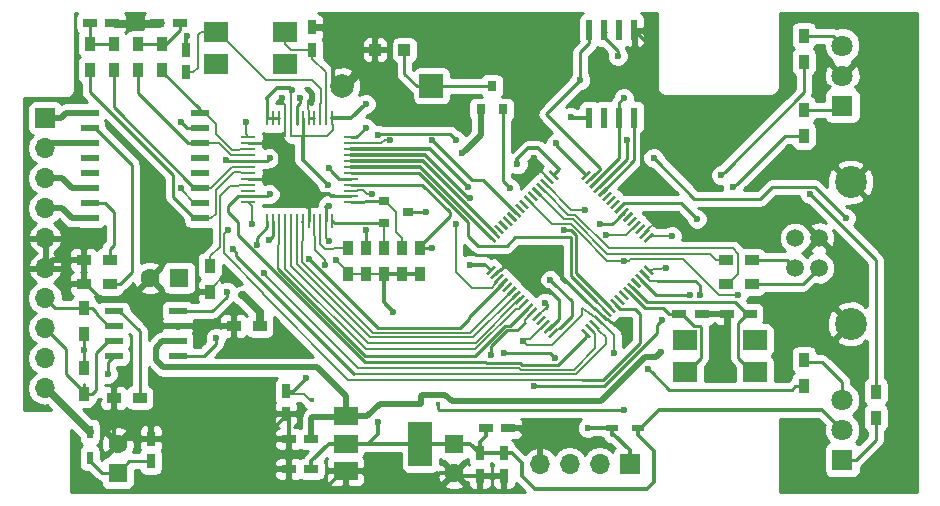
<source format=gbr>
G04 #@! TF.FileFunction,Copper,L2,Bot,Mixed*
%FSLAX46Y46*%
G04 Gerber Fmt 4.6, Leading zero omitted, Abs format (unit mm)*
G04 Created by KiCad (PCBNEW 4.0.7-e2-6376~58~ubuntu16.04.1) date Sat Oct 21 11:32:06 2017*
%MOMM*%
%LPD*%
G01*
G04 APERTURE LIST*
%ADD10C,0.100000*%
%ADD11R,2.000000X3.800000*%
%ADD12R,2.000000X1.500000*%
%ADD13R,2.000000X2.000000*%
%ADD14C,2.000000*%
%ADD15R,1.200000X0.750000*%
%ADD16R,0.750000X1.200000*%
%ADD17R,0.600000X1.100000*%
%ADD18R,0.350000X0.350000*%
%ADD19R,0.900000X0.800000*%
%ADD20R,1.100000X0.600000*%
%ADD21R,1.000000X1.000000*%
%ADD22R,1.800000X1.800000*%
%ADD23C,1.800000*%
%ADD24R,0.900000X1.200000*%
%ADD25R,1.200000X0.900000*%
%ADD26R,1.500000X0.600000*%
%ADD27R,1.550000X0.600000*%
%ADD28R,0.800000X0.900000*%
%ADD29C,1.520000*%
%ADD30C,2.700000*%
%ADD31R,1.700000X1.700000*%
%ADD32O,1.700000X1.700000*%
%ADD33R,1.600000X1.600000*%
%ADD34C,1.600000*%
%ADD35R,2.100000X1.700000*%
%ADD36R,0.550000X1.750000*%
%ADD37R,1.300000X0.250000*%
%ADD38R,0.250000X1.300000*%
%ADD39C,0.600000*%
%ADD40C,0.250000*%
%ADD41C,0.300000*%
%ADD42C,0.200000*%
%ADD43C,0.150000*%
%ADD44C,0.500000*%
%ADD45C,0.600000*%
%ADD46C,0.700000*%
%ADD47C,0.253000*%
%ADD48C,0.254000*%
G04 APERTURE END LIST*
D10*
G36*
X161048101Y-102736023D02*
X160871324Y-102912800D01*
X160164217Y-102205693D01*
X160340994Y-102028916D01*
X161048101Y-102736023D01*
X161048101Y-102736023D01*
G37*
G36*
X160694548Y-103089577D02*
X160517771Y-103266354D01*
X159810664Y-102559247D01*
X159987441Y-102382470D01*
X160694548Y-103089577D01*
X160694548Y-103089577D01*
G37*
G36*
X160340994Y-103443130D02*
X160164217Y-103619907D01*
X159457110Y-102912800D01*
X159633887Y-102736023D01*
X160340994Y-103443130D01*
X160340994Y-103443130D01*
G37*
G36*
X159987441Y-103796683D02*
X159810664Y-103973460D01*
X159103557Y-103266353D01*
X159280334Y-103089576D01*
X159987441Y-103796683D01*
X159987441Y-103796683D01*
G37*
G36*
X159633888Y-104150237D02*
X159457111Y-104327014D01*
X158750004Y-103619907D01*
X158926781Y-103443130D01*
X159633888Y-104150237D01*
X159633888Y-104150237D01*
G37*
G36*
X159280334Y-104503790D02*
X159103557Y-104680567D01*
X158396450Y-103973460D01*
X158573227Y-103796683D01*
X159280334Y-104503790D01*
X159280334Y-104503790D01*
G37*
G36*
X158926781Y-104857344D02*
X158750004Y-105034121D01*
X158042897Y-104327014D01*
X158219674Y-104150237D01*
X158926781Y-104857344D01*
X158926781Y-104857344D01*
G37*
G36*
X158573227Y-105210897D02*
X158396450Y-105387674D01*
X157689343Y-104680567D01*
X157866120Y-104503790D01*
X158573227Y-105210897D01*
X158573227Y-105210897D01*
G37*
G36*
X158219674Y-105564450D02*
X158042897Y-105741227D01*
X157335790Y-105034120D01*
X157512567Y-104857343D01*
X158219674Y-105564450D01*
X158219674Y-105564450D01*
G37*
G36*
X157866121Y-105918004D02*
X157689344Y-106094781D01*
X156982237Y-105387674D01*
X157159014Y-105210897D01*
X157866121Y-105918004D01*
X157866121Y-105918004D01*
G37*
G36*
X157512567Y-106271557D02*
X157335790Y-106448334D01*
X156628683Y-105741227D01*
X156805460Y-105564450D01*
X157512567Y-106271557D01*
X157512567Y-106271557D01*
G37*
G36*
X157159014Y-106625111D02*
X156982237Y-106801888D01*
X156275130Y-106094781D01*
X156451907Y-105918004D01*
X157159014Y-106625111D01*
X157159014Y-106625111D01*
G37*
G36*
X156805460Y-106978664D02*
X156628683Y-107155441D01*
X155921576Y-106448334D01*
X156098353Y-106271557D01*
X156805460Y-106978664D01*
X156805460Y-106978664D01*
G37*
G36*
X156451907Y-107332217D02*
X156275130Y-107508994D01*
X155568023Y-106801887D01*
X155744800Y-106625110D01*
X156451907Y-107332217D01*
X156451907Y-107332217D01*
G37*
G36*
X156098354Y-107685771D02*
X155921577Y-107862548D01*
X155214470Y-107155441D01*
X155391247Y-106978664D01*
X156098354Y-107685771D01*
X156098354Y-107685771D01*
G37*
G36*
X155744800Y-108039324D02*
X155568023Y-108216101D01*
X154860916Y-107508994D01*
X155037693Y-107332217D01*
X155744800Y-108039324D01*
X155744800Y-108039324D01*
G37*
G36*
X152279977Y-108216101D02*
X152103200Y-108039324D01*
X152810307Y-107332217D01*
X152987084Y-107508994D01*
X152279977Y-108216101D01*
X152279977Y-108216101D01*
G37*
G36*
X151926423Y-107862548D02*
X151749646Y-107685771D01*
X152456753Y-106978664D01*
X152633530Y-107155441D01*
X151926423Y-107862548D01*
X151926423Y-107862548D01*
G37*
G36*
X151572870Y-107508994D02*
X151396093Y-107332217D01*
X152103200Y-106625110D01*
X152279977Y-106801887D01*
X151572870Y-107508994D01*
X151572870Y-107508994D01*
G37*
G36*
X151219317Y-107155441D02*
X151042540Y-106978664D01*
X151749647Y-106271557D01*
X151926424Y-106448334D01*
X151219317Y-107155441D01*
X151219317Y-107155441D01*
G37*
G36*
X150865763Y-106801888D02*
X150688986Y-106625111D01*
X151396093Y-105918004D01*
X151572870Y-106094781D01*
X150865763Y-106801888D01*
X150865763Y-106801888D01*
G37*
G36*
X150512210Y-106448334D02*
X150335433Y-106271557D01*
X151042540Y-105564450D01*
X151219317Y-105741227D01*
X150512210Y-106448334D01*
X150512210Y-106448334D01*
G37*
G36*
X150158656Y-106094781D02*
X149981879Y-105918004D01*
X150688986Y-105210897D01*
X150865763Y-105387674D01*
X150158656Y-106094781D01*
X150158656Y-106094781D01*
G37*
G36*
X149805103Y-105741227D02*
X149628326Y-105564450D01*
X150335433Y-104857343D01*
X150512210Y-105034120D01*
X149805103Y-105741227D01*
X149805103Y-105741227D01*
G37*
G36*
X149451550Y-105387674D02*
X149274773Y-105210897D01*
X149981880Y-104503790D01*
X150158657Y-104680567D01*
X149451550Y-105387674D01*
X149451550Y-105387674D01*
G37*
G36*
X149097996Y-105034121D02*
X148921219Y-104857344D01*
X149628326Y-104150237D01*
X149805103Y-104327014D01*
X149097996Y-105034121D01*
X149097996Y-105034121D01*
G37*
G36*
X148744443Y-104680567D02*
X148567666Y-104503790D01*
X149274773Y-103796683D01*
X149451550Y-103973460D01*
X148744443Y-104680567D01*
X148744443Y-104680567D01*
G37*
G36*
X148390889Y-104327014D02*
X148214112Y-104150237D01*
X148921219Y-103443130D01*
X149097996Y-103619907D01*
X148390889Y-104327014D01*
X148390889Y-104327014D01*
G37*
G36*
X148037336Y-103973460D02*
X147860559Y-103796683D01*
X148567666Y-103089576D01*
X148744443Y-103266353D01*
X148037336Y-103973460D01*
X148037336Y-103973460D01*
G37*
G36*
X147683783Y-103619907D02*
X147507006Y-103443130D01*
X148214113Y-102736023D01*
X148390890Y-102912800D01*
X147683783Y-103619907D01*
X147683783Y-103619907D01*
G37*
G36*
X147330229Y-103266354D02*
X147153452Y-103089577D01*
X147860559Y-102382470D01*
X148037336Y-102559247D01*
X147330229Y-103266354D01*
X147330229Y-103266354D01*
G37*
G36*
X146976676Y-102912800D02*
X146799899Y-102736023D01*
X147507006Y-102028916D01*
X147683783Y-102205693D01*
X146976676Y-102912800D01*
X146976676Y-102912800D01*
G37*
G36*
X147683783Y-99978307D02*
X147507006Y-100155084D01*
X146799899Y-99447977D01*
X146976676Y-99271200D01*
X147683783Y-99978307D01*
X147683783Y-99978307D01*
G37*
G36*
X148037336Y-99624753D02*
X147860559Y-99801530D01*
X147153452Y-99094423D01*
X147330229Y-98917646D01*
X148037336Y-99624753D01*
X148037336Y-99624753D01*
G37*
G36*
X148390890Y-99271200D02*
X148214113Y-99447977D01*
X147507006Y-98740870D01*
X147683783Y-98564093D01*
X148390890Y-99271200D01*
X148390890Y-99271200D01*
G37*
G36*
X148744443Y-98917647D02*
X148567666Y-99094424D01*
X147860559Y-98387317D01*
X148037336Y-98210540D01*
X148744443Y-98917647D01*
X148744443Y-98917647D01*
G37*
G36*
X149097996Y-98564093D02*
X148921219Y-98740870D01*
X148214112Y-98033763D01*
X148390889Y-97856986D01*
X149097996Y-98564093D01*
X149097996Y-98564093D01*
G37*
G36*
X149451550Y-98210540D02*
X149274773Y-98387317D01*
X148567666Y-97680210D01*
X148744443Y-97503433D01*
X149451550Y-98210540D01*
X149451550Y-98210540D01*
G37*
G36*
X149805103Y-97856986D02*
X149628326Y-98033763D01*
X148921219Y-97326656D01*
X149097996Y-97149879D01*
X149805103Y-97856986D01*
X149805103Y-97856986D01*
G37*
G36*
X150158657Y-97503433D02*
X149981880Y-97680210D01*
X149274773Y-96973103D01*
X149451550Y-96796326D01*
X150158657Y-97503433D01*
X150158657Y-97503433D01*
G37*
G36*
X150512210Y-97149880D02*
X150335433Y-97326657D01*
X149628326Y-96619550D01*
X149805103Y-96442773D01*
X150512210Y-97149880D01*
X150512210Y-97149880D01*
G37*
G36*
X150865763Y-96796326D02*
X150688986Y-96973103D01*
X149981879Y-96265996D01*
X150158656Y-96089219D01*
X150865763Y-96796326D01*
X150865763Y-96796326D01*
G37*
G36*
X151219317Y-96442773D02*
X151042540Y-96619550D01*
X150335433Y-95912443D01*
X150512210Y-95735666D01*
X151219317Y-96442773D01*
X151219317Y-96442773D01*
G37*
G36*
X151572870Y-96089219D02*
X151396093Y-96265996D01*
X150688986Y-95558889D01*
X150865763Y-95382112D01*
X151572870Y-96089219D01*
X151572870Y-96089219D01*
G37*
G36*
X151926424Y-95735666D02*
X151749647Y-95912443D01*
X151042540Y-95205336D01*
X151219317Y-95028559D01*
X151926424Y-95735666D01*
X151926424Y-95735666D01*
G37*
G36*
X152279977Y-95382113D02*
X152103200Y-95558890D01*
X151396093Y-94851783D01*
X151572870Y-94675006D01*
X152279977Y-95382113D01*
X152279977Y-95382113D01*
G37*
G36*
X152633530Y-95028559D02*
X152456753Y-95205336D01*
X151749646Y-94498229D01*
X151926423Y-94321452D01*
X152633530Y-95028559D01*
X152633530Y-95028559D01*
G37*
G36*
X152987084Y-94675006D02*
X152810307Y-94851783D01*
X152103200Y-94144676D01*
X152279977Y-93967899D01*
X152987084Y-94675006D01*
X152987084Y-94675006D01*
G37*
G36*
X155037693Y-94851783D02*
X154860916Y-94675006D01*
X155568023Y-93967899D01*
X155744800Y-94144676D01*
X155037693Y-94851783D01*
X155037693Y-94851783D01*
G37*
G36*
X155391247Y-95205336D02*
X155214470Y-95028559D01*
X155921577Y-94321452D01*
X156098354Y-94498229D01*
X155391247Y-95205336D01*
X155391247Y-95205336D01*
G37*
G36*
X155744800Y-95558890D02*
X155568023Y-95382113D01*
X156275130Y-94675006D01*
X156451907Y-94851783D01*
X155744800Y-95558890D01*
X155744800Y-95558890D01*
G37*
G36*
X156098353Y-95912443D02*
X155921576Y-95735666D01*
X156628683Y-95028559D01*
X156805460Y-95205336D01*
X156098353Y-95912443D01*
X156098353Y-95912443D01*
G37*
G36*
X156451907Y-96265996D02*
X156275130Y-96089219D01*
X156982237Y-95382112D01*
X157159014Y-95558889D01*
X156451907Y-96265996D01*
X156451907Y-96265996D01*
G37*
G36*
X156805460Y-96619550D02*
X156628683Y-96442773D01*
X157335790Y-95735666D01*
X157512567Y-95912443D01*
X156805460Y-96619550D01*
X156805460Y-96619550D01*
G37*
G36*
X157159014Y-96973103D02*
X156982237Y-96796326D01*
X157689344Y-96089219D01*
X157866121Y-96265996D01*
X157159014Y-96973103D01*
X157159014Y-96973103D01*
G37*
G36*
X157512567Y-97326657D02*
X157335790Y-97149880D01*
X158042897Y-96442773D01*
X158219674Y-96619550D01*
X157512567Y-97326657D01*
X157512567Y-97326657D01*
G37*
G36*
X157866120Y-97680210D02*
X157689343Y-97503433D01*
X158396450Y-96796326D01*
X158573227Y-96973103D01*
X157866120Y-97680210D01*
X157866120Y-97680210D01*
G37*
G36*
X158219674Y-98033763D02*
X158042897Y-97856986D01*
X158750004Y-97149879D01*
X158926781Y-97326656D01*
X158219674Y-98033763D01*
X158219674Y-98033763D01*
G37*
G36*
X158573227Y-98387317D02*
X158396450Y-98210540D01*
X159103557Y-97503433D01*
X159280334Y-97680210D01*
X158573227Y-98387317D01*
X158573227Y-98387317D01*
G37*
G36*
X158926781Y-98740870D02*
X158750004Y-98564093D01*
X159457111Y-97856986D01*
X159633888Y-98033763D01*
X158926781Y-98740870D01*
X158926781Y-98740870D01*
G37*
G36*
X159280334Y-99094424D02*
X159103557Y-98917647D01*
X159810664Y-98210540D01*
X159987441Y-98387317D01*
X159280334Y-99094424D01*
X159280334Y-99094424D01*
G37*
G36*
X159633887Y-99447977D02*
X159457110Y-99271200D01*
X160164217Y-98564093D01*
X160340994Y-98740870D01*
X159633887Y-99447977D01*
X159633887Y-99447977D01*
G37*
G36*
X159987441Y-99801530D02*
X159810664Y-99624753D01*
X160517771Y-98917646D01*
X160694548Y-99094423D01*
X159987441Y-99801530D01*
X159987441Y-99801530D01*
G37*
G36*
X160340994Y-100155084D02*
X160164217Y-99978307D01*
X160871324Y-99271200D01*
X161048101Y-99447977D01*
X160340994Y-100155084D01*
X160340994Y-100155084D01*
G37*
D11*
X141252000Y-117152000D03*
D12*
X134952000Y-117152000D03*
X134952000Y-114852000D03*
X134952000Y-119452000D03*
D13*
X142220000Y-86868000D03*
D14*
X134620000Y-86868000D03*
D15*
X120904000Y-81534000D03*
X119004000Y-81534000D03*
D16*
X118458000Y-118652000D03*
X118458000Y-116752000D03*
D15*
X113289000Y-81534000D03*
X115189000Y-81534000D03*
D16*
X129872000Y-112712000D03*
X129872000Y-114612000D03*
D15*
X132042000Y-116752000D03*
X130142000Y-116752000D03*
X132042000Y-119292000D03*
X130142000Y-119292000D03*
D16*
X146304000Y-117988000D03*
X146304000Y-119888000D03*
X148336000Y-117988000D03*
X148336000Y-119888000D03*
D15*
X146812000Y-115824000D03*
X148712000Y-115824000D03*
X169164000Y-106172000D03*
X167264000Y-106172000D03*
X163200000Y-106172000D03*
X165100000Y-106172000D03*
D17*
X113284000Y-116164000D03*
X113284000Y-118364000D03*
D18*
X132080000Y-113487000D03*
X132080000Y-114937000D03*
D19*
X138208000Y-98486000D03*
X138208000Y-96586000D03*
X140208000Y-97536000D03*
D18*
X142748000Y-113792000D03*
X141298000Y-113792000D03*
D20*
X159680000Y-115824000D03*
X157480000Y-115824000D03*
D21*
X139934000Y-83820000D03*
X137434000Y-83820000D03*
D22*
X177000000Y-118540000D03*
D23*
X177000000Y-116000000D03*
X177000000Y-113460000D03*
D22*
X177000000Y-88540000D03*
D23*
X177000000Y-86000000D03*
X177000000Y-83460000D03*
D24*
X119380000Y-85512000D03*
X119380000Y-83312000D03*
X117348000Y-85512000D03*
X117348000Y-83312000D03*
X115316000Y-85512000D03*
X115316000Y-83312000D03*
X113284000Y-85512000D03*
X113284000Y-83312000D03*
X123444000Y-104308000D03*
X123444000Y-102108000D03*
X173736000Y-110068000D03*
X173736000Y-112268000D03*
D25*
X114976000Y-103632000D03*
X112776000Y-103632000D03*
X112776000Y-101600000D03*
X114976000Y-101600000D03*
D24*
X141224000Y-102784000D03*
X141224000Y-100584000D03*
X136652000Y-102784000D03*
X136652000Y-100584000D03*
X139700000Y-102784000D03*
X139700000Y-100584000D03*
X138176000Y-102784000D03*
X138176000Y-100584000D03*
X135128000Y-102784000D03*
X135128000Y-100584000D03*
X179832000Y-114976000D03*
X179832000Y-112776000D03*
D25*
X169332000Y-103632000D03*
X167132000Y-103632000D03*
D24*
X173736000Y-84836000D03*
X173736000Y-82636000D03*
X173736000Y-91100000D03*
X173736000Y-88900000D03*
D25*
X169332000Y-101600000D03*
X167132000Y-101600000D03*
X117516000Y-113284000D03*
X115316000Y-113284000D03*
X127676000Y-107188000D03*
X125476000Y-107188000D03*
D24*
X112776000Y-107864000D03*
X112776000Y-105664000D03*
X112776000Y-110744000D03*
X112776000Y-112944000D03*
D26*
X122584000Y-89154000D03*
X122584000Y-90424000D03*
X122584000Y-91694000D03*
X122584000Y-92964000D03*
X122584000Y-94234000D03*
X122584000Y-95504000D03*
X122584000Y-96774000D03*
X122584000Y-98044000D03*
X113284000Y-98044000D03*
X113284000Y-96774000D03*
X113284000Y-95504000D03*
X113284000Y-94234000D03*
X113284000Y-92964000D03*
X113284000Y-91694000D03*
X113284000Y-90424000D03*
X113284000Y-89154000D03*
D27*
X120716000Y-105918000D03*
X120716000Y-107188000D03*
X120716000Y-108458000D03*
X120716000Y-109728000D03*
X115316000Y-109728000D03*
X115316000Y-108458000D03*
X115316000Y-107188000D03*
X115316000Y-105918000D03*
D28*
X148270000Y-88868000D03*
X146370000Y-88868000D03*
X147320000Y-86868000D03*
D29*
X173000000Y-102290000D03*
X173000000Y-99750000D03*
X175000000Y-99750000D03*
X175000000Y-102290000D03*
D30*
X177700000Y-107020000D03*
X177700000Y-95020000D03*
D31*
X159004000Y-118872000D03*
D32*
X156464000Y-118872000D03*
X153924000Y-118872000D03*
X151384000Y-118872000D03*
D31*
X109500000Y-89600000D03*
D32*
X109500000Y-92140000D03*
X109500000Y-94680000D03*
X109500000Y-97220000D03*
X109500000Y-99760000D03*
X109500000Y-102300000D03*
X109500000Y-104840000D03*
X109500000Y-107380000D03*
X109500000Y-109920000D03*
X109500000Y-112460000D03*
D33*
X115648000Y-119652000D03*
D34*
X115648000Y-117152000D03*
D33*
X144112000Y-117152000D03*
D34*
X144112000Y-119652000D03*
D16*
X121412000Y-85720000D03*
X121412000Y-83820000D03*
X132080000Y-83820000D03*
X132080000Y-81920000D03*
D35*
X123952000Y-82296000D03*
X129852000Y-82296000D03*
X129852000Y-84996000D03*
X123952000Y-84996000D03*
X169574000Y-111078000D03*
X163674000Y-111078000D03*
X163674000Y-108378000D03*
X169574000Y-108378000D03*
D36*
X155575000Y-82152000D03*
X156845000Y-82152000D03*
X158115000Y-82152000D03*
X159385000Y-82152000D03*
X159385000Y-89552000D03*
X158115000Y-89552000D03*
X156845000Y-89552000D03*
X155575000Y-89552000D03*
D33*
X120864000Y-103124000D03*
D34*
X118364000Y-103124000D03*
D37*
X135414000Y-91230000D03*
X135414000Y-91730000D03*
X135414000Y-92230000D03*
X135414000Y-92730000D03*
X135414000Y-93230000D03*
X135414000Y-93730000D03*
X135414000Y-94230000D03*
X135414000Y-94730000D03*
X135414000Y-95230000D03*
X135414000Y-95730000D03*
X135414000Y-96230000D03*
X135414000Y-96730000D03*
D38*
X133814000Y-98330000D03*
X133314000Y-98330000D03*
X132814000Y-98330000D03*
X132314000Y-98330000D03*
X131814000Y-98330000D03*
X131314000Y-98330000D03*
X130814000Y-98330000D03*
X130314000Y-98330000D03*
X129814000Y-98330000D03*
X129314000Y-98330000D03*
X128814000Y-98330000D03*
X128314000Y-98330000D03*
D37*
X126714000Y-96730000D03*
X126714000Y-96230000D03*
X126714000Y-95730000D03*
X126714000Y-95230000D03*
X126714000Y-94730000D03*
X126714000Y-94230000D03*
X126714000Y-93730000D03*
X126714000Y-93230000D03*
X126714000Y-92730000D03*
X126714000Y-92230000D03*
X126714000Y-91730000D03*
X126714000Y-91230000D03*
D38*
X128314000Y-89630000D03*
X128814000Y-89630000D03*
X129314000Y-89630000D03*
X129814000Y-89630000D03*
X130314000Y-89630000D03*
X130814000Y-89630000D03*
X131314000Y-89630000D03*
X131814000Y-89630000D03*
X132314000Y-89630000D03*
X132814000Y-89630000D03*
X133314000Y-89630000D03*
X133814000Y-89630000D03*
D39*
X159000000Y-107000000D03*
X150876000Y-92964000D03*
X132105400Y-87812880D03*
X161544000Y-98044000D03*
X158886768Y-95386769D03*
X162052000Y-88900000D03*
X129540000Y-87884000D03*
X124945669Y-102638331D03*
X160528000Y-83312000D03*
X121512897Y-82638449D03*
X167132000Y-110744000D03*
X133604000Y-81788000D03*
X117348000Y-81788000D03*
X124815413Y-93116587D03*
X128524000Y-92964000D03*
X120971000Y-89916000D03*
X120971000Y-95504000D03*
X131572000Y-111586000D03*
X126492000Y-89916000D03*
X133524933Y-93835941D03*
X114808000Y-111252000D03*
X112776000Y-109220000D03*
X174244000Y-96012000D03*
X144272000Y-91440000D03*
X137668000Y-90999000D03*
X141732000Y-97536000D03*
X128524000Y-96012000D03*
X148339042Y-109524494D03*
X152660236Y-109938228D03*
X160588087Y-110804087D03*
X142240000Y-100584000D03*
X136652000Y-99061000D03*
X137160000Y-96011000D03*
X166728818Y-94433374D03*
X164082643Y-104547870D03*
X167758445Y-95463000D03*
X164918748Y-104581000D03*
X151834934Y-105228354D03*
X126190192Y-104608507D03*
X148844000Y-95504000D03*
X147282783Y-109686995D03*
X152284861Y-103328368D03*
X136652000Y-90424000D03*
X144272000Y-98552000D03*
X138684000Y-91440000D03*
X156972000Y-99486248D03*
X145327083Y-95464917D03*
X153450842Y-99095804D03*
X145481523Y-96326477D03*
X128016000Y-102740053D03*
X133176499Y-102027501D03*
X125373856Y-100678830D03*
X128458824Y-99897012D03*
X127449743Y-100316517D03*
X131887417Y-101551593D03*
X124968000Y-99060000D03*
X127000000Y-98552000D03*
X142240000Y-91440000D03*
X131064000Y-87884000D03*
X155207242Y-97412322D03*
X152800770Y-91710109D03*
X177292000Y-98044000D03*
X161036000Y-92964000D03*
X161705586Y-106701464D03*
X164693047Y-98128373D03*
X150876000Y-112310000D03*
X123952000Y-108204000D03*
X124865265Y-104285501D03*
X156464000Y-98552000D03*
X154824999Y-86360000D03*
X158496000Y-87884000D03*
X158760000Y-91440000D03*
X157988000Y-84328000D03*
X161687813Y-109361495D03*
X144805320Y-92592104D03*
X139000000Y-106000000D03*
X154000000Y-89500000D03*
X133439199Y-95231100D03*
X133500000Y-97000000D03*
X136652000Y-88392000D03*
X133534515Y-99982864D03*
X134112000Y-101600000D03*
X137668000Y-115316000D03*
X130392247Y-87212247D03*
X158496000Y-101667000D03*
X168148000Y-104581000D03*
X158496000Y-114300000D03*
X145500000Y-102000000D03*
X150000000Y-108500000D03*
X157663379Y-109489255D03*
X149500000Y-93500000D03*
X162560000Y-99568000D03*
X162052000Y-102310814D03*
X155448000Y-115824000D03*
D40*
X112776000Y-112268000D02*
X112776000Y-112118000D01*
X139934000Y-83820000D02*
X139934000Y-85832000D01*
X139934000Y-85832000D02*
X140970000Y-86868000D01*
X140970000Y-86868000D02*
X142220000Y-86868000D01*
X142220000Y-86868000D02*
X147320000Y-86868000D01*
D41*
X152214430Y-102000000D02*
X150000000Y-102000000D01*
X150000000Y-102000000D02*
X148500000Y-102000000D01*
X153000000Y-105024418D02*
X153000000Y-104987418D01*
X153000000Y-104987418D02*
X152140951Y-104128369D01*
X150000000Y-102227509D02*
X150000000Y-102000000D01*
X152140951Y-104128369D02*
X151900860Y-104128369D01*
X151900860Y-104128369D02*
X150000000Y-102227509D01*
X155330200Y-105115770D02*
X152214430Y-102000000D01*
D40*
X148500000Y-102000000D02*
X147595394Y-102824412D01*
X153000000Y-106591484D02*
X152191588Y-107420606D01*
X153000000Y-105024418D02*
X153000000Y-106591484D01*
X156717072Y-106359946D02*
X155330200Y-105115770D01*
X158499999Y-107000000D02*
X158103944Y-107396055D01*
X158103944Y-107396055D02*
X156717072Y-106359946D01*
X159000000Y-107000000D02*
X158499999Y-107000000D01*
D41*
X134000000Y-96230000D02*
X133730000Y-96230000D01*
X133730000Y-96230000D02*
X133531101Y-96031101D01*
X133531101Y-96031101D02*
X132482899Y-96031101D01*
X132482899Y-96031101D02*
X131814000Y-96700000D01*
D40*
X131814000Y-96700000D02*
X130396002Y-96700000D01*
X130396002Y-96700000D02*
X128426002Y-94730000D01*
D41*
X128426002Y-94730000D02*
X128200000Y-94730000D01*
D40*
X128200000Y-91730000D02*
X128474002Y-91730000D01*
X128474002Y-91730000D02*
X129324001Y-92579999D01*
X129324001Y-92579999D02*
X129324001Y-93605999D01*
X129324001Y-93605999D02*
X128200000Y-94730000D01*
D42*
X129814000Y-91116000D02*
X128814000Y-91116000D01*
X129814000Y-91116000D02*
X129814000Y-89630000D01*
D40*
X128814000Y-91116000D02*
X128200000Y-91730000D01*
X126714000Y-91730000D02*
X128200000Y-91730000D01*
X126714000Y-94730000D02*
X128200000Y-94730000D01*
X131814000Y-98330000D02*
X131814000Y-96700000D01*
X135414000Y-96230000D02*
X134000000Y-96230000D01*
X137434000Y-83820000D02*
X137434000Y-84570000D01*
X137434000Y-84570000D02*
X135136000Y-86868000D01*
X135136000Y-86868000D02*
X134620000Y-86868000D01*
D42*
X161544000Y-98044000D02*
X160252606Y-99359588D01*
X150876000Y-93472000D02*
X152191588Y-94763394D01*
X150876000Y-92964000D02*
X150876000Y-93472000D01*
D41*
X142240000Y-120396000D02*
X142240000Y-120392630D01*
X142240000Y-120392630D02*
X142980630Y-119652000D01*
X142980630Y-119652000D02*
X144112000Y-119652000D01*
X137196000Y-120396000D02*
X142240000Y-120396000D01*
X134952000Y-119452000D02*
X136252000Y-119452000D01*
X136252000Y-119452000D02*
X137196000Y-120396000D01*
D40*
X131814000Y-89630000D02*
X132314000Y-89630000D01*
D43*
X132105400Y-87812880D02*
X132105400Y-87820500D01*
X132105400Y-87812880D02*
X131805401Y-88112879D01*
X131805401Y-88112879D02*
X131814000Y-89630000D01*
D41*
X162052000Y-88900000D02*
X160010010Y-90941990D01*
X160010010Y-90941990D02*
X160010010Y-94263527D01*
X160010010Y-94263527D02*
X158886768Y-95386769D01*
D43*
X129814000Y-89630000D02*
X129814000Y-88392000D01*
X129623736Y-88392000D02*
X129813989Y-88392000D01*
X129540000Y-87884000D02*
X129540000Y-88308264D01*
X129540000Y-88308264D02*
X129623736Y-88392000D01*
D41*
X146304000Y-119888000D02*
X148336000Y-119888000D01*
X146304000Y-119888000D02*
X144348000Y-119888000D01*
X144348000Y-119888000D02*
X144112000Y-119652000D01*
X167132000Y-110744000D02*
X167132000Y-106304000D01*
X167132000Y-106304000D02*
X167264000Y-106172000D01*
X148712000Y-115824000D02*
X149538081Y-115824000D01*
X149538081Y-115824000D02*
X151384000Y-117669919D01*
X151384000Y-117669919D02*
X151384000Y-118872000D01*
X130142000Y-116752000D02*
X130142000Y-114882000D01*
X130142000Y-114882000D02*
X129872000Y-114612000D01*
X118458000Y-116752000D02*
X127957000Y-116752000D01*
X127957000Y-116752000D02*
X129872000Y-114837000D01*
X129872000Y-114837000D02*
X129872000Y-114612000D01*
D42*
X123444000Y-104308000D02*
X123444000Y-104158000D01*
X123444000Y-104158000D02*
X124945669Y-102656331D01*
X124945669Y-102656331D02*
X124945669Y-102638331D01*
X122428000Y-104648000D02*
X122768000Y-104308000D01*
X122768000Y-104308000D02*
X123444000Y-104308000D01*
X119888000Y-104648000D02*
X122428000Y-104648000D01*
X118364000Y-103124000D02*
X119888000Y-104648000D01*
D41*
X120716000Y-107188000D02*
X125476000Y-107188000D01*
X118364000Y-103124000D02*
X117564001Y-103923999D01*
X117564001Y-103923999D02*
X117564001Y-105111001D01*
X117564001Y-105111001D02*
X117570999Y-105117999D01*
X159385000Y-82152000D02*
X159385000Y-82169000D01*
X159385000Y-82169000D02*
X160528000Y-83312000D01*
X121412000Y-83820000D02*
X121412000Y-82739346D01*
X121412000Y-82739346D02*
X121512897Y-82638449D01*
X133839009Y-85071009D02*
X133604000Y-84836000D01*
X133604000Y-84836000D02*
X133604000Y-81788000D01*
X134620000Y-86868000D02*
X134112000Y-86868000D01*
X134112000Y-86868000D02*
X133839009Y-86595009D01*
X133839009Y-86595009D02*
X133839009Y-85071009D01*
X165100000Y-106172000D02*
X167264000Y-106172000D01*
X115316000Y-113284000D02*
X115316000Y-116820000D01*
X115316000Y-116820000D02*
X115648000Y-117152000D01*
X112776000Y-103632000D02*
X112926000Y-103632000D01*
X119641000Y-107188000D02*
X120716000Y-107188000D01*
X112926000Y-103632000D02*
X114411999Y-105117999D01*
X114411999Y-105117999D02*
X117570999Y-105117999D01*
X117570999Y-105117999D02*
X119641000Y-107188000D01*
X133604000Y-81788000D02*
X132212000Y-81788000D01*
X132212000Y-81788000D02*
X132080000Y-81920000D01*
X117348000Y-81788000D02*
X119258000Y-81788000D01*
X119258000Y-81788000D02*
X119512000Y-81534000D01*
X117348000Y-81788000D02*
X115443000Y-81788000D01*
X115443000Y-81788000D02*
X115189000Y-81534000D01*
D44*
X112776000Y-101600000D02*
X112776000Y-103632000D01*
X112776000Y-101600000D02*
X110200000Y-101600000D01*
X110200000Y-101600000D02*
X109500000Y-102300000D01*
D41*
X130142000Y-119292000D02*
X130142000Y-120562000D01*
X130142000Y-120562000D02*
X133592000Y-120562000D01*
X133592000Y-120562000D02*
X134702000Y-119452000D01*
X134702000Y-119452000D02*
X134952000Y-119452000D01*
X130142000Y-116752000D02*
X130142000Y-119292000D01*
X130142000Y-116752000D02*
X129917000Y-116752000D01*
X118458000Y-116752000D02*
X116048000Y-116752000D01*
X116048000Y-116752000D02*
X115648000Y-117152000D01*
D45*
X135202000Y-119452000D02*
X134952000Y-119452000D01*
X134712000Y-119692000D02*
X134952000Y-119452000D01*
D40*
X126714000Y-93230000D02*
X124928826Y-93230000D01*
X124928826Y-93230000D02*
X124815413Y-93116587D01*
X128524000Y-92964000D02*
X128258000Y-93230000D01*
X128258000Y-93230000D02*
X126714000Y-93230000D01*
X122584000Y-90424000D02*
X121479000Y-90424000D01*
X121479000Y-90424000D02*
X120971000Y-89916000D01*
D43*
X122584000Y-96774000D02*
X122134000Y-96774000D01*
X122134000Y-96774000D02*
X120971000Y-95611000D01*
X120971000Y-95611000D02*
X120971000Y-95504000D01*
D40*
X120904000Y-81534000D02*
X120904000Y-82159000D01*
X120904000Y-82159000D02*
X119751000Y-83312000D01*
X119248000Y-83180000D02*
X119380000Y-83312000D01*
X117348000Y-83312000D02*
X119380000Y-83312000D01*
X113284000Y-83312000D02*
X113284000Y-81539000D01*
X113284000Y-81539000D02*
X113289000Y-81534000D01*
X113284000Y-83312000D02*
X115316000Y-83312000D01*
X131572000Y-111637000D02*
X130497000Y-112712000D01*
X130497000Y-112712000D02*
X129872000Y-112712000D01*
D42*
X131412000Y-112942000D02*
X131957000Y-113487000D01*
X129877000Y-112942000D02*
X131412000Y-112942000D01*
X129872000Y-112712000D02*
X129872000Y-112937000D01*
X129872000Y-112937000D02*
X129877000Y-112942000D01*
D43*
X126492000Y-89916000D02*
X126492000Y-90957999D01*
X126492000Y-90957999D02*
X126714000Y-91230000D01*
X132812217Y-88391535D02*
X132814000Y-89630000D01*
X132864001Y-87144001D02*
X132864001Y-88339751D01*
X132864001Y-88339751D02*
X132812217Y-88391535D01*
X132080000Y-86360000D02*
X132864001Y-87144001D01*
X128216000Y-86360000D02*
X132080000Y-86360000D01*
X123952000Y-82296000D02*
X124152000Y-82296000D01*
X124152000Y-82296000D02*
X128216000Y-86360000D01*
D42*
X123952000Y-82296000D02*
X122702000Y-82296000D01*
X122702000Y-82296000D02*
X122428000Y-82570000D01*
X122428000Y-82570000D02*
X122428000Y-85344000D01*
X122428000Y-85344000D02*
X122052000Y-85720000D01*
X122052000Y-85720000D02*
X121412000Y-85720000D01*
D43*
X133314000Y-85753999D02*
X133263999Y-85753999D01*
X133263999Y-85703998D02*
X133263999Y-85753999D01*
X133263999Y-85753999D02*
X133314000Y-89630000D01*
X132080000Y-84570000D02*
X132130001Y-84570000D01*
X132130001Y-84570000D02*
X133263999Y-85703998D01*
X132080000Y-83820000D02*
X132080000Y-84570000D01*
D42*
X129852000Y-82296000D02*
X129852000Y-83346000D01*
X130326000Y-83820000D02*
X131505000Y-83820000D01*
X129852000Y-83346000D02*
X130326000Y-83820000D01*
X131505000Y-83820000D02*
X132080000Y-83820000D01*
D40*
X134418992Y-94730000D02*
X133824932Y-94135940D01*
X135414000Y-94730000D02*
X134418992Y-94730000D01*
X133824932Y-94135940D02*
X133524933Y-93835941D01*
X159616209Y-104309335D02*
X159191946Y-103885072D01*
X164342626Y-105156000D02*
X164341535Y-105157091D01*
X160463965Y-105157091D02*
X159616209Y-104309335D01*
X164341535Y-105157091D02*
X160463965Y-105157091D01*
X167923000Y-105156000D02*
X164342626Y-105156000D01*
X168939000Y-106172000D02*
X167923000Y-105156000D01*
X169164000Y-106172000D02*
X168939000Y-106172000D01*
X168939000Y-106172000D02*
X168198999Y-106912001D01*
X168198999Y-106912001D02*
X168198999Y-109902999D01*
X168198999Y-109902999D02*
X169374000Y-111078000D01*
X169374000Y-111078000D02*
X169574000Y-111078000D01*
X163200000Y-106172000D02*
X163425000Y-106172000D01*
X163425000Y-106172000D02*
X164455999Y-107202999D01*
X164984001Y-107202999D02*
X165049001Y-107267999D01*
X164455999Y-107202999D02*
X164984001Y-107202999D01*
X163874000Y-111078000D02*
X163674000Y-111078000D01*
X165049001Y-107267999D02*
X165049001Y-109902999D01*
X165049001Y-109902999D02*
X163874000Y-111078000D01*
X163200000Y-106172000D02*
X162300000Y-106172000D01*
X160263767Y-105664000D02*
X158838392Y-104238625D01*
X161792000Y-105664000D02*
X160263767Y-105664000D01*
X162300000Y-106172000D02*
X161792000Y-105664000D01*
X114808000Y-111252000D02*
X114808000Y-110236000D01*
X114808000Y-110236000D02*
X115316000Y-109728000D01*
X112776000Y-107864000D02*
X112776000Y-109220000D01*
X112776000Y-107864000D02*
X112776000Y-110744000D01*
D42*
X138176000Y-100584000D02*
X138176000Y-98518000D01*
X138176000Y-98518000D02*
X138208000Y-98486000D01*
D40*
X138208000Y-98486000D02*
X134070001Y-98486000D01*
X134070001Y-98486000D02*
X133814000Y-98330000D01*
X136444001Y-96730000D02*
X135414000Y-96730000D01*
D42*
X139700000Y-100584000D02*
X139700000Y-99784000D01*
X139700000Y-99784000D02*
X139192000Y-99276000D01*
X139192000Y-99276000D02*
X139192000Y-97520000D01*
X139192000Y-97520000D02*
X138258000Y-96586000D01*
X138258000Y-96586000D02*
X138208000Y-96586000D01*
D40*
X138208000Y-96586000D02*
X136688002Y-96586000D01*
X136688002Y-96586000D02*
X136444001Y-96730000D01*
X144306002Y-91474002D02*
X143746999Y-90914999D01*
X137752001Y-90914999D02*
X137668000Y-90999000D01*
X143746999Y-90914999D02*
X137752001Y-90914999D01*
X179832000Y-112776000D02*
X179832000Y-101600000D01*
X179832000Y-101600000D02*
X179475001Y-101243001D01*
X141732000Y-97536000D02*
X140208000Y-97536000D01*
X179475001Y-101243001D02*
X174244000Y-96012000D01*
X179832000Y-114976000D02*
X179832000Y-116858000D01*
X179832000Y-116858000D02*
X178150000Y-118540000D01*
X178150000Y-118540000D02*
X177000000Y-118540000D01*
X176824000Y-118364000D02*
X177000000Y-118540000D01*
X173736000Y-110068000D02*
X173736000Y-110218000D01*
X173736000Y-110218000D02*
X173754000Y-110236000D01*
X173754000Y-110236000D02*
X175260000Y-110236000D01*
X175260000Y-110236000D02*
X177000000Y-111976000D01*
X177000000Y-111976000D02*
X177000000Y-113460000D01*
X173736000Y-88900000D02*
X176640000Y-88900000D01*
X176640000Y-88900000D02*
X177000000Y-88540000D01*
X173736000Y-82636000D02*
X176176000Y-82636000D01*
X176176000Y-82636000D02*
X177000000Y-83460000D01*
X119380000Y-85512000D02*
X119380000Y-85662000D01*
X119380000Y-85662000D02*
X122584000Y-88866000D01*
X122584000Y-88866000D02*
X122584000Y-89154000D01*
D43*
X122584000Y-89154000D02*
X122134000Y-89154000D01*
X124954988Y-91948000D02*
X124968000Y-91948000D01*
X125300001Y-92280001D02*
X126714000Y-92230000D01*
X124968000Y-91948000D02*
X125300001Y-92280001D01*
X123952000Y-90072000D02*
X123952000Y-90945012D01*
X123952000Y-90945012D02*
X124954988Y-91948000D01*
X122584000Y-89154000D02*
X123034000Y-89154000D01*
X123034000Y-89154000D02*
X123952000Y-90072000D01*
D40*
X149923602Y-110513229D02*
X149699453Y-110289080D01*
X125838999Y-99533753D02*
X125838999Y-98406999D01*
X146821743Y-110253001D02*
X136558247Y-110253001D01*
X146857822Y-110289080D02*
X146821743Y-110253001D01*
X149699453Y-110289080D02*
X146857822Y-110289080D01*
X124968000Y-97536000D02*
X124968000Y-97076000D01*
X125838999Y-98406999D02*
X124968000Y-97536000D01*
X125814000Y-96230000D02*
X126714000Y-96230000D01*
X136558247Y-110253001D02*
X125838999Y-99533753D01*
X124968000Y-97076000D02*
X125814000Y-96230000D01*
X155302858Y-107774159D02*
X155302858Y-108146608D01*
X155302858Y-108146608D02*
X152936237Y-110513229D01*
X152936237Y-110513229D02*
X149923602Y-110513229D01*
X128524000Y-96012000D02*
X128306000Y-96230000D01*
X128306000Y-96230000D02*
X126714000Y-96230000D01*
X117348000Y-85512000D02*
X117348000Y-87458000D01*
X117348000Y-87458000D02*
X121584000Y-91694000D01*
X121584000Y-91694000D02*
X122584000Y-91694000D01*
D43*
X117348000Y-85662000D02*
X117348000Y-85512000D01*
X122584000Y-91694000D02*
X122134000Y-91694000D01*
X122584000Y-91694000D02*
X124206000Y-91694000D01*
X124206000Y-91694000D02*
X125242000Y-92730000D01*
X125242000Y-92730000D02*
X126714000Y-92730000D01*
X122584000Y-91694000D02*
X123034000Y-91694000D01*
D40*
X115316000Y-85512000D02*
X115316000Y-88686000D01*
X115316000Y-88686000D02*
X122134000Y-95504000D01*
X122134000Y-95504000D02*
X122584000Y-95504000D01*
D43*
X122584000Y-95504000D02*
X123584000Y-95504000D01*
X125814000Y-93730000D02*
X126714000Y-93730000D01*
X125358000Y-93730000D02*
X125814000Y-93730000D01*
X123584000Y-95504000D02*
X125358000Y-93730000D01*
D40*
X113284000Y-85512000D02*
X113284000Y-87376000D01*
X113284000Y-87376000D02*
X120345999Y-94437999D01*
X122134000Y-98044000D02*
X122584000Y-98044000D01*
X120345999Y-94437999D02*
X120345999Y-96255999D01*
X120345999Y-96255999D02*
X122134000Y-98044000D01*
D43*
X113284000Y-85512000D02*
X113284000Y-85662000D01*
X123952000Y-95772410D02*
X123952000Y-95701699D01*
X123952000Y-97676000D02*
X123952000Y-95772410D01*
X123584000Y-98044000D02*
X123952000Y-97676000D01*
X122584000Y-98044000D02*
X123584000Y-98044000D01*
X125473700Y-94179999D02*
X126714000Y-94230000D01*
X123952000Y-95701699D02*
X125473700Y-94179999D01*
D42*
X124277010Y-96194990D02*
X125166999Y-95305001D01*
X125166999Y-95305001D02*
X126714000Y-95230000D01*
X123444000Y-102108000D02*
X123444000Y-101308000D01*
X123444000Y-101308000D02*
X124277010Y-100474990D01*
X124277010Y-100474990D02*
X124277010Y-96194990D01*
D40*
X152246502Y-109524494D02*
X148763306Y-109524494D01*
X152660236Y-109938228D02*
X152246502Y-109524494D01*
X148763306Y-109524494D02*
X148339042Y-109524494D01*
X160888086Y-111104086D02*
X160588087Y-110804087D01*
X162368000Y-112584000D02*
X160888086Y-111104086D01*
X172720000Y-112584000D02*
X162368000Y-112584000D01*
X173736000Y-112268000D02*
X173036000Y-112268000D01*
X173036000Y-112268000D02*
X172720000Y-112584000D01*
X143746999Y-97518999D02*
X143746999Y-97911001D01*
X143746999Y-97911001D02*
X141224000Y-100434000D01*
D43*
X141224000Y-100434000D02*
X141224000Y-100584000D01*
D40*
X141458000Y-95230000D02*
X143746999Y-97518999D01*
X139934000Y-95230000D02*
X141458000Y-95230000D01*
X142240000Y-100584000D02*
X141224000Y-100584000D01*
X135414000Y-95230000D02*
X139934000Y-95230000D01*
X116840000Y-102618000D02*
X116840000Y-93530000D01*
X116840000Y-93530000D02*
X113734000Y-90424000D01*
X113734000Y-90424000D02*
X113284000Y-90424000D01*
X114976000Y-103632000D02*
X115826000Y-103632000D01*
X115826000Y-103632000D02*
X116840000Y-102618000D01*
X114976000Y-101600000D02*
X114976000Y-100650000D01*
X114554000Y-96774000D02*
X113284000Y-96774000D01*
X115316000Y-97536000D02*
X114554000Y-96774000D01*
X115316000Y-100310000D02*
X115316000Y-97536000D01*
X114976000Y-100650000D02*
X115316000Y-100310000D01*
D43*
X137160000Y-96011000D02*
X136735736Y-96011000D01*
X136735736Y-96011000D02*
X136404735Y-95679999D01*
X136404735Y-95679999D02*
X136404001Y-95679999D01*
X136404001Y-95679999D02*
X135414000Y-95730000D01*
D40*
X136652000Y-100584000D02*
X136652000Y-99061000D01*
D43*
X135128000Y-100584000D02*
X134006381Y-100584000D01*
X134006381Y-100584000D02*
X133882516Y-100707865D01*
X133882516Y-100707865D02*
X133186514Y-100707865D01*
X133186514Y-100707865D02*
X132763999Y-100285350D01*
X132763999Y-100285350D02*
X132814000Y-98330000D01*
D40*
X175000000Y-102290000D02*
X173658000Y-103632000D01*
X173658000Y-103632000D02*
X169332000Y-103632000D01*
D42*
X153784761Y-97770780D02*
X151908745Y-95894764D01*
X167282000Y-103632000D02*
X168148000Y-102766000D01*
X154347563Y-97770780D02*
X153784761Y-97770780D01*
X151908745Y-95894764D02*
X151484482Y-95470501D01*
X167707096Y-100630094D02*
X157206877Y-100630094D01*
X168148000Y-101070998D02*
X167707096Y-100630094D01*
X157206877Y-100630094D02*
X154347563Y-97770780D01*
X168148000Y-102766000D02*
X168148000Y-101070998D01*
D40*
X167132000Y-103632000D02*
X167282000Y-103632000D01*
X167028817Y-94133375D02*
X166728818Y-94433374D01*
X173736000Y-84836000D02*
X173736000Y-87426192D01*
X173736000Y-87426192D02*
X167028817Y-94133375D01*
X161268957Y-104547870D02*
X163658379Y-104547870D01*
X159899052Y-103177965D02*
X161268957Y-104547870D01*
X163658379Y-104547870D02*
X164082643Y-104547870D01*
X172121445Y-91100000D02*
X168058444Y-95163001D01*
X168058444Y-95163001D02*
X167758445Y-95463000D01*
X173736000Y-91100000D02*
X172121445Y-91100000D01*
X164918748Y-104581000D02*
X164918748Y-103724286D01*
X164918748Y-103724286D02*
X164557272Y-103362810D01*
X164557272Y-103362810D02*
X161341810Y-103362810D01*
D42*
X161341810Y-103362810D02*
X160684923Y-103362810D01*
X160684923Y-103362810D02*
X160252606Y-102824412D01*
D40*
X169332000Y-101600000D02*
X172310000Y-101600000D01*
X172310000Y-101600000D02*
X173000000Y-102290000D01*
D42*
X153477665Y-98170791D02*
X151130928Y-95824054D01*
X166282000Y-101600000D02*
X165774000Y-101092000D01*
X165774000Y-101092000D02*
X157103083Y-101092000D01*
X157103083Y-101092000D02*
X154181874Y-98170791D01*
X154181874Y-98170791D02*
X153477665Y-98170791D01*
X167132000Y-101600000D02*
X166282000Y-101600000D01*
D40*
X117516000Y-113284000D02*
X117516000Y-107643000D01*
X117516000Y-107643000D02*
X115791000Y-105918000D01*
X115791000Y-105918000D02*
X115316000Y-105918000D01*
X151892000Y-105646547D02*
X151961407Y-105577140D01*
X151961407Y-105577140D02*
X151961407Y-105354827D01*
X151961407Y-105354827D02*
X151834934Y-105228354D01*
D42*
X151130928Y-106359946D02*
X151892000Y-105646547D01*
X151892000Y-105646547D02*
X151892000Y-105664000D01*
D46*
X126246507Y-104608507D02*
X126190192Y-104608507D01*
X127676000Y-106038000D02*
X126246507Y-104608507D01*
X127676000Y-107188000D02*
X127676000Y-106038000D01*
D40*
X148270000Y-88868000D02*
X148270000Y-94930000D01*
X148270000Y-94930000D02*
X148844000Y-95504000D01*
X147282783Y-108923815D02*
X147282783Y-109262731D01*
X148635009Y-107571589D02*
X147282783Y-108923815D01*
X149476411Y-107571589D02*
X148635009Y-107571589D01*
X150113976Y-106934024D02*
X149476411Y-107571589D01*
X147282783Y-109262731D02*
X147282783Y-109686995D01*
D43*
X150777375Y-106006392D02*
X150113976Y-106680000D01*
X150113976Y-106680000D02*
X150113976Y-106934024D01*
D40*
X113792000Y-106139000D02*
X114841000Y-107188000D01*
X114841000Y-107188000D02*
X115316000Y-107188000D01*
X113792000Y-105980000D02*
X113792000Y-106139000D01*
X112776000Y-105664000D02*
X113476000Y-105664000D01*
X113476000Y-105664000D02*
X113792000Y-105980000D01*
X112776000Y-105664000D02*
X110324000Y-105664000D01*
X110324000Y-105664000D02*
X109500000Y-104840000D01*
X113792000Y-112628000D02*
X113792000Y-109507000D01*
X113792000Y-109507000D02*
X114841000Y-108458000D01*
X114841000Y-108458000D02*
X115316000Y-108458000D01*
X112776000Y-112944000D02*
X113476000Y-112944000D01*
X113476000Y-112944000D02*
X113792000Y-112628000D01*
X111252000Y-109132000D02*
X111252000Y-111270000D01*
X111252000Y-111270000D02*
X112776000Y-112794000D01*
X112776000Y-112794000D02*
X112776000Y-112944000D01*
X109500000Y-107380000D02*
X111252000Y-109132000D01*
X153108540Y-107331486D02*
X154073905Y-106366121D01*
X154073905Y-106366121D02*
X154073905Y-105117412D01*
X154073905Y-105117412D02*
X152584860Y-103628367D01*
X152584860Y-103628367D02*
X152284861Y-103328368D01*
D42*
X153108540Y-107331486D02*
X153058540Y-107331486D01*
D40*
X135846000Y-91230000D02*
X136652000Y-90424000D01*
D42*
X153058540Y-107331486D02*
X152545142Y-107774159D01*
D40*
X135414000Y-91230000D02*
X135846000Y-91230000D01*
D43*
X144780000Y-103124000D02*
X145621480Y-103965480D01*
X145621480Y-103965480D02*
X147302839Y-103965480D01*
X147302839Y-103965480D02*
X147948948Y-103177965D01*
X138684000Y-91440000D02*
X138259736Y-91440000D01*
D42*
X144272000Y-98552000D02*
X144272000Y-102616000D01*
X144272000Y-102616000D02*
X144780000Y-103124000D01*
D43*
X136214000Y-91730000D02*
X135414000Y-91730000D01*
X137969736Y-91730000D02*
X136214000Y-91730000D01*
X138259736Y-91440000D02*
X137969736Y-91730000D01*
X158711733Y-99486248D02*
X157396264Y-99486248D01*
X159545499Y-98652482D02*
X158711733Y-99486248D01*
X157396264Y-99486248D02*
X156972000Y-99486248D01*
D41*
X142092166Y-92230000D02*
X145327083Y-95464917D01*
X135414000Y-92230000D02*
X142092166Y-92230000D01*
D40*
X153875106Y-99095804D02*
X153450842Y-99095804D01*
X154046197Y-99095804D02*
X153875106Y-99095804D01*
X154455518Y-102684178D02*
X154455518Y-99505125D01*
X154455518Y-99505125D02*
X154046197Y-99095804D01*
X157424179Y-105652839D02*
X154455518Y-102684178D01*
D41*
X135414000Y-92730000D02*
X141672926Y-92730000D01*
X145269403Y-96326477D02*
X145481523Y-96326477D01*
X141672926Y-92730000D02*
X145269403Y-96326477D01*
X135414000Y-93230000D02*
X141465806Y-93230000D01*
X141465806Y-93230000D02*
X147595394Y-99359588D01*
X135414000Y-93730000D02*
X141258699Y-93730000D01*
X141258699Y-93730000D02*
X147241841Y-99713142D01*
D40*
X154055507Y-102957181D02*
X156267994Y-105169668D01*
X149330048Y-99670814D02*
X154055507Y-99670814D01*
X135414000Y-94230000D02*
X141157645Y-94230000D01*
X154055507Y-99670814D02*
X154055507Y-102957181D01*
X145288000Y-98360355D02*
X145288000Y-99568000D01*
X141157645Y-94230000D02*
X145288000Y-98360355D01*
X145288000Y-99568000D02*
X146150411Y-100430411D01*
X146150411Y-100430411D02*
X148570451Y-100430411D01*
X148570451Y-100430411D02*
X149330048Y-99670814D01*
D42*
X156267994Y-105169668D02*
X157070625Y-106006392D01*
X149624028Y-110744000D02*
X136019947Y-110744000D01*
X149768268Y-110888240D02*
X149624028Y-110744000D01*
X155656412Y-107420606D02*
X156080675Y-107844869D01*
X156080675Y-107844869D02*
X156080675Y-109095325D01*
X156080675Y-109095325D02*
X154287760Y-110888240D01*
X128315999Y-103040052D02*
X128016000Y-102740053D01*
X136019947Y-110744000D02*
X128315999Y-103040052D01*
X154287760Y-110888240D02*
X149768268Y-110888240D01*
D43*
X132364001Y-100790739D02*
X132314000Y-98330000D01*
X133176499Y-101603237D02*
X132364001Y-100790739D01*
X133176499Y-102027501D02*
X133176499Y-101603237D01*
D42*
X136424822Y-106937528D02*
X136437528Y-106937528D01*
X136437528Y-106937528D02*
X137270661Y-107770661D01*
X137270661Y-107770661D02*
X145477572Y-107770661D01*
X145477572Y-107770661D02*
X146310705Y-106937528D01*
X149009608Y-104238625D02*
X146310705Y-106937528D01*
X131239010Y-101751716D02*
X131314000Y-98330000D01*
X136424822Y-106937528D02*
X131239010Y-101751716D01*
D43*
X131263999Y-98380001D02*
X131263999Y-98330000D01*
D42*
X130814000Y-101927760D02*
X137031911Y-108145671D01*
X137031911Y-108145671D02*
X145774328Y-108145671D01*
X145774328Y-108145671D02*
X149181364Y-104738635D01*
X130814000Y-98330000D02*
X130814000Y-101927760D01*
D41*
X149181364Y-104738635D02*
X149181364Y-104738622D01*
X149181364Y-104738622D02*
X149345484Y-104574502D01*
D42*
X145964819Y-108650744D02*
X149669831Y-104945732D01*
X136829864Y-108650744D02*
X145964819Y-108650744D01*
X130314000Y-98330000D02*
X130314000Y-102134880D01*
X130314000Y-102134880D02*
X136829864Y-108650744D01*
X149669831Y-104945732D02*
X149681374Y-104945732D01*
D41*
X149681374Y-104945732D02*
X149716701Y-104945732D01*
X149716701Y-104945732D02*
X149716708Y-104945725D01*
D42*
X136653070Y-109181070D02*
X145929483Y-109181070D01*
X129814000Y-102342000D02*
X136653070Y-109181070D01*
X129814000Y-98330000D02*
X129814000Y-102342000D01*
X149387005Y-105723548D02*
X149646005Y-105723548D01*
X149646005Y-105723548D02*
X150070268Y-105299285D01*
X145929483Y-109181070D02*
X149387005Y-105723548D01*
D40*
X136582086Y-109711140D02*
X129264001Y-102393055D01*
X148469320Y-107171578D02*
X145929758Y-109711140D01*
X145929758Y-109711140D02*
X136582086Y-109711140D01*
X150423821Y-105652839D02*
X148905082Y-107171578D01*
X148905082Y-107171578D02*
X148469320Y-107171578D01*
D42*
X129264001Y-102393055D02*
X129314000Y-98330000D01*
D40*
X125673855Y-100978829D02*
X125373856Y-100678830D01*
X125673855Y-101289855D02*
X125673855Y-100978829D01*
X135636000Y-111252000D02*
X125673855Y-101289855D01*
X128758823Y-99597013D02*
X128458824Y-99897012D01*
X128814000Y-99541836D02*
X128758823Y-99597013D01*
X128814000Y-98330000D02*
X128814000Y-99541836D01*
D42*
X135636000Y-111252000D02*
X154454344Y-111252000D01*
X154454344Y-111252000D02*
X156972000Y-108734344D01*
X156972000Y-108734344D02*
X156972000Y-108135169D01*
X156972000Y-108135169D02*
X156442282Y-107605451D01*
X156442282Y-107605451D02*
X156009965Y-107067052D01*
D40*
X144629349Y-107370651D02*
X137706475Y-107370651D01*
X137706475Y-107370651D02*
X136776574Y-106440750D01*
X145393269Y-106440750D02*
X145393269Y-106606731D01*
X145393269Y-106606731D02*
X144629349Y-107370651D01*
X127449743Y-99719257D02*
X127449743Y-100316517D01*
X128314000Y-98330000D02*
X128314000Y-98855000D01*
X128314000Y-98855000D02*
X127449743Y-99719257D01*
X148302501Y-103531518D02*
X145393269Y-106440750D01*
X136776574Y-106440750D02*
X131887417Y-101551593D01*
D42*
X124968000Y-99060000D02*
X124637925Y-99390075D01*
X124637925Y-99390075D02*
X124637925Y-101049996D01*
X124637925Y-101049996D02*
X127958865Y-104370936D01*
X127958865Y-104370936D02*
X127958865Y-104526871D01*
X127958865Y-104526871D02*
X135191994Y-111760000D01*
X135191994Y-111760000D02*
X154962344Y-111760000D01*
D40*
X154962344Y-111760000D02*
X156768347Y-111760000D01*
X156768347Y-111760000D02*
X159860927Y-108667420D01*
X159860927Y-108667420D02*
X159860927Y-106161191D01*
X159860927Y-106161191D02*
X159423284Y-105723548D01*
X159423284Y-105723548D02*
X158201995Y-105723548D01*
X158201995Y-105723548D02*
X157777732Y-105299285D01*
D42*
X127000000Y-98552000D02*
X127000000Y-97016000D01*
X127000000Y-97016000D02*
X126714000Y-96730000D01*
D40*
X130814000Y-90053996D02*
X130814000Y-88589998D01*
X146611256Y-94839916D02*
X145627084Y-94839916D01*
X149363161Y-97591821D02*
X146611256Y-94839916D01*
X145627084Y-94827084D02*
X142240000Y-91440000D01*
X145627084Y-94839916D02*
X145627084Y-94827084D01*
X131064000Y-88339998D02*
X130814000Y-88589998D01*
X131064000Y-87884000D02*
X131064000Y-88339998D01*
D44*
X113284000Y-98044000D02*
X111760000Y-98044000D01*
X111760000Y-98044000D02*
X110936000Y-97220000D01*
X110936000Y-97220000D02*
X109500000Y-97220000D01*
X111760000Y-95504000D02*
X110936000Y-94680000D01*
X110936000Y-94680000D02*
X109500000Y-94680000D01*
X113284000Y-95504000D02*
X111760000Y-95504000D01*
X113284000Y-91694000D02*
X109946000Y-91694000D01*
X109946000Y-91694000D02*
X109500000Y-92140000D01*
X109500000Y-89600000D02*
X110850000Y-89600000D01*
X110850000Y-89600000D02*
X111296000Y-89154000D01*
X111296000Y-89154000D02*
X113284000Y-89154000D01*
D43*
X151838035Y-95116948D02*
X154062684Y-97412322D01*
X154782978Y-97412322D02*
X155207242Y-97412322D01*
X154062684Y-97412322D02*
X154782978Y-97412322D01*
D40*
X171043098Y-95436999D02*
X170066102Y-96413995D01*
X170066102Y-96413995D02*
X164485995Y-96413995D01*
X164485995Y-96413995D02*
X161335999Y-93263999D01*
X177292000Y-98044000D02*
X174684999Y-95436999D01*
X161335999Y-93263999D02*
X161036000Y-92964000D01*
X174684999Y-95436999D02*
X171043098Y-95436999D01*
X152800770Y-91907753D02*
X152800770Y-91710109D01*
X155302858Y-94409841D02*
X152800770Y-91907753D01*
X150876000Y-112310000D02*
X156784047Y-112310000D01*
X156784047Y-112310000D02*
X161281322Y-107812725D01*
X161281322Y-107125728D02*
X161705586Y-106701464D01*
X161281322Y-107812725D02*
X161281322Y-107125728D01*
X164393048Y-97828374D02*
X164693047Y-98128373D01*
X163378679Y-96814005D02*
X164393048Y-97828374D01*
X158555548Y-96814005D02*
X163378679Y-96814005D01*
X158131285Y-97238268D02*
X158555548Y-96814005D01*
X123456592Y-109207408D02*
X123952000Y-108712000D01*
X123952000Y-108712000D02*
X123952000Y-108204000D01*
X123437704Y-109207408D02*
X123456592Y-109207408D01*
X120716000Y-109728000D02*
X122917112Y-109728000D01*
X122917112Y-109728000D02*
X123437704Y-109207408D01*
X120716000Y-105918000D02*
X123657030Y-105918000D01*
X123657030Y-105918000D02*
X124865265Y-104709765D01*
X124865265Y-104709765D02*
X124865265Y-104285501D01*
X157524660Y-98552000D02*
X158484839Y-97591821D01*
X156464000Y-98552000D02*
X157524660Y-98552000D01*
X154824999Y-86360000D02*
X151927300Y-89257698D01*
X151927300Y-89257698D02*
X156464000Y-93794398D01*
X156464000Y-93794398D02*
X156464000Y-93955806D01*
X156464000Y-93955806D02*
X156080675Y-94339131D01*
X156080675Y-94339131D02*
X155656412Y-94763394D01*
X154824999Y-84027001D02*
X154824999Y-86360000D01*
X155551000Y-82128000D02*
X155575000Y-82152000D01*
X155575000Y-82152000D02*
X155575000Y-83277000D01*
X155575000Y-83277000D02*
X154824999Y-84027001D01*
X158115000Y-89552000D02*
X158115000Y-88265000D01*
X158115000Y-88265000D02*
X158496000Y-87884000D01*
X158115000Y-89552000D02*
X158115000Y-93011913D01*
X158115000Y-93011913D02*
X156434228Y-94692685D01*
X156434228Y-94692685D02*
X156009965Y-95116948D01*
X158760000Y-91440000D02*
X158760000Y-93074019D01*
X158760000Y-93074019D02*
X156363518Y-95470501D01*
X156845000Y-82152000D02*
X156845000Y-82752000D01*
X156845000Y-82752000D02*
X157988000Y-83895000D01*
X157988000Y-83895000D02*
X157988000Y-83903736D01*
X157988000Y-83903736D02*
X157988000Y-84328000D01*
X156972000Y-82279000D02*
X156845000Y-82152000D01*
X159385000Y-89552000D02*
X159385000Y-93156126D01*
X159385000Y-93156126D02*
X156717072Y-95824054D01*
X114598000Y-119652000D02*
X115648000Y-119652000D01*
X118458000Y-118652000D02*
X116648000Y-118652000D01*
X116648000Y-118652000D02*
X115648000Y-119652000D01*
X113284000Y-118364000D02*
X113284000Y-118614000D01*
X113284000Y-118614000D02*
X114322000Y-119652000D01*
X114322000Y-119652000D02*
X114598000Y-119652000D01*
D44*
X161250250Y-109799058D02*
X161387814Y-109661494D01*
X160320309Y-109799058D02*
X161250250Y-109799058D01*
X156544377Y-113574990D02*
X160320309Y-109799058D01*
X143403001Y-113016999D02*
X143960992Y-113574990D01*
X143960992Y-113574990D02*
X156544377Y-113574990D01*
X141298000Y-113117000D02*
X141398001Y-113016999D01*
X161387814Y-109661494D02*
X161687813Y-109361495D01*
X141298000Y-113792000D02*
X141298000Y-113117000D01*
X141398001Y-113016999D02*
X143403001Y-113016999D01*
X146370000Y-88868000D02*
X146370000Y-91027424D01*
X146370000Y-91027424D02*
X145105319Y-92292105D01*
X145105319Y-92292105D02*
X144805320Y-92592104D01*
X120716000Y-108458000D02*
X119441000Y-108458000D01*
X119441000Y-108458000D02*
X118872000Y-109027000D01*
X118872000Y-109027000D02*
X118872000Y-110039002D01*
X118872000Y-110039002D02*
X119518997Y-110685999D01*
X134952000Y-113108000D02*
X134952000Y-114852000D01*
X119518997Y-110685999D02*
X132529999Y-110685999D01*
X132529999Y-110685999D02*
X134952000Y-113108000D01*
X134952000Y-114852000D02*
X136799998Y-114852000D01*
X136799998Y-114852000D02*
X137859998Y-113792000D01*
X137859998Y-113792000D02*
X140623000Y-113792000D01*
X140623000Y-113792000D02*
X141298000Y-113792000D01*
X132042000Y-116752000D02*
X132042000Y-114975000D01*
X132042000Y-114975000D02*
X132080000Y-114937000D01*
X132080000Y-114937000D02*
X132682000Y-114937000D01*
X132682000Y-114937000D02*
X134867000Y-114937000D01*
X134867000Y-114937000D02*
X134952000Y-114852000D01*
D41*
X139700000Y-102784000D02*
X138176000Y-102784000D01*
X141224000Y-102784000D02*
X139700000Y-102784000D01*
X146812000Y-116499000D02*
X146304000Y-117007000D01*
X146304000Y-117007000D02*
X146304000Y-117988000D01*
X144112000Y-117152000D02*
X145468000Y-117152000D01*
X145468000Y-117152000D02*
X146304000Y-117988000D01*
X139000000Y-106000000D02*
X138176000Y-105176000D01*
X138176000Y-105176000D02*
X138176000Y-102784000D01*
X155575000Y-89552000D02*
X154052000Y-89552000D01*
X154052000Y-89552000D02*
X154000000Y-89500000D01*
D42*
X131314000Y-91130000D02*
X133399002Y-91130000D01*
X133399002Y-91130000D02*
X133889001Y-90640001D01*
X133889001Y-90640001D02*
X133814000Y-89630000D01*
X130314000Y-91130000D02*
X130364010Y-91130000D01*
X130364010Y-91130000D02*
X130314000Y-89630000D01*
X131314000Y-91130000D02*
X130364010Y-91130000D01*
D41*
X133139200Y-94931101D02*
X133439199Y-95231100D01*
X131314000Y-91130000D02*
X131314000Y-93105901D01*
X131314000Y-93105901D02*
X133139200Y-94931101D01*
X133314000Y-97100000D02*
X133400000Y-97100000D01*
X133400000Y-97100000D02*
X133500000Y-97000000D01*
D40*
X133314000Y-98330000D02*
X133314000Y-97100000D01*
X131314000Y-91130000D02*
X131314000Y-89630000D01*
D41*
X128314000Y-88000000D02*
X128314000Y-87925998D01*
X128314000Y-87925998D02*
X129155999Y-87083999D01*
X129155999Y-87083999D02*
X130263999Y-87083999D01*
X130263999Y-87083999D02*
X130392247Y-87212247D01*
D40*
X128314000Y-89630000D02*
X128314000Y-88000000D01*
D41*
X159930000Y-115824000D02*
X161454000Y-114300000D01*
X161454000Y-114300000D02*
X175300000Y-114300000D01*
X175300000Y-114300000D02*
X177000000Y-116000000D01*
D43*
X159930000Y-115824000D02*
X159680000Y-115824000D01*
D41*
X136652000Y-88392000D02*
X135414000Y-89630000D01*
X135414000Y-89630000D02*
X133814000Y-89630000D01*
X134952000Y-117152000D02*
X141252000Y-117152000D01*
D43*
X133534515Y-99982864D02*
X133510864Y-99982864D01*
D42*
X135128000Y-102616000D02*
X134112000Y-101600000D01*
X133314000Y-99786000D02*
X133314000Y-98600000D01*
X133510864Y-99982864D02*
X133314000Y-99786000D01*
X135128000Y-102784000D02*
X135128000Y-102616000D01*
X138176000Y-102784000D02*
X136652000Y-102784000D01*
X135128000Y-102784000D02*
X136652000Y-102784000D01*
D41*
X149860000Y-119888000D02*
X149860000Y-118837000D01*
X149860000Y-118837000D02*
X149011000Y-117988000D01*
X149011000Y-117988000D02*
X148336000Y-117988000D01*
X146304000Y-117988000D02*
X148336000Y-117988000D01*
X146812000Y-115824000D02*
X146812000Y-116499000D01*
X150960001Y-120988001D02*
X149860000Y-119888000D01*
X161036000Y-120396000D02*
X160443999Y-120988001D01*
X160443999Y-120988001D02*
X150960001Y-120988001D01*
X161036000Y-117780000D02*
X161036000Y-120396000D01*
X159680000Y-115824000D02*
X159680000Y-116424000D01*
X159680000Y-116424000D02*
X161036000Y-117780000D01*
X137668000Y-115316000D02*
X137668000Y-116332000D01*
X137668000Y-116332000D02*
X136848000Y-117152000D01*
X136848000Y-117152000D02*
X134952000Y-117152000D01*
D42*
X130338999Y-88392000D02*
X130338999Y-87174999D01*
X130338999Y-88392000D02*
X130314000Y-89630000D01*
D47*
X128814000Y-89630000D02*
X129314000Y-89630000D01*
X128314000Y-89630000D02*
X128814000Y-89630000D01*
D41*
X132042000Y-119292000D02*
X132042000Y-118617000D01*
X132042000Y-118617000D02*
X133507000Y-117152000D01*
X133507000Y-117152000D02*
X134952000Y-117152000D01*
X144112000Y-117152000D02*
X141252000Y-117152000D01*
D46*
X109500000Y-112460000D02*
X109580000Y-112460000D01*
X109580000Y-112460000D02*
X113284000Y-116164000D01*
D42*
X154026540Y-98545802D02*
X154922324Y-99476939D01*
X156937393Y-101492008D02*
X154922324Y-99476939D01*
X158496000Y-101667000D02*
X157112385Y-101667000D01*
X157112385Y-101667000D02*
X156937393Y-101492008D01*
X158496000Y-101667000D02*
X158920264Y-101667000D01*
X163490811Y-101535813D02*
X166535998Y-104581000D01*
X166535998Y-104581000D02*
X167723736Y-104581000D01*
X158920264Y-101667000D02*
X159051451Y-101535813D01*
X159051451Y-101535813D02*
X163490811Y-101535813D01*
X167723736Y-104581000D02*
X168148000Y-104581000D01*
X154922324Y-99476939D02*
X154940000Y-99459262D01*
X150423821Y-96531161D02*
X152438462Y-98545802D01*
X152438462Y-98545802D02*
X154026540Y-98545802D01*
D40*
X158496000Y-114300000D02*
X142831000Y-114300000D01*
X142831000Y-114300000D02*
X142748000Y-114217000D01*
X142748000Y-114217000D02*
X142748000Y-113792000D01*
D42*
X155000000Y-105634112D02*
X156363518Y-106713499D01*
X150299999Y-108799999D02*
X152453213Y-108799999D01*
X152453213Y-108799999D02*
X155000000Y-106253212D01*
X150000000Y-108500000D02*
X150299999Y-108799999D01*
X155000000Y-106253212D02*
X155000000Y-105634112D01*
D41*
X145500000Y-102000000D02*
X146779208Y-102000000D01*
D40*
X146779208Y-102000000D02*
X147241841Y-102470858D01*
D42*
X150586899Y-108299861D02*
X150200139Y-108299861D01*
X151838035Y-107067052D02*
X150586899Y-108299861D01*
X150200139Y-108299861D02*
X150000000Y-108500000D01*
X157663379Y-107956600D02*
X157663379Y-109064991D01*
X157663379Y-109064991D02*
X157663379Y-109489255D01*
D40*
X153000000Y-93903998D02*
X152545142Y-94409841D01*
D41*
X149500000Y-93500000D02*
X149500000Y-93075736D01*
X149500000Y-93075736D02*
X150411737Y-92163999D01*
X150411737Y-92163999D02*
X151260001Y-92163999D01*
X151260001Y-92163999D02*
X153000000Y-93903998D01*
D42*
X162052000Y-102310814D02*
X160606159Y-102470858D01*
X162560000Y-99568000D02*
X160857382Y-99568000D01*
X160857382Y-99568000D02*
X160606159Y-99713142D01*
X157663379Y-107956600D02*
X156363518Y-106713499D01*
D41*
X157480000Y-115824000D02*
X155448000Y-115824000D01*
X157480000Y-116424000D02*
X157706000Y-116424000D01*
X157706000Y-116424000D02*
X159004000Y-117722000D01*
X159004000Y-117722000D02*
X159004000Y-118872000D01*
X157480000Y-115824000D02*
X157480000Y-116424000D01*
D48*
G36*
X161290000Y-87000000D02*
X161344046Y-87271705D01*
X161497954Y-87502046D01*
X161728295Y-87655954D01*
X162000000Y-87710000D01*
X171000000Y-87710000D01*
X171271705Y-87655954D01*
X171502046Y-87502046D01*
X171655954Y-87271705D01*
X171710000Y-87000000D01*
X171710000Y-80710000D01*
X183290000Y-80710000D01*
X183290000Y-121290000D01*
X171710000Y-121290000D01*
X171710000Y-115085000D01*
X174974842Y-115085000D01*
X175499861Y-115610019D01*
X175465267Y-115693330D01*
X175464735Y-116303991D01*
X175697932Y-116868371D01*
X175865880Y-117036613D01*
X175864683Y-117036838D01*
X175648559Y-117175910D01*
X175503569Y-117388110D01*
X175452560Y-117640000D01*
X175452560Y-119440000D01*
X175496838Y-119675317D01*
X175635910Y-119891441D01*
X175848110Y-120036431D01*
X176100000Y-120087440D01*
X177900000Y-120087440D01*
X178135317Y-120043162D01*
X178351441Y-119904090D01*
X178496431Y-119691890D01*
X178547440Y-119440000D01*
X178547440Y-119170920D01*
X178687401Y-119077401D01*
X180369401Y-117395401D01*
X180534148Y-117148840D01*
X180592000Y-116858000D01*
X180592000Y-116131105D01*
X180733441Y-116040090D01*
X180878431Y-115827890D01*
X180929440Y-115576000D01*
X180929440Y-114376000D01*
X180885162Y-114140683D01*
X180746090Y-113924559D01*
X180676289Y-113876866D01*
X180733441Y-113840090D01*
X180878431Y-113627890D01*
X180929440Y-113376000D01*
X180929440Y-112176000D01*
X180885162Y-111940683D01*
X180746090Y-111724559D01*
X180592000Y-111619274D01*
X180592000Y-101600000D01*
X180534148Y-101309161D01*
X180369401Y-101062599D01*
X177982572Y-98675770D01*
X178084192Y-98574327D01*
X178226838Y-98230799D01*
X178227162Y-97858833D01*
X178085117Y-97515057D01*
X177822327Y-97251808D01*
X177478799Y-97109162D01*
X177431923Y-97109121D01*
X177326810Y-97004008D01*
X177351955Y-97013737D01*
X178141418Y-96995164D01*
X178784522Y-96728782D01*
X178925988Y-96425593D01*
X177700000Y-95199605D01*
X177685858Y-95213748D01*
X177506253Y-95034143D01*
X177520395Y-95020000D01*
X177879605Y-95020000D01*
X179105593Y-96245988D01*
X179408782Y-96104522D01*
X179693737Y-95368045D01*
X179675164Y-94578582D01*
X179408782Y-93935478D01*
X179105593Y-93794012D01*
X177879605Y-95020000D01*
X177520395Y-95020000D01*
X176294407Y-93794012D01*
X175991218Y-93935478D01*
X175706263Y-94671955D01*
X175723405Y-95400603D01*
X175222400Y-94899598D01*
X174975838Y-94734851D01*
X174684999Y-94676999D01*
X171043098Y-94676999D01*
X170752259Y-94734851D01*
X170505697Y-94899598D01*
X169751300Y-95653995D01*
X168691541Y-95653995D01*
X168693283Y-95649799D01*
X168693324Y-95602923D01*
X170681840Y-93614407D01*
X176474012Y-93614407D01*
X177700000Y-94840395D01*
X178925988Y-93614407D01*
X178784522Y-93311218D01*
X178048045Y-93026263D01*
X177258582Y-93044836D01*
X176615478Y-93311218D01*
X176474012Y-93614407D01*
X170681840Y-93614407D01*
X172436247Y-91860000D01*
X172668666Y-91860000D01*
X172682838Y-91935317D01*
X172821910Y-92151441D01*
X173034110Y-92296431D01*
X173286000Y-92347440D01*
X174186000Y-92347440D01*
X174421317Y-92303162D01*
X174637441Y-92164090D01*
X174782431Y-91951890D01*
X174833440Y-91700000D01*
X174833440Y-90500000D01*
X174789162Y-90264683D01*
X174650090Y-90048559D01*
X174580289Y-90000866D01*
X174637441Y-89964090D01*
X174782431Y-89751890D01*
X174801039Y-89660000D01*
X175493956Y-89660000D01*
X175496838Y-89675317D01*
X175635910Y-89891441D01*
X175848110Y-90036431D01*
X176100000Y-90087440D01*
X177900000Y-90087440D01*
X178135317Y-90043162D01*
X178351441Y-89904090D01*
X178496431Y-89691890D01*
X178547440Y-89440000D01*
X178547440Y-87640000D01*
X178503162Y-87404683D01*
X178364090Y-87188559D01*
X178160426Y-87049402D01*
X178194718Y-87015110D01*
X178080161Y-86900553D01*
X178336643Y-86814148D01*
X178546458Y-86240664D01*
X178520839Y-85630540D01*
X178336643Y-85185852D01*
X178080159Y-85099446D01*
X177179605Y-86000000D01*
X177193748Y-86014143D01*
X177014143Y-86193748D01*
X177000000Y-86179605D01*
X176985858Y-86193748D01*
X176806253Y-86014143D01*
X176820395Y-86000000D01*
X175919841Y-85099446D01*
X175663357Y-85185852D01*
X175453542Y-85759336D01*
X175479161Y-86369460D01*
X175663357Y-86814148D01*
X175919839Y-86900553D01*
X175805282Y-87015110D01*
X175841760Y-87051588D01*
X175648559Y-87175910D01*
X175503569Y-87388110D01*
X175452560Y-87640000D01*
X175452560Y-88140000D01*
X174803334Y-88140000D01*
X174789162Y-88064683D01*
X174650090Y-87848559D01*
X174440475Y-87705335D01*
X174496000Y-87426192D01*
X174496000Y-85991105D01*
X174637441Y-85900090D01*
X174782431Y-85687890D01*
X174833440Y-85436000D01*
X174833440Y-84236000D01*
X174789162Y-84000683D01*
X174650090Y-83784559D01*
X174580289Y-83736866D01*
X174637441Y-83700090D01*
X174782431Y-83487890D01*
X174801039Y-83396000D01*
X175465056Y-83396000D01*
X175464735Y-83763991D01*
X175697932Y-84328371D01*
X176129357Y-84760551D01*
X176150194Y-84769203D01*
X176099446Y-84919841D01*
X177000000Y-85820395D01*
X177900554Y-84919841D01*
X177849965Y-84769673D01*
X177868371Y-84762068D01*
X178300551Y-84330643D01*
X178534733Y-83766670D01*
X178535265Y-83156009D01*
X178302068Y-82591629D01*
X177870643Y-82159449D01*
X177306670Y-81925267D01*
X176696009Y-81924735D01*
X176545974Y-81986728D01*
X176466839Y-81933852D01*
X176176000Y-81876000D01*
X174803334Y-81876000D01*
X174789162Y-81800683D01*
X174650090Y-81584559D01*
X174437890Y-81439569D01*
X174186000Y-81388560D01*
X173286000Y-81388560D01*
X173050683Y-81432838D01*
X172834559Y-81571910D01*
X172689569Y-81784110D01*
X172638560Y-82036000D01*
X172638560Y-83236000D01*
X172682838Y-83471317D01*
X172821910Y-83687441D01*
X172891711Y-83735134D01*
X172834559Y-83771910D01*
X172689569Y-83984110D01*
X172638560Y-84236000D01*
X172638560Y-85436000D01*
X172682838Y-85671317D01*
X172821910Y-85887441D01*
X172976000Y-85992726D01*
X172976000Y-87111390D01*
X166589138Y-93498252D01*
X166543651Y-93498212D01*
X166199875Y-93640257D01*
X165936626Y-93903047D01*
X165793980Y-94246575D01*
X165793656Y-94618541D01*
X165935701Y-94962317D01*
X166198491Y-95225566D01*
X166542019Y-95368212D01*
X166823527Y-95368457D01*
X166823283Y-95648167D01*
X166825691Y-95653995D01*
X164800797Y-95653995D01*
X161971122Y-92824320D01*
X161971162Y-92778833D01*
X161829117Y-92435057D01*
X161566327Y-92171808D01*
X161222799Y-92029162D01*
X160850833Y-92028838D01*
X160507057Y-92170883D01*
X160243808Y-92433673D01*
X160145000Y-92671628D01*
X160145000Y-90841975D01*
X160256431Y-90678890D01*
X160307440Y-90427000D01*
X160307440Y-88677000D01*
X160263162Y-88441683D01*
X160124090Y-88225559D01*
X159911890Y-88080569D01*
X159660000Y-88029560D01*
X159430874Y-88029560D01*
X159431162Y-87698833D01*
X159289117Y-87355057D01*
X159026327Y-87091808D01*
X158682799Y-86949162D01*
X158310833Y-86948838D01*
X157967057Y-87090883D01*
X157703808Y-87353673D01*
X157561162Y-87697201D01*
X157561114Y-87752271D01*
X157412852Y-87974161D01*
X157389317Y-88092477D01*
X157371890Y-88080569D01*
X157120000Y-88029560D01*
X156570000Y-88029560D01*
X156334683Y-88073838D01*
X156209723Y-88154248D01*
X156101890Y-88080569D01*
X155850000Y-88029560D01*
X155300000Y-88029560D01*
X155064683Y-88073838D01*
X154848559Y-88212910D01*
X154703569Y-88425110D01*
X154652560Y-88677000D01*
X154652560Y-88767000D01*
X154589416Y-88767000D01*
X154530327Y-88707808D01*
X154186799Y-88565162D01*
X153814833Y-88564838D01*
X153610558Y-88649243D01*
X154964678Y-87295122D01*
X155010166Y-87295162D01*
X155353942Y-87153117D01*
X155617191Y-86890327D01*
X155759837Y-86546799D01*
X155760161Y-86174833D01*
X155618116Y-85831057D01*
X155584999Y-85797882D01*
X155584999Y-84341803D01*
X156112401Y-83814401D01*
X156264485Y-83586791D01*
X156318110Y-83623431D01*
X156570000Y-83674440D01*
X156692638Y-83674440D01*
X157084332Y-84066134D01*
X157053162Y-84141201D01*
X157052838Y-84513167D01*
X157194883Y-84856943D01*
X157457673Y-85120192D01*
X157801201Y-85262838D01*
X158173167Y-85263162D01*
X158516943Y-85121117D01*
X158780192Y-84858327D01*
X158922838Y-84514799D01*
X158923162Y-84142833D01*
X158781117Y-83799057D01*
X158715925Y-83733752D01*
X158690148Y-83604161D01*
X158682804Y-83593170D01*
X158740815Y-83555841D01*
X158750301Y-83565327D01*
X158983690Y-83662000D01*
X159099250Y-83662000D01*
X159258000Y-83503250D01*
X159258000Y-82279000D01*
X159512000Y-82279000D01*
X159512000Y-83503250D01*
X159670750Y-83662000D01*
X159786310Y-83662000D01*
X160019699Y-83565327D01*
X160198327Y-83386698D01*
X160295000Y-83153309D01*
X160295000Y-82437750D01*
X160136250Y-82279000D01*
X159512000Y-82279000D01*
X159258000Y-82279000D01*
X159238000Y-82279000D01*
X159238000Y-82025000D01*
X159258000Y-82025000D01*
X159258000Y-82005000D01*
X159512000Y-82005000D01*
X159512000Y-82025000D01*
X160136250Y-82025000D01*
X160295000Y-81866250D01*
X160295000Y-81150691D01*
X160198327Y-80917302D01*
X160019699Y-80738673D01*
X159950476Y-80710000D01*
X161290000Y-80710000D01*
X161290000Y-87000000D01*
X161290000Y-87000000D01*
G37*
X161290000Y-87000000D02*
X161344046Y-87271705D01*
X161497954Y-87502046D01*
X161728295Y-87655954D01*
X162000000Y-87710000D01*
X171000000Y-87710000D01*
X171271705Y-87655954D01*
X171502046Y-87502046D01*
X171655954Y-87271705D01*
X171710000Y-87000000D01*
X171710000Y-80710000D01*
X183290000Y-80710000D01*
X183290000Y-121290000D01*
X171710000Y-121290000D01*
X171710000Y-115085000D01*
X174974842Y-115085000D01*
X175499861Y-115610019D01*
X175465267Y-115693330D01*
X175464735Y-116303991D01*
X175697932Y-116868371D01*
X175865880Y-117036613D01*
X175864683Y-117036838D01*
X175648559Y-117175910D01*
X175503569Y-117388110D01*
X175452560Y-117640000D01*
X175452560Y-119440000D01*
X175496838Y-119675317D01*
X175635910Y-119891441D01*
X175848110Y-120036431D01*
X176100000Y-120087440D01*
X177900000Y-120087440D01*
X178135317Y-120043162D01*
X178351441Y-119904090D01*
X178496431Y-119691890D01*
X178547440Y-119440000D01*
X178547440Y-119170920D01*
X178687401Y-119077401D01*
X180369401Y-117395401D01*
X180534148Y-117148840D01*
X180592000Y-116858000D01*
X180592000Y-116131105D01*
X180733441Y-116040090D01*
X180878431Y-115827890D01*
X180929440Y-115576000D01*
X180929440Y-114376000D01*
X180885162Y-114140683D01*
X180746090Y-113924559D01*
X180676289Y-113876866D01*
X180733441Y-113840090D01*
X180878431Y-113627890D01*
X180929440Y-113376000D01*
X180929440Y-112176000D01*
X180885162Y-111940683D01*
X180746090Y-111724559D01*
X180592000Y-111619274D01*
X180592000Y-101600000D01*
X180534148Y-101309161D01*
X180369401Y-101062599D01*
X177982572Y-98675770D01*
X178084192Y-98574327D01*
X178226838Y-98230799D01*
X178227162Y-97858833D01*
X178085117Y-97515057D01*
X177822327Y-97251808D01*
X177478799Y-97109162D01*
X177431923Y-97109121D01*
X177326810Y-97004008D01*
X177351955Y-97013737D01*
X178141418Y-96995164D01*
X178784522Y-96728782D01*
X178925988Y-96425593D01*
X177700000Y-95199605D01*
X177685858Y-95213748D01*
X177506253Y-95034143D01*
X177520395Y-95020000D01*
X177879605Y-95020000D01*
X179105593Y-96245988D01*
X179408782Y-96104522D01*
X179693737Y-95368045D01*
X179675164Y-94578582D01*
X179408782Y-93935478D01*
X179105593Y-93794012D01*
X177879605Y-95020000D01*
X177520395Y-95020000D01*
X176294407Y-93794012D01*
X175991218Y-93935478D01*
X175706263Y-94671955D01*
X175723405Y-95400603D01*
X175222400Y-94899598D01*
X174975838Y-94734851D01*
X174684999Y-94676999D01*
X171043098Y-94676999D01*
X170752259Y-94734851D01*
X170505697Y-94899598D01*
X169751300Y-95653995D01*
X168691541Y-95653995D01*
X168693283Y-95649799D01*
X168693324Y-95602923D01*
X170681840Y-93614407D01*
X176474012Y-93614407D01*
X177700000Y-94840395D01*
X178925988Y-93614407D01*
X178784522Y-93311218D01*
X178048045Y-93026263D01*
X177258582Y-93044836D01*
X176615478Y-93311218D01*
X176474012Y-93614407D01*
X170681840Y-93614407D01*
X172436247Y-91860000D01*
X172668666Y-91860000D01*
X172682838Y-91935317D01*
X172821910Y-92151441D01*
X173034110Y-92296431D01*
X173286000Y-92347440D01*
X174186000Y-92347440D01*
X174421317Y-92303162D01*
X174637441Y-92164090D01*
X174782431Y-91951890D01*
X174833440Y-91700000D01*
X174833440Y-90500000D01*
X174789162Y-90264683D01*
X174650090Y-90048559D01*
X174580289Y-90000866D01*
X174637441Y-89964090D01*
X174782431Y-89751890D01*
X174801039Y-89660000D01*
X175493956Y-89660000D01*
X175496838Y-89675317D01*
X175635910Y-89891441D01*
X175848110Y-90036431D01*
X176100000Y-90087440D01*
X177900000Y-90087440D01*
X178135317Y-90043162D01*
X178351441Y-89904090D01*
X178496431Y-89691890D01*
X178547440Y-89440000D01*
X178547440Y-87640000D01*
X178503162Y-87404683D01*
X178364090Y-87188559D01*
X178160426Y-87049402D01*
X178194718Y-87015110D01*
X178080161Y-86900553D01*
X178336643Y-86814148D01*
X178546458Y-86240664D01*
X178520839Y-85630540D01*
X178336643Y-85185852D01*
X178080159Y-85099446D01*
X177179605Y-86000000D01*
X177193748Y-86014143D01*
X177014143Y-86193748D01*
X177000000Y-86179605D01*
X176985858Y-86193748D01*
X176806253Y-86014143D01*
X176820395Y-86000000D01*
X175919841Y-85099446D01*
X175663357Y-85185852D01*
X175453542Y-85759336D01*
X175479161Y-86369460D01*
X175663357Y-86814148D01*
X175919839Y-86900553D01*
X175805282Y-87015110D01*
X175841760Y-87051588D01*
X175648559Y-87175910D01*
X175503569Y-87388110D01*
X175452560Y-87640000D01*
X175452560Y-88140000D01*
X174803334Y-88140000D01*
X174789162Y-88064683D01*
X174650090Y-87848559D01*
X174440475Y-87705335D01*
X174496000Y-87426192D01*
X174496000Y-85991105D01*
X174637441Y-85900090D01*
X174782431Y-85687890D01*
X174833440Y-85436000D01*
X174833440Y-84236000D01*
X174789162Y-84000683D01*
X174650090Y-83784559D01*
X174580289Y-83736866D01*
X174637441Y-83700090D01*
X174782431Y-83487890D01*
X174801039Y-83396000D01*
X175465056Y-83396000D01*
X175464735Y-83763991D01*
X175697932Y-84328371D01*
X176129357Y-84760551D01*
X176150194Y-84769203D01*
X176099446Y-84919841D01*
X177000000Y-85820395D01*
X177900554Y-84919841D01*
X177849965Y-84769673D01*
X177868371Y-84762068D01*
X178300551Y-84330643D01*
X178534733Y-83766670D01*
X178535265Y-83156009D01*
X178302068Y-82591629D01*
X177870643Y-82159449D01*
X177306670Y-81925267D01*
X176696009Y-81924735D01*
X176545974Y-81986728D01*
X176466839Y-81933852D01*
X176176000Y-81876000D01*
X174803334Y-81876000D01*
X174789162Y-81800683D01*
X174650090Y-81584559D01*
X174437890Y-81439569D01*
X174186000Y-81388560D01*
X173286000Y-81388560D01*
X173050683Y-81432838D01*
X172834559Y-81571910D01*
X172689569Y-81784110D01*
X172638560Y-82036000D01*
X172638560Y-83236000D01*
X172682838Y-83471317D01*
X172821910Y-83687441D01*
X172891711Y-83735134D01*
X172834559Y-83771910D01*
X172689569Y-83984110D01*
X172638560Y-84236000D01*
X172638560Y-85436000D01*
X172682838Y-85671317D01*
X172821910Y-85887441D01*
X172976000Y-85992726D01*
X172976000Y-87111390D01*
X166589138Y-93498252D01*
X166543651Y-93498212D01*
X166199875Y-93640257D01*
X165936626Y-93903047D01*
X165793980Y-94246575D01*
X165793656Y-94618541D01*
X165935701Y-94962317D01*
X166198491Y-95225566D01*
X166542019Y-95368212D01*
X166823527Y-95368457D01*
X166823283Y-95648167D01*
X166825691Y-95653995D01*
X164800797Y-95653995D01*
X161971122Y-92824320D01*
X161971162Y-92778833D01*
X161829117Y-92435057D01*
X161566327Y-92171808D01*
X161222799Y-92029162D01*
X160850833Y-92028838D01*
X160507057Y-92170883D01*
X160243808Y-92433673D01*
X160145000Y-92671628D01*
X160145000Y-90841975D01*
X160256431Y-90678890D01*
X160307440Y-90427000D01*
X160307440Y-88677000D01*
X160263162Y-88441683D01*
X160124090Y-88225559D01*
X159911890Y-88080569D01*
X159660000Y-88029560D01*
X159430874Y-88029560D01*
X159431162Y-87698833D01*
X159289117Y-87355057D01*
X159026327Y-87091808D01*
X158682799Y-86949162D01*
X158310833Y-86948838D01*
X157967057Y-87090883D01*
X157703808Y-87353673D01*
X157561162Y-87697201D01*
X157561114Y-87752271D01*
X157412852Y-87974161D01*
X157389317Y-88092477D01*
X157371890Y-88080569D01*
X157120000Y-88029560D01*
X156570000Y-88029560D01*
X156334683Y-88073838D01*
X156209723Y-88154248D01*
X156101890Y-88080569D01*
X155850000Y-88029560D01*
X155300000Y-88029560D01*
X155064683Y-88073838D01*
X154848559Y-88212910D01*
X154703569Y-88425110D01*
X154652560Y-88677000D01*
X154652560Y-88767000D01*
X154589416Y-88767000D01*
X154530327Y-88707808D01*
X154186799Y-88565162D01*
X153814833Y-88564838D01*
X153610558Y-88649243D01*
X154964678Y-87295122D01*
X155010166Y-87295162D01*
X155353942Y-87153117D01*
X155617191Y-86890327D01*
X155759837Y-86546799D01*
X155760161Y-86174833D01*
X155618116Y-85831057D01*
X155584999Y-85797882D01*
X155584999Y-84341803D01*
X156112401Y-83814401D01*
X156264485Y-83586791D01*
X156318110Y-83623431D01*
X156570000Y-83674440D01*
X156692638Y-83674440D01*
X157084332Y-84066134D01*
X157053162Y-84141201D01*
X157052838Y-84513167D01*
X157194883Y-84856943D01*
X157457673Y-85120192D01*
X157801201Y-85262838D01*
X158173167Y-85263162D01*
X158516943Y-85121117D01*
X158780192Y-84858327D01*
X158922838Y-84514799D01*
X158923162Y-84142833D01*
X158781117Y-83799057D01*
X158715925Y-83733752D01*
X158690148Y-83604161D01*
X158682804Y-83593170D01*
X158740815Y-83555841D01*
X158750301Y-83565327D01*
X158983690Y-83662000D01*
X159099250Y-83662000D01*
X159258000Y-83503250D01*
X159258000Y-82279000D01*
X159512000Y-82279000D01*
X159512000Y-83503250D01*
X159670750Y-83662000D01*
X159786310Y-83662000D01*
X160019699Y-83565327D01*
X160198327Y-83386698D01*
X160295000Y-83153309D01*
X160295000Y-82437750D01*
X160136250Y-82279000D01*
X159512000Y-82279000D01*
X159258000Y-82279000D01*
X159238000Y-82279000D01*
X159238000Y-82025000D01*
X159258000Y-82025000D01*
X159258000Y-82005000D01*
X159512000Y-82005000D01*
X159512000Y-82025000D01*
X160136250Y-82025000D01*
X160295000Y-81866250D01*
X160295000Y-81150691D01*
X160198327Y-80917302D01*
X160019699Y-80738673D01*
X159950476Y-80710000D01*
X161290000Y-80710000D01*
X161290000Y-87000000D01*
G36*
X116756000Y-107957802D02*
X116756000Y-112216666D01*
X116680683Y-112230838D01*
X116464559Y-112369910D01*
X116418031Y-112438006D01*
X116275698Y-112295673D01*
X116042309Y-112199000D01*
X115601750Y-112199000D01*
X115443000Y-112357750D01*
X115443000Y-113157000D01*
X115463000Y-113157000D01*
X115463000Y-113411000D01*
X115443000Y-113411000D01*
X115443000Y-114210250D01*
X115601750Y-114369000D01*
X116042309Y-114369000D01*
X116275698Y-114272327D01*
X116416936Y-114131090D01*
X116451910Y-114185441D01*
X116664110Y-114330431D01*
X116916000Y-114381440D01*
X118116000Y-114381440D01*
X118351317Y-114337162D01*
X118567441Y-114198090D01*
X118712431Y-113985890D01*
X118763440Y-113734000D01*
X118763440Y-112834000D01*
X118719162Y-112598683D01*
X118580090Y-112382559D01*
X118367890Y-112237569D01*
X118276000Y-112218961D01*
X118276000Y-110694582D01*
X118893205Y-111311786D01*
X118893207Y-111311789D01*
X119180322Y-111503632D01*
X119236513Y-111514809D01*
X119518997Y-111571000D01*
X119519002Y-111570999D01*
X129165082Y-111570999D01*
X129045559Y-111647910D01*
X128900569Y-111860110D01*
X128849560Y-112112000D01*
X128849560Y-113312000D01*
X128893838Y-113547317D01*
X128960329Y-113650646D01*
X128958673Y-113652302D01*
X128862000Y-113885691D01*
X128862000Y-114326250D01*
X129020750Y-114485000D01*
X129745000Y-114485000D01*
X129745000Y-114465000D01*
X129999000Y-114465000D01*
X129999000Y-114485000D01*
X130723250Y-114485000D01*
X130882000Y-114326250D01*
X130882000Y-113885691D01*
X130795557Y-113677000D01*
X131107554Y-113677000D01*
X131295804Y-113865251D01*
X131301838Y-113897317D01*
X131440910Y-114113441D01*
X131586083Y-114212633D01*
X131453559Y-114297910D01*
X131423463Y-114341958D01*
X131416210Y-114349210D01*
X131314529Y-114501387D01*
X131308569Y-114510110D01*
X131308512Y-114510393D01*
X131224367Y-114636325D01*
X131224367Y-114636326D01*
X131156999Y-114975000D01*
X131157000Y-114975005D01*
X131157000Y-115805808D01*
X131103354Y-115840329D01*
X131101698Y-115838673D01*
X130868309Y-115742000D01*
X130615026Y-115742000D01*
X130785327Y-115571698D01*
X130882000Y-115338309D01*
X130882000Y-114897750D01*
X130723250Y-114739000D01*
X129999000Y-114739000D01*
X129999000Y-114759000D01*
X129745000Y-114759000D01*
X129745000Y-114739000D01*
X129020750Y-114739000D01*
X128862000Y-114897750D01*
X128862000Y-115338309D01*
X128958673Y-115571698D01*
X129137301Y-115750327D01*
X129266444Y-115803820D01*
X129182302Y-115838673D01*
X129003673Y-116017301D01*
X128907000Y-116250690D01*
X128907000Y-116466250D01*
X129065750Y-116625000D01*
X130015000Y-116625000D01*
X130015000Y-116605000D01*
X130269000Y-116605000D01*
X130269000Y-116625000D01*
X130289000Y-116625000D01*
X130289000Y-116879000D01*
X130269000Y-116879000D01*
X130269000Y-117603250D01*
X130427750Y-117762000D01*
X130868309Y-117762000D01*
X131101698Y-117665327D01*
X131103068Y-117663957D01*
X131190110Y-117723431D01*
X131442000Y-117774440D01*
X131774402Y-117774440D01*
X131486921Y-118061921D01*
X131334690Y-118289752D01*
X131206683Y-118313838D01*
X131103354Y-118380329D01*
X131101698Y-118378673D01*
X130868309Y-118282000D01*
X130427750Y-118282000D01*
X130269000Y-118440750D01*
X130269000Y-119165000D01*
X130289000Y-119165000D01*
X130289000Y-119419000D01*
X130269000Y-119419000D01*
X130269000Y-120143250D01*
X130427750Y-120302000D01*
X130868309Y-120302000D01*
X131101698Y-120205327D01*
X131103068Y-120203957D01*
X131190110Y-120263431D01*
X131442000Y-120314440D01*
X132642000Y-120314440D01*
X132877317Y-120270162D01*
X133093441Y-120131090D01*
X133238431Y-119918890D01*
X133275112Y-119737750D01*
X133317000Y-119737750D01*
X133317000Y-120328310D01*
X133413673Y-120561699D01*
X133592302Y-120740327D01*
X133825691Y-120837000D01*
X134666250Y-120837000D01*
X134825000Y-120678250D01*
X134825000Y-119579000D01*
X135079000Y-119579000D01*
X135079000Y-120678250D01*
X135237750Y-120837000D01*
X136078309Y-120837000D01*
X136311698Y-120740327D01*
X136392280Y-120659745D01*
X143283861Y-120659745D01*
X143357995Y-120905864D01*
X143895223Y-121098965D01*
X144465454Y-121071778D01*
X144866005Y-120905864D01*
X144940139Y-120659745D01*
X144112000Y-119831605D01*
X143283861Y-120659745D01*
X136392280Y-120659745D01*
X136490327Y-120561699D01*
X136587000Y-120328310D01*
X136587000Y-119737750D01*
X136428250Y-119579000D01*
X135079000Y-119579000D01*
X134825000Y-119579000D01*
X133475750Y-119579000D01*
X133317000Y-119737750D01*
X133275112Y-119737750D01*
X133289440Y-119667000D01*
X133289440Y-118917000D01*
X133245162Y-118681683D01*
X133183422Y-118585736D01*
X133404350Y-118364808D01*
X133317000Y-118575690D01*
X133317000Y-119166250D01*
X133475750Y-119325000D01*
X134825000Y-119325000D01*
X134825000Y-119305000D01*
X135079000Y-119305000D01*
X135079000Y-119325000D01*
X136428250Y-119325000D01*
X136587000Y-119166250D01*
X136587000Y-118575690D01*
X136490327Y-118342301D01*
X136448366Y-118300340D01*
X136548431Y-118153890D01*
X136592352Y-117937000D01*
X139604560Y-117937000D01*
X139604560Y-119052000D01*
X139648838Y-119287317D01*
X139787910Y-119503441D01*
X140000110Y-119648431D01*
X140252000Y-119699440D01*
X142252000Y-119699440D01*
X142487317Y-119655162D01*
X142669919Y-119537661D01*
X142692222Y-120005454D01*
X142858136Y-120406005D01*
X143104255Y-120480139D01*
X143932395Y-119652000D01*
X143104255Y-118823861D01*
X142899440Y-118885554D01*
X142899440Y-118438650D01*
X143060110Y-118548431D01*
X143298201Y-118596646D01*
X143283861Y-118644255D01*
X144112000Y-119472395D01*
X144940139Y-118644255D01*
X144925855Y-118596833D01*
X145147317Y-118555162D01*
X145281560Y-118468779D01*
X145281560Y-118588000D01*
X145325838Y-118823317D01*
X145392329Y-118926646D01*
X145390673Y-118928302D01*
X145384545Y-118943096D01*
X145365864Y-118897995D01*
X145119745Y-118823861D01*
X144291605Y-119652000D01*
X145119745Y-120480139D01*
X145294000Y-120427651D01*
X145294000Y-120614309D01*
X145390673Y-120847698D01*
X145569301Y-121026327D01*
X145802690Y-121123000D01*
X146018250Y-121123000D01*
X146177000Y-120964250D01*
X146177000Y-120015000D01*
X146431000Y-120015000D01*
X146431000Y-120964250D01*
X146589750Y-121123000D01*
X146805310Y-121123000D01*
X147038699Y-121026327D01*
X147217327Y-120847698D01*
X147314000Y-120614309D01*
X147314000Y-120173750D01*
X147326000Y-120173750D01*
X147326000Y-120614309D01*
X147422673Y-120847698D01*
X147601301Y-121026327D01*
X147834690Y-121123000D01*
X148050250Y-121123000D01*
X148209000Y-120964250D01*
X148209000Y-120015000D01*
X147484750Y-120015000D01*
X147326000Y-120173750D01*
X147314000Y-120173750D01*
X147155250Y-120015000D01*
X146431000Y-120015000D01*
X146177000Y-120015000D01*
X146157000Y-120015000D01*
X146157000Y-119761000D01*
X146177000Y-119761000D01*
X146177000Y-119741000D01*
X146431000Y-119741000D01*
X146431000Y-119761000D01*
X147155250Y-119761000D01*
X147314000Y-119602250D01*
X147314000Y-119161691D01*
X147217327Y-118928302D01*
X147215957Y-118926932D01*
X147275431Y-118839890D01*
X147288977Y-118773000D01*
X147348370Y-118773000D01*
X147357838Y-118823317D01*
X147424329Y-118926646D01*
X147422673Y-118928302D01*
X147326000Y-119161691D01*
X147326000Y-119602250D01*
X147484750Y-119761000D01*
X148209000Y-119761000D01*
X148209000Y-119741000D01*
X148463000Y-119741000D01*
X148463000Y-119761000D01*
X148483000Y-119761000D01*
X148483000Y-120015000D01*
X148463000Y-120015000D01*
X148463000Y-120964250D01*
X148621750Y-121123000D01*
X148837310Y-121123000D01*
X149070699Y-121026327D01*
X149249327Y-120847698D01*
X149346000Y-120614309D01*
X149346000Y-120484158D01*
X150151842Y-121290000D01*
X111710000Y-121290000D01*
X111710000Y-115983000D01*
X112336560Y-116609560D01*
X112336560Y-116714000D01*
X112380838Y-116949317D01*
X112519910Y-117165441D01*
X112665083Y-117264633D01*
X112532559Y-117349910D01*
X112387569Y-117562110D01*
X112336560Y-117814000D01*
X112336560Y-118914000D01*
X112380838Y-119149317D01*
X112519910Y-119365441D01*
X112732110Y-119510431D01*
X112984000Y-119561440D01*
X113156638Y-119561440D01*
X113784599Y-120189401D01*
X114031161Y-120354148D01*
X114200560Y-120387844D01*
X114200560Y-120452000D01*
X114244838Y-120687317D01*
X114383910Y-120903441D01*
X114596110Y-121048431D01*
X114848000Y-121099440D01*
X116448000Y-121099440D01*
X116683317Y-121055162D01*
X116899441Y-120916090D01*
X117044431Y-120703890D01*
X117095440Y-120452000D01*
X117095440Y-119412000D01*
X117465666Y-119412000D01*
X117479838Y-119487317D01*
X117618910Y-119703441D01*
X117831110Y-119848431D01*
X118083000Y-119899440D01*
X118833000Y-119899440D01*
X119068317Y-119855162D01*
X119284441Y-119716090D01*
X119378964Y-119577750D01*
X128907000Y-119577750D01*
X128907000Y-119793310D01*
X129003673Y-120026699D01*
X129182302Y-120205327D01*
X129415691Y-120302000D01*
X129856250Y-120302000D01*
X130015000Y-120143250D01*
X130015000Y-119419000D01*
X129065750Y-119419000D01*
X128907000Y-119577750D01*
X119378964Y-119577750D01*
X119429431Y-119503890D01*
X119480440Y-119252000D01*
X119480440Y-118790690D01*
X128907000Y-118790690D01*
X128907000Y-119006250D01*
X129065750Y-119165000D01*
X130015000Y-119165000D01*
X130015000Y-118440750D01*
X129856250Y-118282000D01*
X129415691Y-118282000D01*
X129182302Y-118378673D01*
X129003673Y-118557301D01*
X128907000Y-118790690D01*
X119480440Y-118790690D01*
X119480440Y-118052000D01*
X119436162Y-117816683D01*
X119369671Y-117713354D01*
X119371327Y-117711698D01*
X119468000Y-117478309D01*
X119468000Y-117037750D01*
X128907000Y-117037750D01*
X128907000Y-117253310D01*
X129003673Y-117486699D01*
X129182302Y-117665327D01*
X129415691Y-117762000D01*
X129856250Y-117762000D01*
X130015000Y-117603250D01*
X130015000Y-116879000D01*
X129065750Y-116879000D01*
X128907000Y-117037750D01*
X119468000Y-117037750D01*
X119309250Y-116879000D01*
X118585000Y-116879000D01*
X118585000Y-116899000D01*
X118331000Y-116899000D01*
X118331000Y-116879000D01*
X117606750Y-116879000D01*
X117448000Y-117037750D01*
X117448000Y-117478309D01*
X117544673Y-117711698D01*
X117546043Y-117713068D01*
X117486569Y-117800110D01*
X117467961Y-117892000D01*
X116906898Y-117892000D01*
X117094965Y-117368777D01*
X117067778Y-116798546D01*
X116901864Y-116397995D01*
X116655745Y-116323861D01*
X115827605Y-117152000D01*
X115841748Y-117166142D01*
X115662143Y-117345748D01*
X115648000Y-117331605D01*
X114819861Y-118159745D01*
X114834145Y-118207167D01*
X114612683Y-118248838D01*
X114396559Y-118387910D01*
X114289459Y-118544657D01*
X114231440Y-118486638D01*
X114231440Y-117814000D01*
X114187162Y-117578683D01*
X114048090Y-117362559D01*
X113902917Y-117263367D01*
X114035441Y-117178090D01*
X114180431Y-116965890D01*
X114186641Y-116935223D01*
X114201035Y-116935223D01*
X114228222Y-117505454D01*
X114394136Y-117906005D01*
X114640255Y-117980139D01*
X115468395Y-117152000D01*
X114640255Y-116323861D01*
X114394136Y-116397995D01*
X114201035Y-116935223D01*
X114186641Y-116935223D01*
X114231440Y-116714000D01*
X114231440Y-116352826D01*
X114269000Y-116164000D01*
X114265073Y-116144255D01*
X114819861Y-116144255D01*
X115648000Y-116972395D01*
X116476139Y-116144255D01*
X116440427Y-116025691D01*
X117448000Y-116025691D01*
X117448000Y-116466250D01*
X117606750Y-116625000D01*
X118331000Y-116625000D01*
X118331000Y-115675750D01*
X118585000Y-115675750D01*
X118585000Y-116625000D01*
X119309250Y-116625000D01*
X119468000Y-116466250D01*
X119468000Y-116025691D01*
X119371327Y-115792302D01*
X119192699Y-115613673D01*
X118959310Y-115517000D01*
X118743750Y-115517000D01*
X118585000Y-115675750D01*
X118331000Y-115675750D01*
X118172250Y-115517000D01*
X117956690Y-115517000D01*
X117723301Y-115613673D01*
X117544673Y-115792302D01*
X117448000Y-116025691D01*
X116440427Y-116025691D01*
X116402005Y-115898136D01*
X115864777Y-115705035D01*
X115294546Y-115732222D01*
X114893995Y-115898136D01*
X114819861Y-116144255D01*
X114265073Y-116144255D01*
X114231440Y-115975174D01*
X114231440Y-115614000D01*
X114187162Y-115378683D01*
X114048090Y-115162559D01*
X113835890Y-115017569D01*
X113584000Y-114966560D01*
X113479560Y-114966560D01*
X112704440Y-114191440D01*
X113226000Y-114191440D01*
X113461317Y-114147162D01*
X113677441Y-114008090D01*
X113822431Y-113795890D01*
X113866199Y-113579758D01*
X114013401Y-113481401D01*
X114083800Y-113411002D01*
X114239748Y-113411002D01*
X114081000Y-113569750D01*
X114081000Y-113860310D01*
X114177673Y-114093699D01*
X114356302Y-114272327D01*
X114589691Y-114369000D01*
X115030250Y-114369000D01*
X115189000Y-114210250D01*
X115189000Y-113411000D01*
X115169000Y-113411000D01*
X115169000Y-113157000D01*
X115189000Y-113157000D01*
X115189000Y-112357750D01*
X115030250Y-112199000D01*
X114589691Y-112199000D01*
X114552000Y-112214612D01*
X114552000Y-112158103D01*
X114621201Y-112186838D01*
X114993167Y-112187162D01*
X115336943Y-112045117D01*
X115600192Y-111782327D01*
X115742838Y-111438799D01*
X115743162Y-111066833D01*
X115601117Y-110723057D01*
X115568000Y-110689882D01*
X115568000Y-110675440D01*
X116091000Y-110675440D01*
X116326317Y-110631162D01*
X116542441Y-110492090D01*
X116687431Y-110279890D01*
X116738440Y-110028000D01*
X116738440Y-109428000D01*
X116694162Y-109192683D01*
X116630322Y-109093472D01*
X116687431Y-109009890D01*
X116738440Y-108758000D01*
X116738440Y-108158000D01*
X116694162Y-107922683D01*
X116645937Y-107847739D01*
X116756000Y-107957802D01*
X116756000Y-107957802D01*
G37*
X116756000Y-107957802D02*
X116756000Y-112216666D01*
X116680683Y-112230838D01*
X116464559Y-112369910D01*
X116418031Y-112438006D01*
X116275698Y-112295673D01*
X116042309Y-112199000D01*
X115601750Y-112199000D01*
X115443000Y-112357750D01*
X115443000Y-113157000D01*
X115463000Y-113157000D01*
X115463000Y-113411000D01*
X115443000Y-113411000D01*
X115443000Y-114210250D01*
X115601750Y-114369000D01*
X116042309Y-114369000D01*
X116275698Y-114272327D01*
X116416936Y-114131090D01*
X116451910Y-114185441D01*
X116664110Y-114330431D01*
X116916000Y-114381440D01*
X118116000Y-114381440D01*
X118351317Y-114337162D01*
X118567441Y-114198090D01*
X118712431Y-113985890D01*
X118763440Y-113734000D01*
X118763440Y-112834000D01*
X118719162Y-112598683D01*
X118580090Y-112382559D01*
X118367890Y-112237569D01*
X118276000Y-112218961D01*
X118276000Y-110694582D01*
X118893205Y-111311786D01*
X118893207Y-111311789D01*
X119180322Y-111503632D01*
X119236513Y-111514809D01*
X119518997Y-111571000D01*
X119519002Y-111570999D01*
X129165082Y-111570999D01*
X129045559Y-111647910D01*
X128900569Y-111860110D01*
X128849560Y-112112000D01*
X128849560Y-113312000D01*
X128893838Y-113547317D01*
X128960329Y-113650646D01*
X128958673Y-113652302D01*
X128862000Y-113885691D01*
X128862000Y-114326250D01*
X129020750Y-114485000D01*
X129745000Y-114485000D01*
X129745000Y-114465000D01*
X129999000Y-114465000D01*
X129999000Y-114485000D01*
X130723250Y-114485000D01*
X130882000Y-114326250D01*
X130882000Y-113885691D01*
X130795557Y-113677000D01*
X131107554Y-113677000D01*
X131295804Y-113865251D01*
X131301838Y-113897317D01*
X131440910Y-114113441D01*
X131586083Y-114212633D01*
X131453559Y-114297910D01*
X131423463Y-114341958D01*
X131416210Y-114349210D01*
X131314529Y-114501387D01*
X131308569Y-114510110D01*
X131308512Y-114510393D01*
X131224367Y-114636325D01*
X131224367Y-114636326D01*
X131156999Y-114975000D01*
X131157000Y-114975005D01*
X131157000Y-115805808D01*
X131103354Y-115840329D01*
X131101698Y-115838673D01*
X130868309Y-115742000D01*
X130615026Y-115742000D01*
X130785327Y-115571698D01*
X130882000Y-115338309D01*
X130882000Y-114897750D01*
X130723250Y-114739000D01*
X129999000Y-114739000D01*
X129999000Y-114759000D01*
X129745000Y-114759000D01*
X129745000Y-114739000D01*
X129020750Y-114739000D01*
X128862000Y-114897750D01*
X128862000Y-115338309D01*
X128958673Y-115571698D01*
X129137301Y-115750327D01*
X129266444Y-115803820D01*
X129182302Y-115838673D01*
X129003673Y-116017301D01*
X128907000Y-116250690D01*
X128907000Y-116466250D01*
X129065750Y-116625000D01*
X130015000Y-116625000D01*
X130015000Y-116605000D01*
X130269000Y-116605000D01*
X130269000Y-116625000D01*
X130289000Y-116625000D01*
X130289000Y-116879000D01*
X130269000Y-116879000D01*
X130269000Y-117603250D01*
X130427750Y-117762000D01*
X130868309Y-117762000D01*
X131101698Y-117665327D01*
X131103068Y-117663957D01*
X131190110Y-117723431D01*
X131442000Y-117774440D01*
X131774402Y-117774440D01*
X131486921Y-118061921D01*
X131334690Y-118289752D01*
X131206683Y-118313838D01*
X131103354Y-118380329D01*
X131101698Y-118378673D01*
X130868309Y-118282000D01*
X130427750Y-118282000D01*
X130269000Y-118440750D01*
X130269000Y-119165000D01*
X130289000Y-119165000D01*
X130289000Y-119419000D01*
X130269000Y-119419000D01*
X130269000Y-120143250D01*
X130427750Y-120302000D01*
X130868309Y-120302000D01*
X131101698Y-120205327D01*
X131103068Y-120203957D01*
X131190110Y-120263431D01*
X131442000Y-120314440D01*
X132642000Y-120314440D01*
X132877317Y-120270162D01*
X133093441Y-120131090D01*
X133238431Y-119918890D01*
X133275112Y-119737750D01*
X133317000Y-119737750D01*
X133317000Y-120328310D01*
X133413673Y-120561699D01*
X133592302Y-120740327D01*
X133825691Y-120837000D01*
X134666250Y-120837000D01*
X134825000Y-120678250D01*
X134825000Y-119579000D01*
X135079000Y-119579000D01*
X135079000Y-120678250D01*
X135237750Y-120837000D01*
X136078309Y-120837000D01*
X136311698Y-120740327D01*
X136392280Y-120659745D01*
X143283861Y-120659745D01*
X143357995Y-120905864D01*
X143895223Y-121098965D01*
X144465454Y-121071778D01*
X144866005Y-120905864D01*
X144940139Y-120659745D01*
X144112000Y-119831605D01*
X143283861Y-120659745D01*
X136392280Y-120659745D01*
X136490327Y-120561699D01*
X136587000Y-120328310D01*
X136587000Y-119737750D01*
X136428250Y-119579000D01*
X135079000Y-119579000D01*
X134825000Y-119579000D01*
X133475750Y-119579000D01*
X133317000Y-119737750D01*
X133275112Y-119737750D01*
X133289440Y-119667000D01*
X133289440Y-118917000D01*
X133245162Y-118681683D01*
X133183422Y-118585736D01*
X133404350Y-118364808D01*
X133317000Y-118575690D01*
X133317000Y-119166250D01*
X133475750Y-119325000D01*
X134825000Y-119325000D01*
X134825000Y-119305000D01*
X135079000Y-119305000D01*
X135079000Y-119325000D01*
X136428250Y-119325000D01*
X136587000Y-119166250D01*
X136587000Y-118575690D01*
X136490327Y-118342301D01*
X136448366Y-118300340D01*
X136548431Y-118153890D01*
X136592352Y-117937000D01*
X139604560Y-117937000D01*
X139604560Y-119052000D01*
X139648838Y-119287317D01*
X139787910Y-119503441D01*
X140000110Y-119648431D01*
X140252000Y-119699440D01*
X142252000Y-119699440D01*
X142487317Y-119655162D01*
X142669919Y-119537661D01*
X142692222Y-120005454D01*
X142858136Y-120406005D01*
X143104255Y-120480139D01*
X143932395Y-119652000D01*
X143104255Y-118823861D01*
X142899440Y-118885554D01*
X142899440Y-118438650D01*
X143060110Y-118548431D01*
X143298201Y-118596646D01*
X143283861Y-118644255D01*
X144112000Y-119472395D01*
X144940139Y-118644255D01*
X144925855Y-118596833D01*
X145147317Y-118555162D01*
X145281560Y-118468779D01*
X145281560Y-118588000D01*
X145325838Y-118823317D01*
X145392329Y-118926646D01*
X145390673Y-118928302D01*
X145384545Y-118943096D01*
X145365864Y-118897995D01*
X145119745Y-118823861D01*
X144291605Y-119652000D01*
X145119745Y-120480139D01*
X145294000Y-120427651D01*
X145294000Y-120614309D01*
X145390673Y-120847698D01*
X145569301Y-121026327D01*
X145802690Y-121123000D01*
X146018250Y-121123000D01*
X146177000Y-120964250D01*
X146177000Y-120015000D01*
X146431000Y-120015000D01*
X146431000Y-120964250D01*
X146589750Y-121123000D01*
X146805310Y-121123000D01*
X147038699Y-121026327D01*
X147217327Y-120847698D01*
X147314000Y-120614309D01*
X147314000Y-120173750D01*
X147326000Y-120173750D01*
X147326000Y-120614309D01*
X147422673Y-120847698D01*
X147601301Y-121026327D01*
X147834690Y-121123000D01*
X148050250Y-121123000D01*
X148209000Y-120964250D01*
X148209000Y-120015000D01*
X147484750Y-120015000D01*
X147326000Y-120173750D01*
X147314000Y-120173750D01*
X147155250Y-120015000D01*
X146431000Y-120015000D01*
X146177000Y-120015000D01*
X146157000Y-120015000D01*
X146157000Y-119761000D01*
X146177000Y-119761000D01*
X146177000Y-119741000D01*
X146431000Y-119741000D01*
X146431000Y-119761000D01*
X147155250Y-119761000D01*
X147314000Y-119602250D01*
X147314000Y-119161691D01*
X147217327Y-118928302D01*
X147215957Y-118926932D01*
X147275431Y-118839890D01*
X147288977Y-118773000D01*
X147348370Y-118773000D01*
X147357838Y-118823317D01*
X147424329Y-118926646D01*
X147422673Y-118928302D01*
X147326000Y-119161691D01*
X147326000Y-119602250D01*
X147484750Y-119761000D01*
X148209000Y-119761000D01*
X148209000Y-119741000D01*
X148463000Y-119741000D01*
X148463000Y-119761000D01*
X148483000Y-119761000D01*
X148483000Y-120015000D01*
X148463000Y-120015000D01*
X148463000Y-120964250D01*
X148621750Y-121123000D01*
X148837310Y-121123000D01*
X149070699Y-121026327D01*
X149249327Y-120847698D01*
X149346000Y-120614309D01*
X149346000Y-120484158D01*
X150151842Y-121290000D01*
X111710000Y-121290000D01*
X111710000Y-115983000D01*
X112336560Y-116609560D01*
X112336560Y-116714000D01*
X112380838Y-116949317D01*
X112519910Y-117165441D01*
X112665083Y-117264633D01*
X112532559Y-117349910D01*
X112387569Y-117562110D01*
X112336560Y-117814000D01*
X112336560Y-118914000D01*
X112380838Y-119149317D01*
X112519910Y-119365441D01*
X112732110Y-119510431D01*
X112984000Y-119561440D01*
X113156638Y-119561440D01*
X113784599Y-120189401D01*
X114031161Y-120354148D01*
X114200560Y-120387844D01*
X114200560Y-120452000D01*
X114244838Y-120687317D01*
X114383910Y-120903441D01*
X114596110Y-121048431D01*
X114848000Y-121099440D01*
X116448000Y-121099440D01*
X116683317Y-121055162D01*
X116899441Y-120916090D01*
X117044431Y-120703890D01*
X117095440Y-120452000D01*
X117095440Y-119412000D01*
X117465666Y-119412000D01*
X117479838Y-119487317D01*
X117618910Y-119703441D01*
X117831110Y-119848431D01*
X118083000Y-119899440D01*
X118833000Y-119899440D01*
X119068317Y-119855162D01*
X119284441Y-119716090D01*
X119378964Y-119577750D01*
X128907000Y-119577750D01*
X128907000Y-119793310D01*
X129003673Y-120026699D01*
X129182302Y-120205327D01*
X129415691Y-120302000D01*
X129856250Y-120302000D01*
X130015000Y-120143250D01*
X130015000Y-119419000D01*
X129065750Y-119419000D01*
X128907000Y-119577750D01*
X119378964Y-119577750D01*
X119429431Y-119503890D01*
X119480440Y-119252000D01*
X119480440Y-118790690D01*
X128907000Y-118790690D01*
X128907000Y-119006250D01*
X129065750Y-119165000D01*
X130015000Y-119165000D01*
X130015000Y-118440750D01*
X129856250Y-118282000D01*
X129415691Y-118282000D01*
X129182302Y-118378673D01*
X129003673Y-118557301D01*
X128907000Y-118790690D01*
X119480440Y-118790690D01*
X119480440Y-118052000D01*
X119436162Y-117816683D01*
X119369671Y-117713354D01*
X119371327Y-117711698D01*
X119468000Y-117478309D01*
X119468000Y-117037750D01*
X128907000Y-117037750D01*
X128907000Y-117253310D01*
X129003673Y-117486699D01*
X129182302Y-117665327D01*
X129415691Y-117762000D01*
X129856250Y-117762000D01*
X130015000Y-117603250D01*
X130015000Y-116879000D01*
X129065750Y-116879000D01*
X128907000Y-117037750D01*
X119468000Y-117037750D01*
X119309250Y-116879000D01*
X118585000Y-116879000D01*
X118585000Y-116899000D01*
X118331000Y-116899000D01*
X118331000Y-116879000D01*
X117606750Y-116879000D01*
X117448000Y-117037750D01*
X117448000Y-117478309D01*
X117544673Y-117711698D01*
X117546043Y-117713068D01*
X117486569Y-117800110D01*
X117467961Y-117892000D01*
X116906898Y-117892000D01*
X117094965Y-117368777D01*
X117067778Y-116798546D01*
X116901864Y-116397995D01*
X116655745Y-116323861D01*
X115827605Y-117152000D01*
X115841748Y-117166142D01*
X115662143Y-117345748D01*
X115648000Y-117331605D01*
X114819861Y-118159745D01*
X114834145Y-118207167D01*
X114612683Y-118248838D01*
X114396559Y-118387910D01*
X114289459Y-118544657D01*
X114231440Y-118486638D01*
X114231440Y-117814000D01*
X114187162Y-117578683D01*
X114048090Y-117362559D01*
X113902917Y-117263367D01*
X114035441Y-117178090D01*
X114180431Y-116965890D01*
X114186641Y-116935223D01*
X114201035Y-116935223D01*
X114228222Y-117505454D01*
X114394136Y-117906005D01*
X114640255Y-117980139D01*
X115468395Y-117152000D01*
X114640255Y-116323861D01*
X114394136Y-116397995D01*
X114201035Y-116935223D01*
X114186641Y-116935223D01*
X114231440Y-116714000D01*
X114231440Y-116352826D01*
X114269000Y-116164000D01*
X114265073Y-116144255D01*
X114819861Y-116144255D01*
X115648000Y-116972395D01*
X116476139Y-116144255D01*
X116440427Y-116025691D01*
X117448000Y-116025691D01*
X117448000Y-116466250D01*
X117606750Y-116625000D01*
X118331000Y-116625000D01*
X118331000Y-115675750D01*
X118585000Y-115675750D01*
X118585000Y-116625000D01*
X119309250Y-116625000D01*
X119468000Y-116466250D01*
X119468000Y-116025691D01*
X119371327Y-115792302D01*
X119192699Y-115613673D01*
X118959310Y-115517000D01*
X118743750Y-115517000D01*
X118585000Y-115675750D01*
X118331000Y-115675750D01*
X118172250Y-115517000D01*
X117956690Y-115517000D01*
X117723301Y-115613673D01*
X117544673Y-115792302D01*
X117448000Y-116025691D01*
X116440427Y-116025691D01*
X116402005Y-115898136D01*
X115864777Y-115705035D01*
X115294546Y-115732222D01*
X114893995Y-115898136D01*
X114819861Y-116144255D01*
X114265073Y-116144255D01*
X114231440Y-115975174D01*
X114231440Y-115614000D01*
X114187162Y-115378683D01*
X114048090Y-115162559D01*
X113835890Y-115017569D01*
X113584000Y-114966560D01*
X113479560Y-114966560D01*
X112704440Y-114191440D01*
X113226000Y-114191440D01*
X113461317Y-114147162D01*
X113677441Y-114008090D01*
X113822431Y-113795890D01*
X113866199Y-113579758D01*
X114013401Y-113481401D01*
X114083800Y-113411002D01*
X114239748Y-113411002D01*
X114081000Y-113569750D01*
X114081000Y-113860310D01*
X114177673Y-114093699D01*
X114356302Y-114272327D01*
X114589691Y-114369000D01*
X115030250Y-114369000D01*
X115189000Y-114210250D01*
X115189000Y-113411000D01*
X115169000Y-113411000D01*
X115169000Y-113157000D01*
X115189000Y-113157000D01*
X115189000Y-112357750D01*
X115030250Y-112199000D01*
X114589691Y-112199000D01*
X114552000Y-112214612D01*
X114552000Y-112158103D01*
X114621201Y-112186838D01*
X114993167Y-112187162D01*
X115336943Y-112045117D01*
X115600192Y-111782327D01*
X115742838Y-111438799D01*
X115743162Y-111066833D01*
X115601117Y-110723057D01*
X115568000Y-110689882D01*
X115568000Y-110675440D01*
X116091000Y-110675440D01*
X116326317Y-110631162D01*
X116542441Y-110492090D01*
X116687431Y-110279890D01*
X116738440Y-110028000D01*
X116738440Y-109428000D01*
X116694162Y-109192683D01*
X116630322Y-109093472D01*
X116687431Y-109009890D01*
X116738440Y-108758000D01*
X116738440Y-108158000D01*
X116694162Y-107922683D01*
X116645937Y-107847739D01*
X116756000Y-107957802D01*
G36*
X154655808Y-115293673D02*
X154513162Y-115637201D01*
X154512838Y-116009167D01*
X154654883Y-116352943D01*
X154917673Y-116616192D01*
X155261201Y-116758838D01*
X155633167Y-116759162D01*
X155976943Y-116617117D01*
X155985074Y-116609000D01*
X156515025Y-116609000D01*
X156678110Y-116720431D01*
X156763677Y-116737759D01*
X156924921Y-116979079D01*
X157179594Y-117149245D01*
X157356221Y-117184379D01*
X157719105Y-117547263D01*
X157702559Y-117557910D01*
X157557569Y-117770110D01*
X157543914Y-117837541D01*
X157514054Y-117792853D01*
X157032285Y-117470946D01*
X156464000Y-117357907D01*
X155895715Y-117470946D01*
X155413946Y-117792853D01*
X155194000Y-118122026D01*
X154974054Y-117792853D01*
X154492285Y-117470946D01*
X153924000Y-117357907D01*
X153355715Y-117470946D01*
X152873946Y-117792853D01*
X152646298Y-118133553D01*
X152579183Y-117990642D01*
X152150924Y-117600355D01*
X151740890Y-117430524D01*
X151511000Y-117551845D01*
X151511000Y-118745000D01*
X151531000Y-118745000D01*
X151531000Y-118999000D01*
X151511000Y-118999000D01*
X151511000Y-119019000D01*
X151257000Y-119019000D01*
X151257000Y-118999000D01*
X151237000Y-118999000D01*
X151237000Y-118745000D01*
X151257000Y-118745000D01*
X151257000Y-117551845D01*
X151027110Y-117430524D01*
X150617076Y-117600355D01*
X150188817Y-117990642D01*
X150168040Y-118034882D01*
X149566079Y-117432921D01*
X149338248Y-117280690D01*
X149314162Y-117152683D01*
X149175090Y-116936559D01*
X149024990Y-116834000D01*
X149438309Y-116834000D01*
X149671698Y-116737327D01*
X149850327Y-116558699D01*
X149947000Y-116325310D01*
X149947000Y-116109750D01*
X149788250Y-115951000D01*
X148839000Y-115951000D01*
X148839000Y-115971000D01*
X148585000Y-115971000D01*
X148585000Y-115951000D01*
X148565000Y-115951000D01*
X148565000Y-115697000D01*
X148585000Y-115697000D01*
X148585000Y-115677000D01*
X148839000Y-115677000D01*
X148839000Y-115697000D01*
X149788250Y-115697000D01*
X149947000Y-115538250D01*
X149947000Y-115322690D01*
X149850327Y-115089301D01*
X149821026Y-115060000D01*
X154889889Y-115060000D01*
X154655808Y-115293673D01*
X154655808Y-115293673D01*
G37*
X154655808Y-115293673D02*
X154513162Y-115637201D01*
X154512838Y-116009167D01*
X154654883Y-116352943D01*
X154917673Y-116616192D01*
X155261201Y-116758838D01*
X155633167Y-116759162D01*
X155976943Y-116617117D01*
X155985074Y-116609000D01*
X156515025Y-116609000D01*
X156678110Y-116720431D01*
X156763677Y-116737759D01*
X156924921Y-116979079D01*
X157179594Y-117149245D01*
X157356221Y-117184379D01*
X157719105Y-117547263D01*
X157702559Y-117557910D01*
X157557569Y-117770110D01*
X157543914Y-117837541D01*
X157514054Y-117792853D01*
X157032285Y-117470946D01*
X156464000Y-117357907D01*
X155895715Y-117470946D01*
X155413946Y-117792853D01*
X155194000Y-118122026D01*
X154974054Y-117792853D01*
X154492285Y-117470946D01*
X153924000Y-117357907D01*
X153355715Y-117470946D01*
X152873946Y-117792853D01*
X152646298Y-118133553D01*
X152579183Y-117990642D01*
X152150924Y-117600355D01*
X151740890Y-117430524D01*
X151511000Y-117551845D01*
X151511000Y-118745000D01*
X151531000Y-118745000D01*
X151531000Y-118999000D01*
X151511000Y-118999000D01*
X151511000Y-119019000D01*
X151257000Y-119019000D01*
X151257000Y-118999000D01*
X151237000Y-118999000D01*
X151237000Y-118745000D01*
X151257000Y-118745000D01*
X151257000Y-117551845D01*
X151027110Y-117430524D01*
X150617076Y-117600355D01*
X150188817Y-117990642D01*
X150168040Y-118034882D01*
X149566079Y-117432921D01*
X149338248Y-117280690D01*
X149314162Y-117152683D01*
X149175090Y-116936559D01*
X149024990Y-116834000D01*
X149438309Y-116834000D01*
X149671698Y-116737327D01*
X149850327Y-116558699D01*
X149947000Y-116325310D01*
X149947000Y-116109750D01*
X149788250Y-115951000D01*
X148839000Y-115951000D01*
X148839000Y-115971000D01*
X148585000Y-115971000D01*
X148585000Y-115951000D01*
X148565000Y-115951000D01*
X148565000Y-115697000D01*
X148585000Y-115697000D01*
X148585000Y-115677000D01*
X148839000Y-115677000D01*
X148839000Y-115697000D01*
X149788250Y-115697000D01*
X149947000Y-115538250D01*
X149947000Y-115322690D01*
X149850327Y-115089301D01*
X149821026Y-115060000D01*
X154889889Y-115060000D01*
X154655808Y-115293673D01*
G36*
X173308838Y-96197167D02*
X173450883Y-96540943D01*
X173713673Y-96804192D01*
X174057201Y-96946838D01*
X174104077Y-96946879D01*
X175662353Y-98505155D01*
X175207220Y-98342845D01*
X174652951Y-98370659D01*
X174270059Y-98529258D01*
X174200841Y-98771236D01*
X175000000Y-99570395D01*
X175014143Y-99556253D01*
X175193748Y-99735858D01*
X175179605Y-99750000D01*
X175978764Y-100549159D01*
X176220742Y-100479941D01*
X176407155Y-99957220D01*
X176379341Y-99402951D01*
X176251491Y-99094293D01*
X179072000Y-101914802D01*
X179072000Y-105533308D01*
X179039542Y-105500850D01*
X178925987Y-105614405D01*
X178784522Y-105311218D01*
X178048045Y-105026263D01*
X177258582Y-105044836D01*
X176615478Y-105311218D01*
X176474012Y-105614407D01*
X177700000Y-106840395D01*
X177714143Y-106826253D01*
X177893748Y-107005858D01*
X177879605Y-107020000D01*
X177893748Y-107034143D01*
X177714143Y-107213748D01*
X177700000Y-107199605D01*
X176474012Y-108425593D01*
X176615478Y-108728782D01*
X177351955Y-109013737D01*
X178141418Y-108995164D01*
X178784522Y-108728782D01*
X178925987Y-108425595D01*
X179039542Y-108539150D01*
X179072000Y-108506692D01*
X179072000Y-111620895D01*
X178930559Y-111711910D01*
X178785569Y-111924110D01*
X178734560Y-112176000D01*
X178734560Y-113376000D01*
X178778838Y-113611317D01*
X178917910Y-113827441D01*
X178987711Y-113875134D01*
X178930559Y-113911910D01*
X178785569Y-114124110D01*
X178734560Y-114376000D01*
X178734560Y-115576000D01*
X178778838Y-115811317D01*
X178917910Y-116027441D01*
X179072000Y-116132726D01*
X179072000Y-116543198D01*
X178388580Y-117226618D01*
X178364090Y-117188559D01*
X178151890Y-117043569D01*
X178131466Y-117039433D01*
X178300551Y-116870643D01*
X178534733Y-116306670D01*
X178535265Y-115696009D01*
X178302068Y-115131629D01*
X177900818Y-114729677D01*
X178300551Y-114330643D01*
X178534733Y-113766670D01*
X178535265Y-113156009D01*
X178302068Y-112591629D01*
X177870643Y-112159449D01*
X177760000Y-112113506D01*
X177760000Y-111976000D01*
X177702148Y-111685161D01*
X177537401Y-111438599D01*
X175797401Y-109698599D01*
X175550839Y-109533852D01*
X175260000Y-109476000D01*
X174833440Y-109476000D01*
X174833440Y-109468000D01*
X174789162Y-109232683D01*
X174650090Y-109016559D01*
X174437890Y-108871569D01*
X174186000Y-108820560D01*
X173286000Y-108820560D01*
X173050683Y-108864838D01*
X172834559Y-109003910D01*
X172689569Y-109216110D01*
X172638560Y-109468000D01*
X172638560Y-110668000D01*
X172682838Y-110903317D01*
X172821910Y-111119441D01*
X172891711Y-111167134D01*
X172834559Y-111203910D01*
X172689569Y-111416110D01*
X172645801Y-111632242D01*
X172498599Y-111730599D01*
X172405198Y-111824000D01*
X171271440Y-111824000D01*
X171271440Y-110228000D01*
X171227162Y-109992683D01*
X171088090Y-109776559D01*
X171018289Y-109728866D01*
X171075441Y-109692090D01*
X171220431Y-109479890D01*
X171271440Y-109228000D01*
X171271440Y-107528000D01*
X171227162Y-107292683D01*
X171088090Y-107076559D01*
X170875890Y-106931569D01*
X170624000Y-106880560D01*
X170304628Y-106880560D01*
X170360431Y-106798890D01*
X170386135Y-106671955D01*
X175706263Y-106671955D01*
X175724836Y-107461418D01*
X175991218Y-108104522D01*
X176294407Y-108245988D01*
X177520395Y-107020000D01*
X176294407Y-105794012D01*
X175991218Y-105935478D01*
X175706263Y-106671955D01*
X170386135Y-106671955D01*
X170411440Y-106547000D01*
X170411440Y-105797000D01*
X170367162Y-105561683D01*
X170228090Y-105345559D01*
X170015890Y-105200569D01*
X169764000Y-105149560D01*
X168991362Y-105149560D01*
X168943988Y-105102186D01*
X169082838Y-104767799D01*
X169082871Y-104729440D01*
X169932000Y-104729440D01*
X170167317Y-104685162D01*
X170383441Y-104546090D01*
X170488726Y-104392000D01*
X173658000Y-104392000D01*
X173948839Y-104334148D01*
X174195401Y-104169401D01*
X174692149Y-103672653D01*
X174721300Y-103684758D01*
X175276265Y-103685242D01*
X175789172Y-103473313D01*
X176181934Y-103081236D01*
X176394758Y-102568700D01*
X176395242Y-102013735D01*
X176183313Y-101500828D01*
X175791236Y-101108066D01*
X175595066Y-101026609D01*
X175729941Y-100970742D01*
X175799159Y-100728764D01*
X175000000Y-99929605D01*
X174200841Y-100728764D01*
X174270059Y-100970742D01*
X174414862Y-101022382D01*
X174210828Y-101106687D01*
X173999976Y-101317171D01*
X173791236Y-101108066D01*
X173579262Y-101020046D01*
X173789172Y-100933313D01*
X174181934Y-100541236D01*
X174290419Y-100279976D01*
X174820395Y-99750000D01*
X174290405Y-99220010D01*
X174183313Y-98960828D01*
X173791236Y-98568066D01*
X173278700Y-98355242D01*
X172723735Y-98354758D01*
X172210828Y-98566687D01*
X171818066Y-98958764D01*
X171605242Y-99471300D01*
X171604758Y-100026265D01*
X171816687Y-100539172D01*
X172116990Y-100840000D01*
X170487105Y-100840000D01*
X170396090Y-100698559D01*
X170183890Y-100553569D01*
X169932000Y-100502560D01*
X168732000Y-100502560D01*
X168636903Y-100520454D01*
X168226819Y-100110371D01*
X167988368Y-99951043D01*
X167972326Y-99947852D01*
X167707096Y-99895094D01*
X163436582Y-99895094D01*
X163494838Y-99754799D01*
X163495162Y-99382833D01*
X163353117Y-99039057D01*
X163090327Y-98775808D01*
X162746799Y-98633162D01*
X162374833Y-98632838D01*
X162031057Y-98774883D01*
X161972838Y-98833000D01*
X161348742Y-98833000D01*
X161329133Y-98813391D01*
X161240325Y-98752711D01*
X161232875Y-98734725D01*
X161211619Y-98713469D01*
X161182893Y-98713469D01*
X161131430Y-98678306D01*
X161176457Y-98678306D01*
X161211619Y-98713469D01*
X161211620Y-98713469D01*
X161176457Y-98678306D01*
X161131430Y-98678306D01*
X160968257Y-98642909D01*
X160940848Y-98497243D01*
X160898725Y-98433728D01*
X160898725Y-98400575D01*
X160898724Y-98400574D01*
X160898725Y-98400574D01*
X160898725Y-98400575D01*
X160931879Y-98433728D01*
X160898725Y-98400574D01*
X160898724Y-98400574D01*
X160877469Y-98379319D01*
X160857025Y-98370851D01*
X160798803Y-98283061D01*
X160622026Y-98106284D01*
X160513152Y-98031893D01*
X160445250Y-97929508D01*
X160268473Y-97752731D01*
X160159600Y-97678341D01*
X160091697Y-97575954D01*
X160089748Y-97574005D01*
X163063877Y-97574005D01*
X163757925Y-98268053D01*
X163757885Y-98313540D01*
X163899930Y-98657316D01*
X164162720Y-98920565D01*
X164506248Y-99063211D01*
X164878214Y-99063535D01*
X165221990Y-98921490D01*
X165485239Y-98658700D01*
X165627885Y-98315172D01*
X165628209Y-97943206D01*
X165486164Y-97599430D01*
X165223374Y-97336181D01*
X164879846Y-97193535D01*
X164832970Y-97193494D01*
X164813471Y-97173995D01*
X170066102Y-97173995D01*
X170356941Y-97116143D01*
X170603503Y-96951396D01*
X171357900Y-96196999D01*
X173308838Y-96196999D01*
X173308838Y-96197167D01*
X173308838Y-96197167D01*
G37*
X173308838Y-96197167D02*
X173450883Y-96540943D01*
X173713673Y-96804192D01*
X174057201Y-96946838D01*
X174104077Y-96946879D01*
X175662353Y-98505155D01*
X175207220Y-98342845D01*
X174652951Y-98370659D01*
X174270059Y-98529258D01*
X174200841Y-98771236D01*
X175000000Y-99570395D01*
X175014143Y-99556253D01*
X175193748Y-99735858D01*
X175179605Y-99750000D01*
X175978764Y-100549159D01*
X176220742Y-100479941D01*
X176407155Y-99957220D01*
X176379341Y-99402951D01*
X176251491Y-99094293D01*
X179072000Y-101914802D01*
X179072000Y-105533308D01*
X179039542Y-105500850D01*
X178925987Y-105614405D01*
X178784522Y-105311218D01*
X178048045Y-105026263D01*
X177258582Y-105044836D01*
X176615478Y-105311218D01*
X176474012Y-105614407D01*
X177700000Y-106840395D01*
X177714143Y-106826253D01*
X177893748Y-107005858D01*
X177879605Y-107020000D01*
X177893748Y-107034143D01*
X177714143Y-107213748D01*
X177700000Y-107199605D01*
X176474012Y-108425593D01*
X176615478Y-108728782D01*
X177351955Y-109013737D01*
X178141418Y-108995164D01*
X178784522Y-108728782D01*
X178925987Y-108425595D01*
X179039542Y-108539150D01*
X179072000Y-108506692D01*
X179072000Y-111620895D01*
X178930559Y-111711910D01*
X178785569Y-111924110D01*
X178734560Y-112176000D01*
X178734560Y-113376000D01*
X178778838Y-113611317D01*
X178917910Y-113827441D01*
X178987711Y-113875134D01*
X178930559Y-113911910D01*
X178785569Y-114124110D01*
X178734560Y-114376000D01*
X178734560Y-115576000D01*
X178778838Y-115811317D01*
X178917910Y-116027441D01*
X179072000Y-116132726D01*
X179072000Y-116543198D01*
X178388580Y-117226618D01*
X178364090Y-117188559D01*
X178151890Y-117043569D01*
X178131466Y-117039433D01*
X178300551Y-116870643D01*
X178534733Y-116306670D01*
X178535265Y-115696009D01*
X178302068Y-115131629D01*
X177900818Y-114729677D01*
X178300551Y-114330643D01*
X178534733Y-113766670D01*
X178535265Y-113156009D01*
X178302068Y-112591629D01*
X177870643Y-112159449D01*
X177760000Y-112113506D01*
X177760000Y-111976000D01*
X177702148Y-111685161D01*
X177537401Y-111438599D01*
X175797401Y-109698599D01*
X175550839Y-109533852D01*
X175260000Y-109476000D01*
X174833440Y-109476000D01*
X174833440Y-109468000D01*
X174789162Y-109232683D01*
X174650090Y-109016559D01*
X174437890Y-108871569D01*
X174186000Y-108820560D01*
X173286000Y-108820560D01*
X173050683Y-108864838D01*
X172834559Y-109003910D01*
X172689569Y-109216110D01*
X172638560Y-109468000D01*
X172638560Y-110668000D01*
X172682838Y-110903317D01*
X172821910Y-111119441D01*
X172891711Y-111167134D01*
X172834559Y-111203910D01*
X172689569Y-111416110D01*
X172645801Y-111632242D01*
X172498599Y-111730599D01*
X172405198Y-111824000D01*
X171271440Y-111824000D01*
X171271440Y-110228000D01*
X171227162Y-109992683D01*
X171088090Y-109776559D01*
X171018289Y-109728866D01*
X171075441Y-109692090D01*
X171220431Y-109479890D01*
X171271440Y-109228000D01*
X171271440Y-107528000D01*
X171227162Y-107292683D01*
X171088090Y-107076559D01*
X170875890Y-106931569D01*
X170624000Y-106880560D01*
X170304628Y-106880560D01*
X170360431Y-106798890D01*
X170386135Y-106671955D01*
X175706263Y-106671955D01*
X175724836Y-107461418D01*
X175991218Y-108104522D01*
X176294407Y-108245988D01*
X177520395Y-107020000D01*
X176294407Y-105794012D01*
X175991218Y-105935478D01*
X175706263Y-106671955D01*
X170386135Y-106671955D01*
X170411440Y-106547000D01*
X170411440Y-105797000D01*
X170367162Y-105561683D01*
X170228090Y-105345559D01*
X170015890Y-105200569D01*
X169764000Y-105149560D01*
X168991362Y-105149560D01*
X168943988Y-105102186D01*
X169082838Y-104767799D01*
X169082871Y-104729440D01*
X169932000Y-104729440D01*
X170167317Y-104685162D01*
X170383441Y-104546090D01*
X170488726Y-104392000D01*
X173658000Y-104392000D01*
X173948839Y-104334148D01*
X174195401Y-104169401D01*
X174692149Y-103672653D01*
X174721300Y-103684758D01*
X175276265Y-103685242D01*
X175789172Y-103473313D01*
X176181934Y-103081236D01*
X176394758Y-102568700D01*
X176395242Y-102013735D01*
X176183313Y-101500828D01*
X175791236Y-101108066D01*
X175595066Y-101026609D01*
X175729941Y-100970742D01*
X175799159Y-100728764D01*
X175000000Y-99929605D01*
X174200841Y-100728764D01*
X174270059Y-100970742D01*
X174414862Y-101022382D01*
X174210828Y-101106687D01*
X173999976Y-101317171D01*
X173791236Y-101108066D01*
X173579262Y-101020046D01*
X173789172Y-100933313D01*
X174181934Y-100541236D01*
X174290419Y-100279976D01*
X174820395Y-99750000D01*
X174290405Y-99220010D01*
X174183313Y-98960828D01*
X173791236Y-98568066D01*
X173278700Y-98355242D01*
X172723735Y-98354758D01*
X172210828Y-98566687D01*
X171818066Y-98958764D01*
X171605242Y-99471300D01*
X171604758Y-100026265D01*
X171816687Y-100539172D01*
X172116990Y-100840000D01*
X170487105Y-100840000D01*
X170396090Y-100698559D01*
X170183890Y-100553569D01*
X169932000Y-100502560D01*
X168732000Y-100502560D01*
X168636903Y-100520454D01*
X168226819Y-100110371D01*
X167988368Y-99951043D01*
X167972326Y-99947852D01*
X167707096Y-99895094D01*
X163436582Y-99895094D01*
X163494838Y-99754799D01*
X163495162Y-99382833D01*
X163353117Y-99039057D01*
X163090327Y-98775808D01*
X162746799Y-98633162D01*
X162374833Y-98632838D01*
X162031057Y-98774883D01*
X161972838Y-98833000D01*
X161348742Y-98833000D01*
X161329133Y-98813391D01*
X161240325Y-98752711D01*
X161232875Y-98734725D01*
X161211619Y-98713469D01*
X161182893Y-98713469D01*
X161131430Y-98678306D01*
X161176457Y-98678306D01*
X161211619Y-98713469D01*
X161211620Y-98713469D01*
X161176457Y-98678306D01*
X161131430Y-98678306D01*
X160968257Y-98642909D01*
X160940848Y-98497243D01*
X160898725Y-98433728D01*
X160898725Y-98400575D01*
X160898724Y-98400574D01*
X160898725Y-98400574D01*
X160898725Y-98400575D01*
X160931879Y-98433728D01*
X160898725Y-98400574D01*
X160898724Y-98400574D01*
X160877469Y-98379319D01*
X160857025Y-98370851D01*
X160798803Y-98283061D01*
X160622026Y-98106284D01*
X160513152Y-98031893D01*
X160445250Y-97929508D01*
X160268473Y-97752731D01*
X160159600Y-97678341D01*
X160091697Y-97575954D01*
X160089748Y-97574005D01*
X163063877Y-97574005D01*
X163757925Y-98268053D01*
X163757885Y-98313540D01*
X163899930Y-98657316D01*
X164162720Y-98920565D01*
X164506248Y-99063211D01*
X164878214Y-99063535D01*
X165221990Y-98921490D01*
X165485239Y-98658700D01*
X165627885Y-98315172D01*
X165628209Y-97943206D01*
X165486164Y-97599430D01*
X165223374Y-97336181D01*
X164879846Y-97193535D01*
X164832970Y-97193494D01*
X164813471Y-97173995D01*
X170066102Y-97173995D01*
X170356941Y-97116143D01*
X170603503Y-96951396D01*
X171357900Y-96196999D01*
X173308838Y-96196999D01*
X173308838Y-96197167D01*
G36*
X112092569Y-80907110D02*
X112041560Y-81159000D01*
X112041560Y-81909000D01*
X112085838Y-82144317D01*
X112224910Y-82360441D01*
X112279966Y-82398059D01*
X112237569Y-82460110D01*
X112186560Y-82712000D01*
X112186560Y-83912000D01*
X112230838Y-84147317D01*
X112369910Y-84363441D01*
X112439711Y-84411134D01*
X112382559Y-84447910D01*
X112237569Y-84660110D01*
X112186560Y-84912000D01*
X112186560Y-86112000D01*
X112230838Y-86347317D01*
X112369910Y-86563441D01*
X112524000Y-86668726D01*
X112524000Y-87376000D01*
X112581852Y-87666839D01*
X112746599Y-87913401D01*
X113039758Y-88206560D01*
X112534000Y-88206560D01*
X112298683Y-88250838D01*
X112270458Y-88269000D01*
X111296005Y-88269000D01*
X111296000Y-88268999D01*
X110976464Y-88332560D01*
X110957325Y-88336367D01*
X110874171Y-88391928D01*
X110814090Y-88298559D01*
X110601890Y-88153569D01*
X110350000Y-88102560D01*
X108650000Y-88102560D01*
X108414683Y-88146838D01*
X108198559Y-88285910D01*
X108053569Y-88498110D01*
X108002560Y-88750000D01*
X108002560Y-90450000D01*
X108046838Y-90685317D01*
X108185910Y-90901441D01*
X108398110Y-91046431D01*
X108465541Y-91060086D01*
X108420853Y-91089946D01*
X108098946Y-91571715D01*
X107985907Y-92140000D01*
X108098946Y-92708285D01*
X108420853Y-93190054D01*
X108750026Y-93410000D01*
X108420853Y-93629946D01*
X108098946Y-94111715D01*
X107985907Y-94680000D01*
X108098946Y-95248285D01*
X108420853Y-95730054D01*
X108750026Y-95950000D01*
X108420853Y-96169946D01*
X108098946Y-96651715D01*
X107985907Y-97220000D01*
X108098946Y-97788285D01*
X108420853Y-98270054D01*
X108761553Y-98497702D01*
X108618642Y-98564817D01*
X108228355Y-98993076D01*
X108058524Y-99403110D01*
X108179845Y-99633000D01*
X109373000Y-99633000D01*
X109373000Y-99613000D01*
X109627000Y-99613000D01*
X109627000Y-99633000D01*
X110820155Y-99633000D01*
X110941476Y-99403110D01*
X110771645Y-98993076D01*
X110381358Y-98564817D01*
X110238447Y-98497702D01*
X110579147Y-98270054D01*
X110641362Y-98176942D01*
X111134208Y-98669787D01*
X111134210Y-98669790D01*
X111421325Y-98861633D01*
X111450323Y-98867401D01*
X111760000Y-98929001D01*
X111760005Y-98929000D01*
X112265380Y-98929000D01*
X112282110Y-98940431D01*
X112534000Y-98991440D01*
X114034000Y-98991440D01*
X114269317Y-98947162D01*
X114485441Y-98808090D01*
X114556000Y-98704823D01*
X114556000Y-99995198D01*
X114438599Y-100112599D01*
X114273852Y-100359161D01*
X114240247Y-100528104D01*
X114140683Y-100546838D01*
X113924559Y-100685910D01*
X113878031Y-100754006D01*
X113735698Y-100611673D01*
X113502309Y-100515000D01*
X113061750Y-100515000D01*
X112903000Y-100673750D01*
X112903000Y-101473000D01*
X112923000Y-101473000D01*
X112923000Y-101727000D01*
X112903000Y-101727000D01*
X112903000Y-102526250D01*
X112992750Y-102616000D01*
X112903000Y-102705750D01*
X112903000Y-103505000D01*
X112923000Y-103505000D01*
X112923000Y-103759000D01*
X112903000Y-103759000D01*
X112903000Y-103779000D01*
X112649000Y-103779000D01*
X112649000Y-103759000D01*
X111699750Y-103759000D01*
X111541000Y-103917750D01*
X111541000Y-104208310D01*
X111637673Y-104441699D01*
X111816302Y-104620327D01*
X111850835Y-104634631D01*
X111729569Y-104812110D01*
X111710961Y-104904000D01*
X111001363Y-104904000D01*
X111014093Y-104840000D01*
X110901054Y-104271715D01*
X110579147Y-103789946D01*
X110238447Y-103562298D01*
X110381358Y-103495183D01*
X110771645Y-103066924D01*
X110941476Y-102656890D01*
X110820155Y-102427000D01*
X109627000Y-102427000D01*
X109627000Y-102447000D01*
X109373000Y-102447000D01*
X109373000Y-102427000D01*
X108179845Y-102427000D01*
X108058524Y-102656890D01*
X108228355Y-103066924D01*
X108618642Y-103495183D01*
X108761553Y-103562298D01*
X108420853Y-103789946D01*
X108098946Y-104271715D01*
X107985907Y-104840000D01*
X108098946Y-105408285D01*
X108420853Y-105890054D01*
X108750026Y-106110000D01*
X108420853Y-106329946D01*
X108098946Y-106811715D01*
X107985907Y-107380000D01*
X108098946Y-107948285D01*
X108420853Y-108430054D01*
X108750026Y-108650000D01*
X108420853Y-108869946D01*
X108098946Y-109351715D01*
X107985907Y-109920000D01*
X108098946Y-110488285D01*
X108420853Y-110970054D01*
X108750026Y-111190000D01*
X108420853Y-111409946D01*
X108098946Y-111891715D01*
X107985907Y-112460000D01*
X108098946Y-113028285D01*
X108420853Y-113510054D01*
X108902622Y-113831961D01*
X109470907Y-113945000D01*
X109529093Y-113945000D01*
X109648290Y-113921290D01*
X110017000Y-114290000D01*
X107710000Y-114290000D01*
X107710000Y-100116890D01*
X108058524Y-100116890D01*
X108228355Y-100526924D01*
X108618642Y-100955183D01*
X108777954Y-101030000D01*
X108618642Y-101104817D01*
X108228355Y-101533076D01*
X108058524Y-101943110D01*
X108179845Y-102173000D01*
X109373000Y-102173000D01*
X109373000Y-99887000D01*
X109627000Y-99887000D01*
X109627000Y-102173000D01*
X110820155Y-102173000D01*
X110941476Y-101943110D01*
X110917719Y-101885750D01*
X111541000Y-101885750D01*
X111541000Y-102176310D01*
X111637673Y-102409699D01*
X111816302Y-102588327D01*
X111883110Y-102616000D01*
X111816302Y-102643673D01*
X111637673Y-102822301D01*
X111541000Y-103055690D01*
X111541000Y-103346250D01*
X111699750Y-103505000D01*
X112649000Y-103505000D01*
X112649000Y-102705750D01*
X112559250Y-102616000D01*
X112649000Y-102526250D01*
X112649000Y-101727000D01*
X111699750Y-101727000D01*
X111541000Y-101885750D01*
X110917719Y-101885750D01*
X110771645Y-101533076D01*
X110381358Y-101104817D01*
X110222046Y-101030000D01*
X110235482Y-101023690D01*
X111541000Y-101023690D01*
X111541000Y-101314250D01*
X111699750Y-101473000D01*
X112649000Y-101473000D01*
X112649000Y-100673750D01*
X112490250Y-100515000D01*
X112049691Y-100515000D01*
X111816302Y-100611673D01*
X111637673Y-100790301D01*
X111541000Y-101023690D01*
X110235482Y-101023690D01*
X110381358Y-100955183D01*
X110771645Y-100526924D01*
X110941476Y-100116890D01*
X110820155Y-99887000D01*
X109627000Y-99887000D01*
X109373000Y-99887000D01*
X108179845Y-99887000D01*
X108058524Y-100116890D01*
X107710000Y-100116890D01*
X107710000Y-87910000D01*
X111300000Y-87910000D01*
X111571705Y-87855954D01*
X111802046Y-87702046D01*
X111955954Y-87471705D01*
X112010000Y-87200000D01*
X112010000Y-80710000D01*
X112227248Y-80710000D01*
X112092569Y-80907110D01*
X112092569Y-80907110D01*
G37*
X112092569Y-80907110D02*
X112041560Y-81159000D01*
X112041560Y-81909000D01*
X112085838Y-82144317D01*
X112224910Y-82360441D01*
X112279966Y-82398059D01*
X112237569Y-82460110D01*
X112186560Y-82712000D01*
X112186560Y-83912000D01*
X112230838Y-84147317D01*
X112369910Y-84363441D01*
X112439711Y-84411134D01*
X112382559Y-84447910D01*
X112237569Y-84660110D01*
X112186560Y-84912000D01*
X112186560Y-86112000D01*
X112230838Y-86347317D01*
X112369910Y-86563441D01*
X112524000Y-86668726D01*
X112524000Y-87376000D01*
X112581852Y-87666839D01*
X112746599Y-87913401D01*
X113039758Y-88206560D01*
X112534000Y-88206560D01*
X112298683Y-88250838D01*
X112270458Y-88269000D01*
X111296005Y-88269000D01*
X111296000Y-88268999D01*
X110976464Y-88332560D01*
X110957325Y-88336367D01*
X110874171Y-88391928D01*
X110814090Y-88298559D01*
X110601890Y-88153569D01*
X110350000Y-88102560D01*
X108650000Y-88102560D01*
X108414683Y-88146838D01*
X108198559Y-88285910D01*
X108053569Y-88498110D01*
X108002560Y-88750000D01*
X108002560Y-90450000D01*
X108046838Y-90685317D01*
X108185910Y-90901441D01*
X108398110Y-91046431D01*
X108465541Y-91060086D01*
X108420853Y-91089946D01*
X108098946Y-91571715D01*
X107985907Y-92140000D01*
X108098946Y-92708285D01*
X108420853Y-93190054D01*
X108750026Y-93410000D01*
X108420853Y-93629946D01*
X108098946Y-94111715D01*
X107985907Y-94680000D01*
X108098946Y-95248285D01*
X108420853Y-95730054D01*
X108750026Y-95950000D01*
X108420853Y-96169946D01*
X108098946Y-96651715D01*
X107985907Y-97220000D01*
X108098946Y-97788285D01*
X108420853Y-98270054D01*
X108761553Y-98497702D01*
X108618642Y-98564817D01*
X108228355Y-98993076D01*
X108058524Y-99403110D01*
X108179845Y-99633000D01*
X109373000Y-99633000D01*
X109373000Y-99613000D01*
X109627000Y-99613000D01*
X109627000Y-99633000D01*
X110820155Y-99633000D01*
X110941476Y-99403110D01*
X110771645Y-98993076D01*
X110381358Y-98564817D01*
X110238447Y-98497702D01*
X110579147Y-98270054D01*
X110641362Y-98176942D01*
X111134208Y-98669787D01*
X111134210Y-98669790D01*
X111421325Y-98861633D01*
X111450323Y-98867401D01*
X111760000Y-98929001D01*
X111760005Y-98929000D01*
X112265380Y-98929000D01*
X112282110Y-98940431D01*
X112534000Y-98991440D01*
X114034000Y-98991440D01*
X114269317Y-98947162D01*
X114485441Y-98808090D01*
X114556000Y-98704823D01*
X114556000Y-99995198D01*
X114438599Y-100112599D01*
X114273852Y-100359161D01*
X114240247Y-100528104D01*
X114140683Y-100546838D01*
X113924559Y-100685910D01*
X113878031Y-100754006D01*
X113735698Y-100611673D01*
X113502309Y-100515000D01*
X113061750Y-100515000D01*
X112903000Y-100673750D01*
X112903000Y-101473000D01*
X112923000Y-101473000D01*
X112923000Y-101727000D01*
X112903000Y-101727000D01*
X112903000Y-102526250D01*
X112992750Y-102616000D01*
X112903000Y-102705750D01*
X112903000Y-103505000D01*
X112923000Y-103505000D01*
X112923000Y-103759000D01*
X112903000Y-103759000D01*
X112903000Y-103779000D01*
X112649000Y-103779000D01*
X112649000Y-103759000D01*
X111699750Y-103759000D01*
X111541000Y-103917750D01*
X111541000Y-104208310D01*
X111637673Y-104441699D01*
X111816302Y-104620327D01*
X111850835Y-104634631D01*
X111729569Y-104812110D01*
X111710961Y-104904000D01*
X111001363Y-104904000D01*
X111014093Y-104840000D01*
X110901054Y-104271715D01*
X110579147Y-103789946D01*
X110238447Y-103562298D01*
X110381358Y-103495183D01*
X110771645Y-103066924D01*
X110941476Y-102656890D01*
X110820155Y-102427000D01*
X109627000Y-102427000D01*
X109627000Y-102447000D01*
X109373000Y-102447000D01*
X109373000Y-102427000D01*
X108179845Y-102427000D01*
X108058524Y-102656890D01*
X108228355Y-103066924D01*
X108618642Y-103495183D01*
X108761553Y-103562298D01*
X108420853Y-103789946D01*
X108098946Y-104271715D01*
X107985907Y-104840000D01*
X108098946Y-105408285D01*
X108420853Y-105890054D01*
X108750026Y-106110000D01*
X108420853Y-106329946D01*
X108098946Y-106811715D01*
X107985907Y-107380000D01*
X108098946Y-107948285D01*
X108420853Y-108430054D01*
X108750026Y-108650000D01*
X108420853Y-108869946D01*
X108098946Y-109351715D01*
X107985907Y-109920000D01*
X108098946Y-110488285D01*
X108420853Y-110970054D01*
X108750026Y-111190000D01*
X108420853Y-111409946D01*
X108098946Y-111891715D01*
X107985907Y-112460000D01*
X108098946Y-113028285D01*
X108420853Y-113510054D01*
X108902622Y-113831961D01*
X109470907Y-113945000D01*
X109529093Y-113945000D01*
X109648290Y-113921290D01*
X110017000Y-114290000D01*
X107710000Y-114290000D01*
X107710000Y-100116890D01*
X108058524Y-100116890D01*
X108228355Y-100526924D01*
X108618642Y-100955183D01*
X108777954Y-101030000D01*
X108618642Y-101104817D01*
X108228355Y-101533076D01*
X108058524Y-101943110D01*
X108179845Y-102173000D01*
X109373000Y-102173000D01*
X109373000Y-99887000D01*
X109627000Y-99887000D01*
X109627000Y-102173000D01*
X110820155Y-102173000D01*
X110941476Y-101943110D01*
X110917719Y-101885750D01*
X111541000Y-101885750D01*
X111541000Y-102176310D01*
X111637673Y-102409699D01*
X111816302Y-102588327D01*
X111883110Y-102616000D01*
X111816302Y-102643673D01*
X111637673Y-102822301D01*
X111541000Y-103055690D01*
X111541000Y-103346250D01*
X111699750Y-103505000D01*
X112649000Y-103505000D01*
X112649000Y-102705750D01*
X112559250Y-102616000D01*
X112649000Y-102526250D01*
X112649000Y-101727000D01*
X111699750Y-101727000D01*
X111541000Y-101885750D01*
X110917719Y-101885750D01*
X110771645Y-101533076D01*
X110381358Y-101104817D01*
X110222046Y-101030000D01*
X110235482Y-101023690D01*
X111541000Y-101023690D01*
X111541000Y-101314250D01*
X111699750Y-101473000D01*
X112649000Y-101473000D01*
X112649000Y-100673750D01*
X112490250Y-100515000D01*
X112049691Y-100515000D01*
X111816302Y-100611673D01*
X111637673Y-100790301D01*
X111541000Y-101023690D01*
X110235482Y-101023690D01*
X110381358Y-100955183D01*
X110771645Y-100526924D01*
X110941476Y-100116890D01*
X110820155Y-99887000D01*
X109627000Y-99887000D01*
X109373000Y-99887000D01*
X108179845Y-99887000D01*
X108058524Y-100116890D01*
X107710000Y-100116890D01*
X107710000Y-87910000D01*
X111300000Y-87910000D01*
X111571705Y-87855954D01*
X111802046Y-87702046D01*
X111955954Y-87471705D01*
X112010000Y-87200000D01*
X112010000Y-80710000D01*
X112227248Y-80710000D01*
X112092569Y-80907110D01*
G36*
X165227000Y-106045000D02*
X166176250Y-106045000D01*
X166182000Y-106039250D01*
X166187750Y-106045000D01*
X167137000Y-106045000D01*
X167137000Y-106025000D01*
X167391000Y-106025000D01*
X167391000Y-106045000D01*
X167411000Y-106045000D01*
X167411000Y-106299000D01*
X167391000Y-106299000D01*
X167391000Y-107023250D01*
X167438999Y-107071249D01*
X167438999Y-109902999D01*
X167496851Y-110193838D01*
X167661598Y-110440400D01*
X167876560Y-110655362D01*
X167876560Y-111824000D01*
X165371440Y-111824000D01*
X165371440Y-110655362D01*
X165586402Y-110440400D01*
X165751149Y-110193839D01*
X165809001Y-109902999D01*
X165809001Y-107267999D01*
X165791895Y-107182000D01*
X165826309Y-107182000D01*
X166059698Y-107085327D01*
X166182000Y-106963026D01*
X166304302Y-107085327D01*
X166537691Y-107182000D01*
X166978250Y-107182000D01*
X167137000Y-107023250D01*
X167137000Y-106299000D01*
X166187750Y-106299000D01*
X166182000Y-106304750D01*
X166176250Y-106299000D01*
X165227000Y-106299000D01*
X165227000Y-106319000D01*
X164973000Y-106319000D01*
X164973000Y-106299000D01*
X164953000Y-106299000D01*
X164953000Y-106045000D01*
X164973000Y-106045000D01*
X164973000Y-106025000D01*
X165227000Y-106025000D01*
X165227000Y-106045000D01*
X165227000Y-106045000D01*
G37*
X165227000Y-106045000D02*
X166176250Y-106045000D01*
X166182000Y-106039250D01*
X166187750Y-106045000D01*
X167137000Y-106045000D01*
X167137000Y-106025000D01*
X167391000Y-106025000D01*
X167391000Y-106045000D01*
X167411000Y-106045000D01*
X167411000Y-106299000D01*
X167391000Y-106299000D01*
X167391000Y-107023250D01*
X167438999Y-107071249D01*
X167438999Y-109902999D01*
X167496851Y-110193838D01*
X167661598Y-110440400D01*
X167876560Y-110655362D01*
X167876560Y-111824000D01*
X165371440Y-111824000D01*
X165371440Y-110655362D01*
X165586402Y-110440400D01*
X165751149Y-110193839D01*
X165809001Y-109902999D01*
X165809001Y-107267999D01*
X165791895Y-107182000D01*
X165826309Y-107182000D01*
X166059698Y-107085327D01*
X166182000Y-106963026D01*
X166304302Y-107085327D01*
X166537691Y-107182000D01*
X166978250Y-107182000D01*
X167137000Y-107023250D01*
X167137000Y-106299000D01*
X166187750Y-106299000D01*
X166182000Y-106304750D01*
X166176250Y-106299000D01*
X165227000Y-106299000D01*
X165227000Y-106319000D01*
X164973000Y-106319000D01*
X164973000Y-106299000D01*
X164953000Y-106299000D01*
X164953000Y-106045000D01*
X164973000Y-106045000D01*
X164973000Y-106025000D01*
X165227000Y-106025000D01*
X165227000Y-106045000D01*
G36*
X119585999Y-94752801D02*
X119585999Y-96255999D01*
X119643851Y-96546838D01*
X119808598Y-96793400D01*
X121186560Y-98171362D01*
X121186560Y-98344000D01*
X121230838Y-98579317D01*
X121369910Y-98795441D01*
X121582110Y-98940431D01*
X121834000Y-98991440D01*
X123334000Y-98991440D01*
X123542010Y-98952300D01*
X123542010Y-100170543D01*
X122924277Y-100788277D01*
X122859007Y-100885961D01*
X122758683Y-100904838D01*
X122542559Y-101043910D01*
X122397569Y-101256110D01*
X122346560Y-101508000D01*
X122346560Y-102708000D01*
X122390838Y-102943317D01*
X122529910Y-103159441D01*
X122598006Y-103205969D01*
X122455673Y-103348302D01*
X122359000Y-103581691D01*
X122359000Y-104022250D01*
X122517750Y-104181000D01*
X123317000Y-104181000D01*
X123317000Y-104161000D01*
X123571000Y-104161000D01*
X123571000Y-104181000D01*
X123591000Y-104181000D01*
X123591000Y-104435000D01*
X123571000Y-104435000D01*
X123571000Y-104455000D01*
X123317000Y-104455000D01*
X123317000Y-104435000D01*
X122517750Y-104435000D01*
X122359000Y-104593750D01*
X122359000Y-105034309D01*
X122410235Y-105158000D01*
X121942563Y-105158000D01*
X121742890Y-105021569D01*
X121491000Y-104970560D01*
X119941000Y-104970560D01*
X119705683Y-105014838D01*
X119489559Y-105153910D01*
X119344569Y-105366110D01*
X119293560Y-105618000D01*
X119293560Y-106218000D01*
X119337838Y-106453317D01*
X119396178Y-106543980D01*
X119306000Y-106761690D01*
X119306000Y-106902250D01*
X119464750Y-107061000D01*
X120589000Y-107061000D01*
X120589000Y-107041000D01*
X120843000Y-107041000D01*
X120843000Y-107061000D01*
X121967250Y-107061000D01*
X122126000Y-106902250D01*
X122126000Y-106761690D01*
X122091334Y-106678000D01*
X123657030Y-106678000D01*
X123947869Y-106620148D01*
X123960527Y-106611690D01*
X124241000Y-106611690D01*
X124241000Y-106902250D01*
X124399750Y-107061000D01*
X125349000Y-107061000D01*
X125349000Y-106261750D01*
X125190250Y-106103000D01*
X124749691Y-106103000D01*
X124516302Y-106199673D01*
X124337673Y-106378301D01*
X124241000Y-106611690D01*
X123960527Y-106611690D01*
X124194431Y-106455401D01*
X125402666Y-105247166D01*
X125428855Y-105207971D01*
X125493692Y-105305007D01*
X125663407Y-105418407D01*
X126581674Y-106336674D01*
X126578031Y-106342006D01*
X126435698Y-106199673D01*
X126202309Y-106103000D01*
X125761750Y-106103000D01*
X125603000Y-106261750D01*
X125603000Y-107061000D01*
X125623000Y-107061000D01*
X125623000Y-107315000D01*
X125603000Y-107315000D01*
X125603000Y-108114250D01*
X125761750Y-108273000D01*
X126202309Y-108273000D01*
X126435698Y-108176327D01*
X126576936Y-108035090D01*
X126611910Y-108089441D01*
X126824110Y-108234431D01*
X127076000Y-108285440D01*
X128276000Y-108285440D01*
X128511317Y-108241162D01*
X128727441Y-108102090D01*
X128872431Y-107889890D01*
X128923440Y-107638000D01*
X128923440Y-106738000D01*
X128879162Y-106502683D01*
X128850159Y-106457611D01*
X132193546Y-109800999D01*
X123918915Y-109800999D01*
X123937071Y-109782843D01*
X123993993Y-109744809D01*
X124489401Y-109249401D01*
X124654148Y-109002839D01*
X124698482Y-108779957D01*
X124744192Y-108734327D01*
X124886838Y-108390799D01*
X124886941Y-108273000D01*
X125190250Y-108273000D01*
X125349000Y-108114250D01*
X125349000Y-107315000D01*
X124399750Y-107315000D01*
X124355574Y-107359176D01*
X124138799Y-107269162D01*
X123766833Y-107268838D01*
X123423057Y-107410883D01*
X123159808Y-107673673D01*
X123017162Y-108017201D01*
X123016838Y-108389167D01*
X123070400Y-108518798D01*
X122957225Y-108631973D01*
X122900303Y-108670007D01*
X122602310Y-108968000D01*
X122095914Y-108968000D01*
X122138440Y-108758000D01*
X122138440Y-108158000D01*
X122094162Y-107922683D01*
X122035822Y-107832020D01*
X122126000Y-107614310D01*
X122126000Y-107473750D01*
X121967250Y-107315000D01*
X120843000Y-107315000D01*
X120843000Y-107335000D01*
X120589000Y-107335000D01*
X120589000Y-107315000D01*
X119464750Y-107315000D01*
X119306000Y-107473750D01*
X119306000Y-107599852D01*
X119102326Y-107640366D01*
X119022192Y-107693910D01*
X118815210Y-107832210D01*
X118815208Y-107832213D01*
X118276000Y-108371420D01*
X118276000Y-107643000D01*
X118271586Y-107620810D01*
X118218148Y-107352160D01*
X118053401Y-107105599D01*
X116738440Y-105790638D01*
X116738440Y-105618000D01*
X116694162Y-105382683D01*
X116555090Y-105166559D01*
X116342890Y-105021569D01*
X116091000Y-104970560D01*
X114541000Y-104970560D01*
X114305683Y-105014838D01*
X114089559Y-105153910D01*
X114069731Y-105182929D01*
X114013401Y-105126599D01*
X113866785Y-105028634D01*
X113829162Y-104828683D01*
X113703635Y-104633608D01*
X113735698Y-104620327D01*
X113876936Y-104479090D01*
X113911910Y-104533441D01*
X114124110Y-104678431D01*
X114376000Y-104729440D01*
X115576000Y-104729440D01*
X115811317Y-104685162D01*
X116027441Y-104546090D01*
X116172431Y-104333890D01*
X116181070Y-104291230D01*
X116363401Y-104169401D01*
X116401057Y-104131745D01*
X117535861Y-104131745D01*
X117609995Y-104377864D01*
X118147223Y-104570965D01*
X118717454Y-104543778D01*
X119118005Y-104377864D01*
X119192139Y-104131745D01*
X118364000Y-103303605D01*
X117535861Y-104131745D01*
X116401057Y-104131745D01*
X116976770Y-103556032D01*
X117110136Y-103878005D01*
X117356255Y-103952139D01*
X118184395Y-103124000D01*
X118543605Y-103124000D01*
X119371745Y-103952139D01*
X119419167Y-103937855D01*
X119460838Y-104159317D01*
X119599910Y-104375441D01*
X119812110Y-104520431D01*
X120064000Y-104571440D01*
X121664000Y-104571440D01*
X121899317Y-104527162D01*
X122115441Y-104388090D01*
X122260431Y-104175890D01*
X122311440Y-103924000D01*
X122311440Y-102324000D01*
X122267162Y-102088683D01*
X122128090Y-101872559D01*
X121915890Y-101727569D01*
X121664000Y-101676560D01*
X120064000Y-101676560D01*
X119828683Y-101720838D01*
X119612559Y-101859910D01*
X119467569Y-102072110D01*
X119419354Y-102310201D01*
X119371745Y-102295861D01*
X118543605Y-103124000D01*
X118184395Y-103124000D01*
X118170252Y-103109858D01*
X118349858Y-102930252D01*
X118364000Y-102944395D01*
X119192139Y-102116255D01*
X119118005Y-101870136D01*
X118580777Y-101677035D01*
X118010546Y-101704222D01*
X117609995Y-101870136D01*
X117600000Y-101903319D01*
X117600000Y-93530000D01*
X117571347Y-93385954D01*
X117542148Y-93239160D01*
X117377401Y-92992599D01*
X114681440Y-90296638D01*
X114681440Y-90124000D01*
X114637162Y-89888683D01*
X114573322Y-89789472D01*
X114593353Y-89760155D01*
X119585999Y-94752801D01*
X119585999Y-94752801D01*
G37*
X119585999Y-94752801D02*
X119585999Y-96255999D01*
X119643851Y-96546838D01*
X119808598Y-96793400D01*
X121186560Y-98171362D01*
X121186560Y-98344000D01*
X121230838Y-98579317D01*
X121369910Y-98795441D01*
X121582110Y-98940431D01*
X121834000Y-98991440D01*
X123334000Y-98991440D01*
X123542010Y-98952300D01*
X123542010Y-100170543D01*
X122924277Y-100788277D01*
X122859007Y-100885961D01*
X122758683Y-100904838D01*
X122542559Y-101043910D01*
X122397569Y-101256110D01*
X122346560Y-101508000D01*
X122346560Y-102708000D01*
X122390838Y-102943317D01*
X122529910Y-103159441D01*
X122598006Y-103205969D01*
X122455673Y-103348302D01*
X122359000Y-103581691D01*
X122359000Y-104022250D01*
X122517750Y-104181000D01*
X123317000Y-104181000D01*
X123317000Y-104161000D01*
X123571000Y-104161000D01*
X123571000Y-104181000D01*
X123591000Y-104181000D01*
X123591000Y-104435000D01*
X123571000Y-104435000D01*
X123571000Y-104455000D01*
X123317000Y-104455000D01*
X123317000Y-104435000D01*
X122517750Y-104435000D01*
X122359000Y-104593750D01*
X122359000Y-105034309D01*
X122410235Y-105158000D01*
X121942563Y-105158000D01*
X121742890Y-105021569D01*
X121491000Y-104970560D01*
X119941000Y-104970560D01*
X119705683Y-105014838D01*
X119489559Y-105153910D01*
X119344569Y-105366110D01*
X119293560Y-105618000D01*
X119293560Y-106218000D01*
X119337838Y-106453317D01*
X119396178Y-106543980D01*
X119306000Y-106761690D01*
X119306000Y-106902250D01*
X119464750Y-107061000D01*
X120589000Y-107061000D01*
X120589000Y-107041000D01*
X120843000Y-107041000D01*
X120843000Y-107061000D01*
X121967250Y-107061000D01*
X122126000Y-106902250D01*
X122126000Y-106761690D01*
X122091334Y-106678000D01*
X123657030Y-106678000D01*
X123947869Y-106620148D01*
X123960527Y-106611690D01*
X124241000Y-106611690D01*
X124241000Y-106902250D01*
X124399750Y-107061000D01*
X125349000Y-107061000D01*
X125349000Y-106261750D01*
X125190250Y-106103000D01*
X124749691Y-106103000D01*
X124516302Y-106199673D01*
X124337673Y-106378301D01*
X124241000Y-106611690D01*
X123960527Y-106611690D01*
X124194431Y-106455401D01*
X125402666Y-105247166D01*
X125428855Y-105207971D01*
X125493692Y-105305007D01*
X125663407Y-105418407D01*
X126581674Y-106336674D01*
X126578031Y-106342006D01*
X126435698Y-106199673D01*
X126202309Y-106103000D01*
X125761750Y-106103000D01*
X125603000Y-106261750D01*
X125603000Y-107061000D01*
X125623000Y-107061000D01*
X125623000Y-107315000D01*
X125603000Y-107315000D01*
X125603000Y-108114250D01*
X125761750Y-108273000D01*
X126202309Y-108273000D01*
X126435698Y-108176327D01*
X126576936Y-108035090D01*
X126611910Y-108089441D01*
X126824110Y-108234431D01*
X127076000Y-108285440D01*
X128276000Y-108285440D01*
X128511317Y-108241162D01*
X128727441Y-108102090D01*
X128872431Y-107889890D01*
X128923440Y-107638000D01*
X128923440Y-106738000D01*
X128879162Y-106502683D01*
X128850159Y-106457611D01*
X132193546Y-109800999D01*
X123918915Y-109800999D01*
X123937071Y-109782843D01*
X123993993Y-109744809D01*
X124489401Y-109249401D01*
X124654148Y-109002839D01*
X124698482Y-108779957D01*
X124744192Y-108734327D01*
X124886838Y-108390799D01*
X124886941Y-108273000D01*
X125190250Y-108273000D01*
X125349000Y-108114250D01*
X125349000Y-107315000D01*
X124399750Y-107315000D01*
X124355574Y-107359176D01*
X124138799Y-107269162D01*
X123766833Y-107268838D01*
X123423057Y-107410883D01*
X123159808Y-107673673D01*
X123017162Y-108017201D01*
X123016838Y-108389167D01*
X123070400Y-108518798D01*
X122957225Y-108631973D01*
X122900303Y-108670007D01*
X122602310Y-108968000D01*
X122095914Y-108968000D01*
X122138440Y-108758000D01*
X122138440Y-108158000D01*
X122094162Y-107922683D01*
X122035822Y-107832020D01*
X122126000Y-107614310D01*
X122126000Y-107473750D01*
X121967250Y-107315000D01*
X120843000Y-107315000D01*
X120843000Y-107335000D01*
X120589000Y-107335000D01*
X120589000Y-107315000D01*
X119464750Y-107315000D01*
X119306000Y-107473750D01*
X119306000Y-107599852D01*
X119102326Y-107640366D01*
X119022192Y-107693910D01*
X118815210Y-107832210D01*
X118815208Y-107832213D01*
X118276000Y-108371420D01*
X118276000Y-107643000D01*
X118271586Y-107620810D01*
X118218148Y-107352160D01*
X118053401Y-107105599D01*
X116738440Y-105790638D01*
X116738440Y-105618000D01*
X116694162Y-105382683D01*
X116555090Y-105166559D01*
X116342890Y-105021569D01*
X116091000Y-104970560D01*
X114541000Y-104970560D01*
X114305683Y-105014838D01*
X114089559Y-105153910D01*
X114069731Y-105182929D01*
X114013401Y-105126599D01*
X113866785Y-105028634D01*
X113829162Y-104828683D01*
X113703635Y-104633608D01*
X113735698Y-104620327D01*
X113876936Y-104479090D01*
X113911910Y-104533441D01*
X114124110Y-104678431D01*
X114376000Y-104729440D01*
X115576000Y-104729440D01*
X115811317Y-104685162D01*
X116027441Y-104546090D01*
X116172431Y-104333890D01*
X116181070Y-104291230D01*
X116363401Y-104169401D01*
X116401057Y-104131745D01*
X117535861Y-104131745D01*
X117609995Y-104377864D01*
X118147223Y-104570965D01*
X118717454Y-104543778D01*
X119118005Y-104377864D01*
X119192139Y-104131745D01*
X118364000Y-103303605D01*
X117535861Y-104131745D01*
X116401057Y-104131745D01*
X116976770Y-103556032D01*
X117110136Y-103878005D01*
X117356255Y-103952139D01*
X118184395Y-103124000D01*
X118543605Y-103124000D01*
X119371745Y-103952139D01*
X119419167Y-103937855D01*
X119460838Y-104159317D01*
X119599910Y-104375441D01*
X119812110Y-104520431D01*
X120064000Y-104571440D01*
X121664000Y-104571440D01*
X121899317Y-104527162D01*
X122115441Y-104388090D01*
X122260431Y-104175890D01*
X122311440Y-103924000D01*
X122311440Y-102324000D01*
X122267162Y-102088683D01*
X122128090Y-101872559D01*
X121915890Y-101727569D01*
X121664000Y-101676560D01*
X120064000Y-101676560D01*
X119828683Y-101720838D01*
X119612559Y-101859910D01*
X119467569Y-102072110D01*
X119419354Y-102310201D01*
X119371745Y-102295861D01*
X118543605Y-103124000D01*
X118184395Y-103124000D01*
X118170252Y-103109858D01*
X118349858Y-102930252D01*
X118364000Y-102944395D01*
X119192139Y-102116255D01*
X119118005Y-101870136D01*
X118580777Y-101677035D01*
X118010546Y-101704222D01*
X117609995Y-101870136D01*
X117600000Y-101903319D01*
X117600000Y-93530000D01*
X117571347Y-93385954D01*
X117542148Y-93239160D01*
X117377401Y-92992599D01*
X114681440Y-90296638D01*
X114681440Y-90124000D01*
X114637162Y-89888683D01*
X114573322Y-89789472D01*
X114593353Y-89760155D01*
X119585999Y-94752801D01*
G36*
X159100927Y-108352618D02*
X158467237Y-108986308D01*
X158456496Y-108960312D01*
X158398379Y-108902093D01*
X158398379Y-107956600D01*
X158396751Y-107948417D01*
X158398196Y-107940199D01*
X158368833Y-107808061D01*
X158342430Y-107675328D01*
X158337795Y-107668392D01*
X158335985Y-107660245D01*
X158258281Y-107549390D01*
X158183102Y-107436877D01*
X158176166Y-107432242D01*
X158171376Y-107425409D01*
X157701120Y-106975687D01*
X157705809Y-106964365D01*
X157793599Y-106906143D01*
X157970376Y-106729366D01*
X158044766Y-106620493D01*
X158147153Y-106552590D01*
X158216195Y-106483548D01*
X159100927Y-106483548D01*
X159100927Y-108352618D01*
X159100927Y-108352618D01*
G37*
X159100927Y-108352618D02*
X158467237Y-108986308D01*
X158456496Y-108960312D01*
X158398379Y-108902093D01*
X158398379Y-107956600D01*
X158396751Y-107948417D01*
X158398196Y-107940199D01*
X158368833Y-107808061D01*
X158342430Y-107675328D01*
X158337795Y-107668392D01*
X158335985Y-107660245D01*
X158258281Y-107549390D01*
X158183102Y-107436877D01*
X158176166Y-107432242D01*
X158171376Y-107425409D01*
X157701120Y-106975687D01*
X157705809Y-106964365D01*
X157793599Y-106906143D01*
X157970376Y-106729366D01*
X158044766Y-106620493D01*
X158147153Y-106552590D01*
X158216195Y-106483548D01*
X159100927Y-106483548D01*
X159100927Y-108352618D01*
G36*
X145613010Y-100967812D02*
X145859571Y-101132559D01*
X146150411Y-101190411D01*
X148570451Y-101190411D01*
X148861290Y-101132559D01*
X149107852Y-100967812D01*
X149644850Y-100430814D01*
X153295507Y-100430814D01*
X153295507Y-102957181D01*
X153353359Y-103248020D01*
X153502458Y-103471163D01*
X153219983Y-103188688D01*
X153220023Y-103143201D01*
X153077978Y-102799425D01*
X152815188Y-102536176D01*
X152471660Y-102393530D01*
X152099694Y-102393206D01*
X151755918Y-102535251D01*
X151492669Y-102798041D01*
X151350023Y-103141569D01*
X151349699Y-103513535D01*
X151491744Y-103857311D01*
X151754534Y-104120560D01*
X152098062Y-104263206D01*
X152144938Y-104263247D01*
X152284189Y-104402498D01*
X152021733Y-104293516D01*
X151649767Y-104293192D01*
X151305991Y-104435237D01*
X151052278Y-104688507D01*
X151037922Y-104678698D01*
X150970019Y-104576311D01*
X150793242Y-104399534D01*
X150684368Y-104325143D01*
X150616466Y-104222758D01*
X150439689Y-104045981D01*
X150330813Y-103971589D01*
X150262912Y-103869205D01*
X150086135Y-103692428D01*
X149977262Y-103618038D01*
X149909359Y-103515651D01*
X149732582Y-103338874D01*
X149623706Y-103264482D01*
X149555805Y-103162098D01*
X149379028Y-102985321D01*
X149270155Y-102910931D01*
X149202252Y-102808544D01*
X149025475Y-102631767D01*
X148916601Y-102557376D01*
X148848699Y-102454991D01*
X148671922Y-102278214D01*
X148583112Y-102217533D01*
X148575663Y-102199549D01*
X148554407Y-102178293D01*
X148525683Y-102178293D01*
X148474219Y-102143129D01*
X148519244Y-102143129D01*
X148554407Y-102178293D01*
X148554408Y-102178293D01*
X148519244Y-102143129D01*
X148474219Y-102143129D01*
X148311046Y-102107732D01*
X148283637Y-101962066D01*
X148241513Y-101898549D01*
X148241513Y-101865399D01*
X148241512Y-101865398D01*
X148241513Y-101865398D01*
X148241513Y-101865399D01*
X148274664Y-101898549D01*
X148241513Y-101865398D01*
X148241512Y-101865398D01*
X148220257Y-101844143D01*
X148199815Y-101835676D01*
X148141592Y-101747884D01*
X147964815Y-101571107D01*
X147767112Y-101436022D01*
X147515950Y-101381538D01*
X147300187Y-101422136D01*
X147079614Y-101274755D01*
X146779208Y-101215000D01*
X146037506Y-101215000D01*
X146030327Y-101207808D01*
X145686799Y-101065162D01*
X145314833Y-101064838D01*
X145007000Y-101192032D01*
X145007000Y-100361802D01*
X145613010Y-100967812D01*
X145613010Y-100967812D01*
G37*
X145613010Y-100967812D02*
X145859571Y-101132559D01*
X146150411Y-101190411D01*
X148570451Y-101190411D01*
X148861290Y-101132559D01*
X149107852Y-100967812D01*
X149644850Y-100430814D01*
X153295507Y-100430814D01*
X153295507Y-102957181D01*
X153353359Y-103248020D01*
X153502458Y-103471163D01*
X153219983Y-103188688D01*
X153220023Y-103143201D01*
X153077978Y-102799425D01*
X152815188Y-102536176D01*
X152471660Y-102393530D01*
X152099694Y-102393206D01*
X151755918Y-102535251D01*
X151492669Y-102798041D01*
X151350023Y-103141569D01*
X151349699Y-103513535D01*
X151491744Y-103857311D01*
X151754534Y-104120560D01*
X152098062Y-104263206D01*
X152144938Y-104263247D01*
X152284189Y-104402498D01*
X152021733Y-104293516D01*
X151649767Y-104293192D01*
X151305991Y-104435237D01*
X151052278Y-104688507D01*
X151037922Y-104678698D01*
X150970019Y-104576311D01*
X150793242Y-104399534D01*
X150684368Y-104325143D01*
X150616466Y-104222758D01*
X150439689Y-104045981D01*
X150330813Y-103971589D01*
X150262912Y-103869205D01*
X150086135Y-103692428D01*
X149977262Y-103618038D01*
X149909359Y-103515651D01*
X149732582Y-103338874D01*
X149623706Y-103264482D01*
X149555805Y-103162098D01*
X149379028Y-102985321D01*
X149270155Y-102910931D01*
X149202252Y-102808544D01*
X149025475Y-102631767D01*
X148916601Y-102557376D01*
X148848699Y-102454991D01*
X148671922Y-102278214D01*
X148583112Y-102217533D01*
X148575663Y-102199549D01*
X148554407Y-102178293D01*
X148525683Y-102178293D01*
X148474219Y-102143129D01*
X148519244Y-102143129D01*
X148554407Y-102178293D01*
X148554408Y-102178293D01*
X148519244Y-102143129D01*
X148474219Y-102143129D01*
X148311046Y-102107732D01*
X148283637Y-101962066D01*
X148241513Y-101898549D01*
X148241513Y-101865399D01*
X148241512Y-101865398D01*
X148241513Y-101865398D01*
X148241513Y-101865399D01*
X148274664Y-101898549D01*
X148241513Y-101865398D01*
X148241512Y-101865398D01*
X148220257Y-101844143D01*
X148199815Y-101835676D01*
X148141592Y-101747884D01*
X147964815Y-101571107D01*
X147767112Y-101436022D01*
X147515950Y-101381538D01*
X147300187Y-101422136D01*
X147079614Y-101274755D01*
X146779208Y-101215000D01*
X146037506Y-101215000D01*
X146030327Y-101207808D01*
X145686799Y-101065162D01*
X145314833Y-101064838D01*
X145007000Y-101192032D01*
X145007000Y-100361802D01*
X145613010Y-100967812D01*
G36*
X126175009Y-103626527D02*
X125813249Y-103698486D01*
X125673084Y-103792141D01*
X125658382Y-103756558D01*
X125395592Y-103493309D01*
X125052064Y-103350663D01*
X124680098Y-103350339D01*
X124469256Y-103437457D01*
X124432327Y-103348302D01*
X124291090Y-103207064D01*
X124345441Y-103172090D01*
X124490431Y-102959890D01*
X124541440Y-102708000D01*
X124541440Y-101992957D01*
X126175009Y-103626527D01*
X126175009Y-103626527D01*
G37*
X126175009Y-103626527D02*
X125813249Y-103698486D01*
X125673084Y-103792141D01*
X125658382Y-103756558D01*
X125395592Y-103493309D01*
X125052064Y-103350663D01*
X124680098Y-103350339D01*
X124469256Y-103437457D01*
X124432327Y-103348302D01*
X124291090Y-103207064D01*
X124345441Y-103172090D01*
X124490431Y-102959890D01*
X124541440Y-102708000D01*
X124541440Y-101992957D01*
X126175009Y-103626527D01*
G36*
X128189000Y-90927440D02*
X128439000Y-90927440D01*
X128568589Y-90903056D01*
X128689000Y-90927440D01*
X128939000Y-90927440D01*
X129068589Y-90903056D01*
X129189000Y-90927440D01*
X129439000Y-90927440D01*
X129544705Y-90907550D01*
X129562690Y-90915000D01*
X129592750Y-90915000D01*
X129613062Y-90894688D01*
X129620708Y-90893249D01*
X129621481Y-90916435D01*
X129579000Y-91130000D01*
X129634949Y-91411272D01*
X129794277Y-91649723D01*
X130032728Y-91809051D01*
X130314000Y-91865000D01*
X130529000Y-91865000D01*
X130529000Y-93105901D01*
X130588755Y-93406308D01*
X130758921Y-93660980D01*
X132504046Y-95406105D01*
X132504037Y-95416267D01*
X132646082Y-95760043D01*
X132908872Y-96023292D01*
X133161501Y-96128193D01*
X132971057Y-96206883D01*
X132707808Y-96469673D01*
X132565162Y-96813201D01*
X132565070Y-96918665D01*
X132538410Y-97052691D01*
X132439000Y-97032560D01*
X132189000Y-97032560D01*
X132083295Y-97052450D01*
X132065310Y-97045000D01*
X132035250Y-97045000D01*
X132014938Y-97065312D01*
X131953683Y-97076838D01*
X131813273Y-97167190D01*
X131690890Y-97083569D01*
X131616192Y-97068442D01*
X131592750Y-97045000D01*
X131562690Y-97045000D01*
X131542247Y-97053468D01*
X131439000Y-97032560D01*
X131189000Y-97032560D01*
X131059411Y-97056944D01*
X130939000Y-97032560D01*
X130689000Y-97032560D01*
X130559411Y-97056944D01*
X130439000Y-97032560D01*
X130189000Y-97032560D01*
X130059411Y-97056944D01*
X129939000Y-97032560D01*
X129689000Y-97032560D01*
X129559411Y-97056944D01*
X129439000Y-97032560D01*
X129189000Y-97032560D01*
X129059411Y-97056944D01*
X128939000Y-97032560D01*
X128689000Y-97032560D01*
X128559411Y-97056944D01*
X128439000Y-97032560D01*
X128189000Y-97032560D01*
X127967025Y-97074328D01*
X127984102Y-96990000D01*
X128306000Y-96990000D01*
X128522178Y-96946999D01*
X128709167Y-96947162D01*
X129052943Y-96805117D01*
X129316192Y-96542327D01*
X129458838Y-96198799D01*
X129459162Y-95826833D01*
X129317117Y-95483057D01*
X129054327Y-95219808D01*
X128710799Y-95077162D01*
X128338833Y-95076838D01*
X128011440Y-95212114D01*
X128011440Y-95105000D01*
X127991550Y-94999295D01*
X127999000Y-94981310D01*
X127999000Y-94951250D01*
X127978688Y-94930938D01*
X127967162Y-94869683D01*
X127876810Y-94729273D01*
X127960431Y-94606890D01*
X127975558Y-94532192D01*
X127999000Y-94508750D01*
X127999000Y-94478690D01*
X127990532Y-94458247D01*
X128011440Y-94355000D01*
X128011440Y-94105000D01*
X127989801Y-93990000D01*
X128258000Y-93990000D01*
X128548839Y-93932148D01*
X128598351Y-93899065D01*
X128709167Y-93899162D01*
X129052943Y-93757117D01*
X129316192Y-93494327D01*
X129458838Y-93150799D01*
X129459162Y-92778833D01*
X129317117Y-92435057D01*
X129054327Y-92171808D01*
X128710799Y-92029162D01*
X128338833Y-92028838D01*
X128011440Y-92164114D01*
X128011440Y-92105000D01*
X127991550Y-91999295D01*
X127999000Y-91981310D01*
X127999000Y-91951250D01*
X127978688Y-91930938D01*
X127967162Y-91869683D01*
X127876810Y-91729273D01*
X127960431Y-91606890D01*
X127975558Y-91532192D01*
X127999000Y-91508750D01*
X127999000Y-91478690D01*
X127990532Y-91458247D01*
X128011440Y-91355000D01*
X128011440Y-91105000D01*
X127969672Y-90883025D01*
X128189000Y-90927440D01*
X128189000Y-90927440D01*
G37*
X128189000Y-90927440D02*
X128439000Y-90927440D01*
X128568589Y-90903056D01*
X128689000Y-90927440D01*
X128939000Y-90927440D01*
X129068589Y-90903056D01*
X129189000Y-90927440D01*
X129439000Y-90927440D01*
X129544705Y-90907550D01*
X129562690Y-90915000D01*
X129592750Y-90915000D01*
X129613062Y-90894688D01*
X129620708Y-90893249D01*
X129621481Y-90916435D01*
X129579000Y-91130000D01*
X129634949Y-91411272D01*
X129794277Y-91649723D01*
X130032728Y-91809051D01*
X130314000Y-91865000D01*
X130529000Y-91865000D01*
X130529000Y-93105901D01*
X130588755Y-93406308D01*
X130758921Y-93660980D01*
X132504046Y-95406105D01*
X132504037Y-95416267D01*
X132646082Y-95760043D01*
X132908872Y-96023292D01*
X133161501Y-96128193D01*
X132971057Y-96206883D01*
X132707808Y-96469673D01*
X132565162Y-96813201D01*
X132565070Y-96918665D01*
X132538410Y-97052691D01*
X132439000Y-97032560D01*
X132189000Y-97032560D01*
X132083295Y-97052450D01*
X132065310Y-97045000D01*
X132035250Y-97045000D01*
X132014938Y-97065312D01*
X131953683Y-97076838D01*
X131813273Y-97167190D01*
X131690890Y-97083569D01*
X131616192Y-97068442D01*
X131592750Y-97045000D01*
X131562690Y-97045000D01*
X131542247Y-97053468D01*
X131439000Y-97032560D01*
X131189000Y-97032560D01*
X131059411Y-97056944D01*
X130939000Y-97032560D01*
X130689000Y-97032560D01*
X130559411Y-97056944D01*
X130439000Y-97032560D01*
X130189000Y-97032560D01*
X130059411Y-97056944D01*
X129939000Y-97032560D01*
X129689000Y-97032560D01*
X129559411Y-97056944D01*
X129439000Y-97032560D01*
X129189000Y-97032560D01*
X129059411Y-97056944D01*
X128939000Y-97032560D01*
X128689000Y-97032560D01*
X128559411Y-97056944D01*
X128439000Y-97032560D01*
X128189000Y-97032560D01*
X127967025Y-97074328D01*
X127984102Y-96990000D01*
X128306000Y-96990000D01*
X128522178Y-96946999D01*
X128709167Y-96947162D01*
X129052943Y-96805117D01*
X129316192Y-96542327D01*
X129458838Y-96198799D01*
X129459162Y-95826833D01*
X129317117Y-95483057D01*
X129054327Y-95219808D01*
X128710799Y-95077162D01*
X128338833Y-95076838D01*
X128011440Y-95212114D01*
X128011440Y-95105000D01*
X127991550Y-94999295D01*
X127999000Y-94981310D01*
X127999000Y-94951250D01*
X127978688Y-94930938D01*
X127967162Y-94869683D01*
X127876810Y-94729273D01*
X127960431Y-94606890D01*
X127975558Y-94532192D01*
X127999000Y-94508750D01*
X127999000Y-94478690D01*
X127990532Y-94458247D01*
X128011440Y-94355000D01*
X128011440Y-94105000D01*
X127989801Y-93990000D01*
X128258000Y-93990000D01*
X128548839Y-93932148D01*
X128598351Y-93899065D01*
X128709167Y-93899162D01*
X129052943Y-93757117D01*
X129316192Y-93494327D01*
X129458838Y-93150799D01*
X129459162Y-92778833D01*
X129317117Y-92435057D01*
X129054327Y-92171808D01*
X128710799Y-92029162D01*
X128338833Y-92028838D01*
X128011440Y-92164114D01*
X128011440Y-92105000D01*
X127991550Y-91999295D01*
X127999000Y-91981310D01*
X127999000Y-91951250D01*
X127978688Y-91930938D01*
X127967162Y-91869683D01*
X127876810Y-91729273D01*
X127960431Y-91606890D01*
X127975558Y-91532192D01*
X127999000Y-91508750D01*
X127999000Y-91478690D01*
X127990532Y-91458247D01*
X128011440Y-91355000D01*
X128011440Y-91105000D01*
X127969672Y-90883025D01*
X128189000Y-90927440D01*
G36*
X160242883Y-93492943D02*
X160505673Y-93756192D01*
X160849201Y-93898838D01*
X160896077Y-93898879D01*
X163051203Y-96054005D01*
X158569747Y-96054005D01*
X158500706Y-95984964D01*
X158391833Y-95910574D01*
X158323930Y-95808187D01*
X158147153Y-95631410D01*
X158050535Y-95565393D01*
X159922401Y-93693527D01*
X160087148Y-93446965D01*
X160131583Y-93223576D01*
X160242883Y-93492943D01*
X160242883Y-93492943D01*
G37*
X160242883Y-93492943D02*
X160505673Y-93756192D01*
X160849201Y-93898838D01*
X160896077Y-93898879D01*
X163051203Y-96054005D01*
X158569747Y-96054005D01*
X158500706Y-95984964D01*
X158391833Y-95910574D01*
X158323930Y-95808187D01*
X158147153Y-95631410D01*
X158050535Y-95565393D01*
X159922401Y-93693527D01*
X160087148Y-93446965D01*
X160131583Y-93223576D01*
X160242883Y-93492943D01*
G36*
X151659051Y-93673207D02*
X151645391Y-93686867D01*
X151584711Y-93775675D01*
X151566725Y-93783125D01*
X151545469Y-93804381D01*
X151545469Y-93833107D01*
X151510306Y-93884570D01*
X151474909Y-94047743D01*
X151329243Y-94075152D01*
X151265728Y-94117275D01*
X151232575Y-94117275D01*
X151211319Y-94138531D01*
X151202851Y-94158975D01*
X151115061Y-94217197D01*
X150938284Y-94393974D01*
X150863893Y-94502848D01*
X150761508Y-94570750D01*
X150584731Y-94747527D01*
X150510341Y-94856400D01*
X150407954Y-94924303D01*
X150231177Y-95101080D01*
X150156785Y-95209956D01*
X150054401Y-95277857D01*
X149877624Y-95454634D01*
X149803234Y-95563507D01*
X149778935Y-95579622D01*
X149779162Y-95318833D01*
X149637117Y-94975057D01*
X149374327Y-94711808D01*
X149030799Y-94569162D01*
X149030000Y-94569161D01*
X149030000Y-94317242D01*
X149313201Y-94434838D01*
X149685167Y-94435162D01*
X150028943Y-94293117D01*
X150205092Y-94117275D01*
X151232574Y-94117275D01*
X151232575Y-94117275D01*
X151269933Y-94079916D01*
X151232574Y-94117275D01*
X150205092Y-94117275D01*
X150292192Y-94030327D01*
X150374085Y-93833107D01*
X151516742Y-93833107D01*
X151545469Y-93804381D01*
X151545469Y-93804380D01*
X151516742Y-93833107D01*
X150374085Y-93833107D01*
X150434838Y-93686799D01*
X150435162Y-93314833D01*
X150416420Y-93269474D01*
X150736895Y-92948999D01*
X150934843Y-92948999D01*
X151659051Y-93673207D01*
X151659051Y-93673207D01*
G37*
X151659051Y-93673207D02*
X151645391Y-93686867D01*
X151584711Y-93775675D01*
X151566725Y-93783125D01*
X151545469Y-93804381D01*
X151545469Y-93833107D01*
X151510306Y-93884570D01*
X151474909Y-94047743D01*
X151329243Y-94075152D01*
X151265728Y-94117275D01*
X151232575Y-94117275D01*
X151211319Y-94138531D01*
X151202851Y-94158975D01*
X151115061Y-94217197D01*
X150938284Y-94393974D01*
X150863893Y-94502848D01*
X150761508Y-94570750D01*
X150584731Y-94747527D01*
X150510341Y-94856400D01*
X150407954Y-94924303D01*
X150231177Y-95101080D01*
X150156785Y-95209956D01*
X150054401Y-95277857D01*
X149877624Y-95454634D01*
X149803234Y-95563507D01*
X149778935Y-95579622D01*
X149779162Y-95318833D01*
X149637117Y-94975057D01*
X149374327Y-94711808D01*
X149030799Y-94569162D01*
X149030000Y-94569161D01*
X149030000Y-94317242D01*
X149313201Y-94434838D01*
X149685167Y-94435162D01*
X150028943Y-94293117D01*
X150205092Y-94117275D01*
X151232574Y-94117275D01*
X151232575Y-94117275D01*
X151269933Y-94079916D01*
X151232574Y-94117275D01*
X150205092Y-94117275D01*
X150292192Y-94030327D01*
X150374085Y-93833107D01*
X151516742Y-93833107D01*
X151545469Y-93804381D01*
X151545469Y-93804380D01*
X151516742Y-93833107D01*
X150374085Y-93833107D01*
X150434838Y-93686799D01*
X150435162Y-93314833D01*
X150416420Y-93269474D01*
X150736895Y-92948999D01*
X150934843Y-92948999D01*
X151659051Y-93673207D01*
G36*
X154848559Y-80812910D02*
X154703569Y-81025110D01*
X154652560Y-81277000D01*
X154652560Y-83027000D01*
X154668022Y-83109176D01*
X154287598Y-83489600D01*
X154122851Y-83736162D01*
X154064999Y-84027001D01*
X154064999Y-85797537D01*
X154032807Y-85829673D01*
X153890161Y-86173201D01*
X153890120Y-86220076D01*
X151389899Y-88720297D01*
X151225152Y-88966858D01*
X151200011Y-89093248D01*
X151167300Y-89257698D01*
X151225152Y-89548537D01*
X151389899Y-89795099D01*
X152441631Y-90846831D01*
X152271827Y-90916992D01*
X152008578Y-91179782D01*
X151865932Y-91523310D01*
X151865813Y-91659653D01*
X151815080Y-91608920D01*
X151560408Y-91438754D01*
X151260001Y-91378999D01*
X150411737Y-91378999D01*
X150111331Y-91438754D01*
X149856658Y-91608920D01*
X149030000Y-92435578D01*
X149030000Y-89840931D01*
X149121441Y-89782090D01*
X149266431Y-89569890D01*
X149317440Y-89318000D01*
X149317440Y-88418000D01*
X149273162Y-88182683D01*
X149134090Y-87966559D01*
X148921890Y-87821569D01*
X148670000Y-87770560D01*
X148179319Y-87770560D01*
X148316431Y-87569890D01*
X148367440Y-87318000D01*
X148367440Y-86418000D01*
X148323162Y-86182683D01*
X148184090Y-85966559D01*
X147971890Y-85821569D01*
X147720000Y-85770560D01*
X146920000Y-85770560D01*
X146684683Y-85814838D01*
X146468559Y-85953910D01*
X146363274Y-86108000D01*
X143867440Y-86108000D01*
X143867440Y-85868000D01*
X143823162Y-85632683D01*
X143684090Y-85416559D01*
X143471890Y-85271569D01*
X143220000Y-85220560D01*
X141220000Y-85220560D01*
X140984683Y-85264838D01*
X140768559Y-85403910D01*
X140694000Y-85513031D01*
X140694000Y-84907279D01*
X140885441Y-84784090D01*
X141030431Y-84571890D01*
X141081440Y-84320000D01*
X141081440Y-83320000D01*
X141037162Y-83084683D01*
X140898090Y-82868559D01*
X140685890Y-82723569D01*
X140434000Y-82672560D01*
X139434000Y-82672560D01*
X139198683Y-82716838D01*
X138982559Y-82855910D01*
X138837569Y-83068110D01*
X138786560Y-83320000D01*
X138786560Y-84320000D01*
X138830838Y-84555317D01*
X138969910Y-84771441D01*
X139174000Y-84910890D01*
X139174000Y-85832000D01*
X139231852Y-86122839D01*
X139396599Y-86369401D01*
X140432599Y-87405401D01*
X140572560Y-87498920D01*
X140572560Y-87868000D01*
X140616838Y-88103317D01*
X140755910Y-88319441D01*
X140968110Y-88464431D01*
X141220000Y-88515440D01*
X143220000Y-88515440D01*
X143455317Y-88471162D01*
X143671441Y-88332090D01*
X143816431Y-88119890D01*
X143867440Y-87868000D01*
X143867440Y-87628000D01*
X146364895Y-87628000D01*
X146455910Y-87769441D01*
X146457548Y-87770560D01*
X145970000Y-87770560D01*
X145734683Y-87814838D01*
X145518559Y-87953910D01*
X145373569Y-88166110D01*
X145322560Y-88418000D01*
X145322560Y-89318000D01*
X145366838Y-89553317D01*
X145485000Y-89736946D01*
X145485000Y-90660845D01*
X145114725Y-91031119D01*
X145065117Y-90911057D01*
X144802327Y-90647808D01*
X144458799Y-90505162D01*
X144411923Y-90505121D01*
X144284400Y-90377598D01*
X144037838Y-90212851D01*
X143746999Y-90154999D01*
X138073558Y-90154999D01*
X137854799Y-90064162D01*
X137514867Y-90063866D01*
X137445117Y-89895057D01*
X137182327Y-89631808D01*
X136838799Y-89489162D01*
X136665147Y-89489011D01*
X136827005Y-89327153D01*
X136837167Y-89327162D01*
X137180943Y-89185117D01*
X137444192Y-88922327D01*
X137586838Y-88578799D01*
X137587162Y-88206833D01*
X137445117Y-87863057D01*
X137182327Y-87599808D01*
X136838799Y-87457162D01*
X136466833Y-87456838D01*
X136123057Y-87598883D01*
X136074733Y-87647122D01*
X136265908Y-87132539D01*
X136241856Y-86482540D01*
X136039387Y-85993736D01*
X135772532Y-85895073D01*
X134799605Y-86868000D01*
X134813748Y-86882143D01*
X134634143Y-87061748D01*
X134620000Y-87047605D01*
X134605858Y-87061748D01*
X134426253Y-86882143D01*
X134440395Y-86868000D01*
X134426253Y-86853858D01*
X134605858Y-86674253D01*
X134620000Y-86688395D01*
X135592927Y-85715468D01*
X135494264Y-85448613D01*
X134884539Y-85222092D01*
X134234540Y-85246144D01*
X133903724Y-85383173D01*
X133816046Y-85251953D01*
X133786073Y-85231925D01*
X133766045Y-85201952D01*
X133082510Y-84518417D01*
X133102440Y-84420000D01*
X133102440Y-84105750D01*
X136299000Y-84105750D01*
X136299000Y-84446310D01*
X136395673Y-84679699D01*
X136574302Y-84858327D01*
X136807691Y-84955000D01*
X137148250Y-84955000D01*
X137307000Y-84796250D01*
X137307000Y-83947000D01*
X137561000Y-83947000D01*
X137561000Y-84796250D01*
X137719750Y-84955000D01*
X138060309Y-84955000D01*
X138293698Y-84858327D01*
X138472327Y-84679699D01*
X138569000Y-84446310D01*
X138569000Y-84105750D01*
X138410250Y-83947000D01*
X137561000Y-83947000D01*
X137307000Y-83947000D01*
X136457750Y-83947000D01*
X136299000Y-84105750D01*
X133102440Y-84105750D01*
X133102440Y-83220000D01*
X133097490Y-83193690D01*
X136299000Y-83193690D01*
X136299000Y-83534250D01*
X136457750Y-83693000D01*
X137307000Y-83693000D01*
X137307000Y-82843750D01*
X137561000Y-82843750D01*
X137561000Y-83693000D01*
X138410250Y-83693000D01*
X138569000Y-83534250D01*
X138569000Y-83193690D01*
X138472327Y-82960301D01*
X138293698Y-82781673D01*
X138060309Y-82685000D01*
X137719750Y-82685000D01*
X137561000Y-82843750D01*
X137307000Y-82843750D01*
X137148250Y-82685000D01*
X136807691Y-82685000D01*
X136574302Y-82781673D01*
X136395673Y-82960301D01*
X136299000Y-83193690D01*
X133097490Y-83193690D01*
X133058162Y-82984683D01*
X132991671Y-82881354D01*
X132993327Y-82879698D01*
X133090000Y-82646309D01*
X133090000Y-82205750D01*
X132931250Y-82047000D01*
X132207000Y-82047000D01*
X132207000Y-82067000D01*
X131953000Y-82067000D01*
X131953000Y-82047000D01*
X131933000Y-82047000D01*
X131933000Y-81793000D01*
X131953000Y-81793000D01*
X131953000Y-81773000D01*
X132207000Y-81773000D01*
X132207000Y-81793000D01*
X132931250Y-81793000D01*
X133090000Y-81634250D01*
X133090000Y-81193691D01*
X132993327Y-80960302D01*
X132814699Y-80781673D01*
X132641665Y-80710000D01*
X155008486Y-80710000D01*
X154848559Y-80812910D01*
X154848559Y-80812910D01*
G37*
X154848559Y-80812910D02*
X154703569Y-81025110D01*
X154652560Y-81277000D01*
X154652560Y-83027000D01*
X154668022Y-83109176D01*
X154287598Y-83489600D01*
X154122851Y-83736162D01*
X154064999Y-84027001D01*
X154064999Y-85797537D01*
X154032807Y-85829673D01*
X153890161Y-86173201D01*
X153890120Y-86220076D01*
X151389899Y-88720297D01*
X151225152Y-88966858D01*
X151200011Y-89093248D01*
X151167300Y-89257698D01*
X151225152Y-89548537D01*
X151389899Y-89795099D01*
X152441631Y-90846831D01*
X152271827Y-90916992D01*
X152008578Y-91179782D01*
X151865932Y-91523310D01*
X151865813Y-91659653D01*
X151815080Y-91608920D01*
X151560408Y-91438754D01*
X151260001Y-91378999D01*
X150411737Y-91378999D01*
X150111331Y-91438754D01*
X149856658Y-91608920D01*
X149030000Y-92435578D01*
X149030000Y-89840931D01*
X149121441Y-89782090D01*
X149266431Y-89569890D01*
X149317440Y-89318000D01*
X149317440Y-88418000D01*
X149273162Y-88182683D01*
X149134090Y-87966559D01*
X148921890Y-87821569D01*
X148670000Y-87770560D01*
X148179319Y-87770560D01*
X148316431Y-87569890D01*
X148367440Y-87318000D01*
X148367440Y-86418000D01*
X148323162Y-86182683D01*
X148184090Y-85966559D01*
X147971890Y-85821569D01*
X147720000Y-85770560D01*
X146920000Y-85770560D01*
X146684683Y-85814838D01*
X146468559Y-85953910D01*
X146363274Y-86108000D01*
X143867440Y-86108000D01*
X143867440Y-85868000D01*
X143823162Y-85632683D01*
X143684090Y-85416559D01*
X143471890Y-85271569D01*
X143220000Y-85220560D01*
X141220000Y-85220560D01*
X140984683Y-85264838D01*
X140768559Y-85403910D01*
X140694000Y-85513031D01*
X140694000Y-84907279D01*
X140885441Y-84784090D01*
X141030431Y-84571890D01*
X141081440Y-84320000D01*
X141081440Y-83320000D01*
X141037162Y-83084683D01*
X140898090Y-82868559D01*
X140685890Y-82723569D01*
X140434000Y-82672560D01*
X139434000Y-82672560D01*
X139198683Y-82716838D01*
X138982559Y-82855910D01*
X138837569Y-83068110D01*
X138786560Y-83320000D01*
X138786560Y-84320000D01*
X138830838Y-84555317D01*
X138969910Y-84771441D01*
X139174000Y-84910890D01*
X139174000Y-85832000D01*
X139231852Y-86122839D01*
X139396599Y-86369401D01*
X140432599Y-87405401D01*
X140572560Y-87498920D01*
X140572560Y-87868000D01*
X140616838Y-88103317D01*
X140755910Y-88319441D01*
X140968110Y-88464431D01*
X141220000Y-88515440D01*
X143220000Y-88515440D01*
X143455317Y-88471162D01*
X143671441Y-88332090D01*
X143816431Y-88119890D01*
X143867440Y-87868000D01*
X143867440Y-87628000D01*
X146364895Y-87628000D01*
X146455910Y-87769441D01*
X146457548Y-87770560D01*
X145970000Y-87770560D01*
X145734683Y-87814838D01*
X145518559Y-87953910D01*
X145373569Y-88166110D01*
X145322560Y-88418000D01*
X145322560Y-89318000D01*
X145366838Y-89553317D01*
X145485000Y-89736946D01*
X145485000Y-90660845D01*
X145114725Y-91031119D01*
X145065117Y-90911057D01*
X144802327Y-90647808D01*
X144458799Y-90505162D01*
X144411923Y-90505121D01*
X144284400Y-90377598D01*
X144037838Y-90212851D01*
X143746999Y-90154999D01*
X138073558Y-90154999D01*
X137854799Y-90064162D01*
X137514867Y-90063866D01*
X137445117Y-89895057D01*
X137182327Y-89631808D01*
X136838799Y-89489162D01*
X136665147Y-89489011D01*
X136827005Y-89327153D01*
X136837167Y-89327162D01*
X137180943Y-89185117D01*
X137444192Y-88922327D01*
X137586838Y-88578799D01*
X137587162Y-88206833D01*
X137445117Y-87863057D01*
X137182327Y-87599808D01*
X136838799Y-87457162D01*
X136466833Y-87456838D01*
X136123057Y-87598883D01*
X136074733Y-87647122D01*
X136265908Y-87132539D01*
X136241856Y-86482540D01*
X136039387Y-85993736D01*
X135772532Y-85895073D01*
X134799605Y-86868000D01*
X134813748Y-86882143D01*
X134634143Y-87061748D01*
X134620000Y-87047605D01*
X134605858Y-87061748D01*
X134426253Y-86882143D01*
X134440395Y-86868000D01*
X134426253Y-86853858D01*
X134605858Y-86674253D01*
X134620000Y-86688395D01*
X135592927Y-85715468D01*
X135494264Y-85448613D01*
X134884539Y-85222092D01*
X134234540Y-85246144D01*
X133903724Y-85383173D01*
X133816046Y-85251953D01*
X133786073Y-85231925D01*
X133766045Y-85201952D01*
X133082510Y-84518417D01*
X133102440Y-84420000D01*
X133102440Y-84105750D01*
X136299000Y-84105750D01*
X136299000Y-84446310D01*
X136395673Y-84679699D01*
X136574302Y-84858327D01*
X136807691Y-84955000D01*
X137148250Y-84955000D01*
X137307000Y-84796250D01*
X137307000Y-83947000D01*
X137561000Y-83947000D01*
X137561000Y-84796250D01*
X137719750Y-84955000D01*
X138060309Y-84955000D01*
X138293698Y-84858327D01*
X138472327Y-84679699D01*
X138569000Y-84446310D01*
X138569000Y-84105750D01*
X138410250Y-83947000D01*
X137561000Y-83947000D01*
X137307000Y-83947000D01*
X136457750Y-83947000D01*
X136299000Y-84105750D01*
X133102440Y-84105750D01*
X133102440Y-83220000D01*
X133097490Y-83193690D01*
X136299000Y-83193690D01*
X136299000Y-83534250D01*
X136457750Y-83693000D01*
X137307000Y-83693000D01*
X137307000Y-82843750D01*
X137561000Y-82843750D01*
X137561000Y-83693000D01*
X138410250Y-83693000D01*
X138569000Y-83534250D01*
X138569000Y-83193690D01*
X138472327Y-82960301D01*
X138293698Y-82781673D01*
X138060309Y-82685000D01*
X137719750Y-82685000D01*
X137561000Y-82843750D01*
X137307000Y-82843750D01*
X137148250Y-82685000D01*
X136807691Y-82685000D01*
X136574302Y-82781673D01*
X136395673Y-82960301D01*
X136299000Y-83193690D01*
X133097490Y-83193690D01*
X133058162Y-82984683D01*
X132991671Y-82881354D01*
X132993327Y-82879698D01*
X133090000Y-82646309D01*
X133090000Y-82205750D01*
X132931250Y-82047000D01*
X132207000Y-82047000D01*
X132207000Y-82067000D01*
X131953000Y-82067000D01*
X131953000Y-82047000D01*
X131933000Y-82047000D01*
X131933000Y-81793000D01*
X131953000Y-81793000D01*
X131953000Y-81773000D01*
X132207000Y-81773000D01*
X132207000Y-81793000D01*
X132931250Y-81793000D01*
X133090000Y-81634250D01*
X133090000Y-81193691D01*
X132993327Y-80960302D01*
X132814699Y-80781673D01*
X132641665Y-80710000D01*
X155008486Y-80710000D01*
X154848559Y-80812910D01*
G36*
X132154001Y-87438093D02*
X132154001Y-88130257D01*
X132129195Y-88255909D01*
X132108367Y-88360617D01*
X132092750Y-88345000D01*
X132035250Y-88345000D01*
X132015847Y-88364403D01*
X131941002Y-88395405D01*
X131941002Y-88345000D01*
X131884979Y-88345000D01*
X131998838Y-88070799D01*
X131999162Y-87698833D01*
X131857117Y-87355057D01*
X131594327Y-87091808D01*
X131541808Y-87070000D01*
X131785908Y-87070000D01*
X132154001Y-87438093D01*
X132154001Y-87438093D01*
G37*
X132154001Y-87438093D02*
X132154001Y-88130257D01*
X132129195Y-88255909D01*
X132108367Y-88360617D01*
X132092750Y-88345000D01*
X132035250Y-88345000D01*
X132015847Y-88364403D01*
X131941002Y-88395405D01*
X131941002Y-88345000D01*
X131884979Y-88345000D01*
X131998838Y-88070799D01*
X131999162Y-87698833D01*
X131857117Y-87355057D01*
X131594327Y-87091808D01*
X131541808Y-87070000D01*
X131785908Y-87070000D01*
X132154001Y-87438093D01*
G36*
X129603999Y-88356249D02*
X129592750Y-88345000D01*
X129562690Y-88345000D01*
X129542247Y-88353468D01*
X129439000Y-88332560D01*
X129189000Y-88332560D01*
X129074000Y-88354199D01*
X129074000Y-88276156D01*
X129481157Y-87868999D01*
X129603999Y-87868999D01*
X129603999Y-88356249D01*
X129603999Y-88356249D01*
G37*
X129603999Y-88356249D02*
X129592750Y-88345000D01*
X129562690Y-88345000D01*
X129542247Y-88353468D01*
X129439000Y-88332560D01*
X129189000Y-88332560D01*
X129074000Y-88354199D01*
X129074000Y-88276156D01*
X129481157Y-87868999D01*
X129603999Y-87868999D01*
X129603999Y-88356249D01*
G36*
X121539000Y-83693000D02*
X121559000Y-83693000D01*
X121559000Y-83947000D01*
X121539000Y-83947000D01*
X121539000Y-83967000D01*
X121285000Y-83967000D01*
X121285000Y-83947000D01*
X121265000Y-83947000D01*
X121265000Y-83693000D01*
X121285000Y-83693000D01*
X121285000Y-83673000D01*
X121539000Y-83673000D01*
X121539000Y-83693000D01*
X121539000Y-83693000D01*
G37*
X121539000Y-83693000D02*
X121559000Y-83693000D01*
X121559000Y-83947000D01*
X121539000Y-83947000D01*
X121539000Y-83967000D01*
X121285000Y-83967000D01*
X121285000Y-83947000D01*
X121265000Y-83947000D01*
X121265000Y-83693000D01*
X121285000Y-83693000D01*
X121285000Y-83673000D01*
X121539000Y-83673000D01*
X121539000Y-83693000D01*
G36*
X117865673Y-80799301D02*
X117769000Y-81032690D01*
X117769000Y-81248250D01*
X117927750Y-81407000D01*
X118877000Y-81407000D01*
X118877000Y-81387000D01*
X119131000Y-81387000D01*
X119131000Y-81407000D01*
X119151000Y-81407000D01*
X119151000Y-81661000D01*
X119131000Y-81661000D01*
X119131000Y-81681000D01*
X118877000Y-81681000D01*
X118877000Y-81661000D01*
X117927750Y-81661000D01*
X117769000Y-81819750D01*
X117769000Y-82035310D01*
X117781116Y-82064560D01*
X116898000Y-82064560D01*
X116662683Y-82108838D01*
X116446559Y-82247910D01*
X116330887Y-82417202D01*
X116271349Y-82324677D01*
X116327327Y-82268699D01*
X116424000Y-82035310D01*
X116424000Y-81819750D01*
X116265250Y-81661000D01*
X115316000Y-81661000D01*
X115316000Y-81681000D01*
X115062000Y-81681000D01*
X115062000Y-81661000D01*
X115042000Y-81661000D01*
X115042000Y-81407000D01*
X115062000Y-81407000D01*
X115062000Y-81387000D01*
X115316000Y-81387000D01*
X115316000Y-81407000D01*
X116265250Y-81407000D01*
X116424000Y-81248250D01*
X116424000Y-81032690D01*
X116327327Y-80799301D01*
X116238026Y-80710000D01*
X117954974Y-80710000D01*
X117865673Y-80799301D01*
X117865673Y-80799301D01*
G37*
X117865673Y-80799301D02*
X117769000Y-81032690D01*
X117769000Y-81248250D01*
X117927750Y-81407000D01*
X118877000Y-81407000D01*
X118877000Y-81387000D01*
X119131000Y-81387000D01*
X119131000Y-81407000D01*
X119151000Y-81407000D01*
X119151000Y-81661000D01*
X119131000Y-81661000D01*
X119131000Y-81681000D01*
X118877000Y-81681000D01*
X118877000Y-81661000D01*
X117927750Y-81661000D01*
X117769000Y-81819750D01*
X117769000Y-82035310D01*
X117781116Y-82064560D01*
X116898000Y-82064560D01*
X116662683Y-82108838D01*
X116446559Y-82247910D01*
X116330887Y-82417202D01*
X116271349Y-82324677D01*
X116327327Y-82268699D01*
X116424000Y-82035310D01*
X116424000Y-81819750D01*
X116265250Y-81661000D01*
X115316000Y-81661000D01*
X115316000Y-81681000D01*
X115062000Y-81681000D01*
X115062000Y-81661000D01*
X115042000Y-81661000D01*
X115042000Y-81407000D01*
X115062000Y-81407000D01*
X115062000Y-81387000D01*
X115316000Y-81387000D01*
X115316000Y-81407000D01*
X116265250Y-81407000D01*
X116424000Y-81248250D01*
X116424000Y-81032690D01*
X116327327Y-80799301D01*
X116238026Y-80710000D01*
X117954974Y-80710000D01*
X117865673Y-80799301D01*
M02*

</source>
